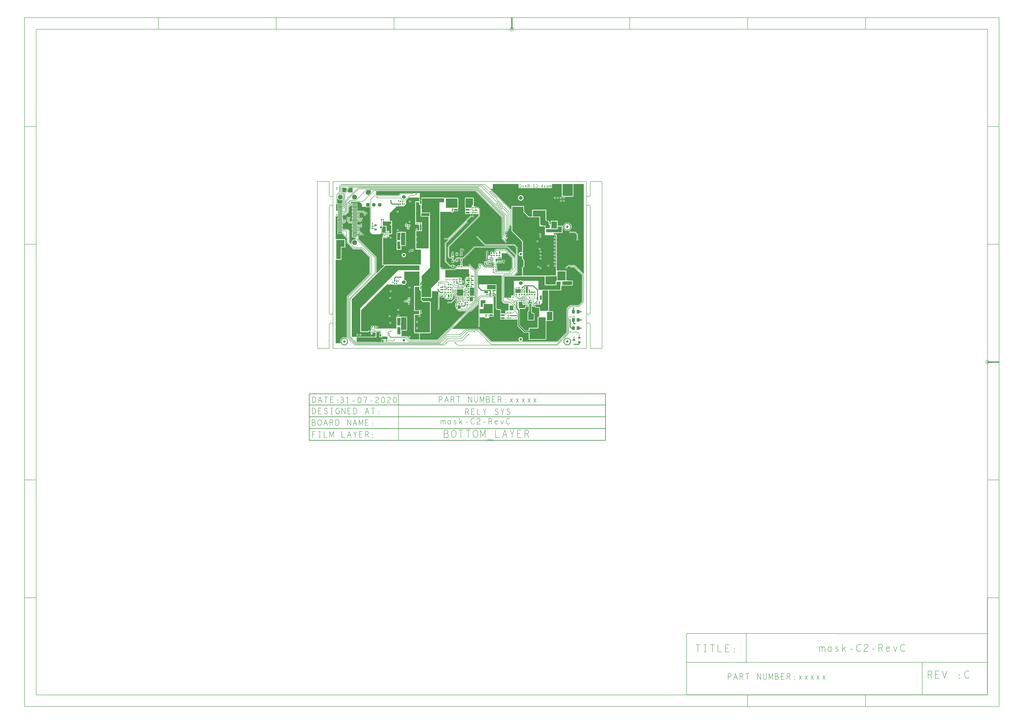
<source format=gbr>
G04 ================== begin FILE IDENTIFICATION RECORD ==================*
G04 Layout Name:  E:/Mask Board/WORK/16-05-22/mask-C2-RevC.brd*
G04 Film Name:    mask-C2-RevC_L4-BOTTOM.gbr*
G04 File Format:  Gerber RS274X*
G04 File Origin:  Cadence Allegro 16.6-P004*
G04 Origin Date:  Mon May 16 22:50:49 2022*
G04 *
G04 Layer:  VIA CLASS/BOTTOM*
G04 Layer:  PIN/BOTTOM*
G04 Layer:  ETCH/BOTTOM*
G04 Layer:  DRAWING FORMAT/OUTLINE_DATA*
G04 Layer:  BOARD GEOMETRY/OUTLINE*
G04 Layer:  BOARD GEOMETRY/TITLE_BLOCK*
G04 *
G04 Offset:    (0.00 0.00)*
G04 Mirror:    No*
G04 Mode:      Positive*
G04 Rotation:  0*
G04 FullContactRelief:  No*
G04 UndefLineWidth:     6.00*
G04 ================== end FILE IDENTIFICATION RECORD ====================*
%FSLAX55Y55*MOIN*%
%IR0*IPPOS*OFA0.00000B0.00000*MIA0B0*SFA1.00000B1.00000*%
%ADD57R,.08504X.08898*%
%ADD52R,.055X.11*%
%ADD10C,.01*%
%ADD13C,.02*%
%ADD30C,.044*%
%ADD51R,.02X.02*%
%ADD22C,.063*%
%ADD31C,.064*%
%ADD25R,.021X.021*%
%ADD55C,.0551*%
%ADD15C,.083*%
%ADD50R,.0087X.0142*%
%ADD14C,.076*%
%ADD21R,.063X.063*%
%ADD24R,.0244X.0244*%
%ADD49R,.0087X.0157*%
%AMMACRO41*
4,1,21,-.004,.02,
-.004,-.016,
-.003939,-.016695,
-.003759,-.017368,
-.003464,-.018,
-.003064,-.018571,
-.002571,-.019064,
-.002,-.019464,
-.001368,-.019759,
-.000695,-.019939,
0.0,-.02,
.000695,-.019939,
.001368,-.019759,
.002,-.019464,
.002571,-.019064,
.003064,-.018571,
.003464,-.018,
.003759,-.017368,
.003939,-.016695,
.004,-.016,
.004,.02,
-.004,.02,
0.0*
%
%ADD41MACRO41*%
%AMMACRO39*
4,1,21,.02,.004,
-.016,.004,
-.016695,.003939,
-.017368,.003759,
-.018,.003464,
-.018571,.003064,
-.019064,.002571,
-.019464,.002,
-.019759,.001368,
-.019939,.000695,
-.02,0.0,
-.019939,-.000695,
-.019759,-.001368,
-.019464,-.002,
-.019064,-.002571,
-.018571,-.003064,
-.018,-.003464,
-.017368,-.003759,
-.016695,-.003939,
-.016,-.004,
.02,-.004,
.02,.004,
0.0*
%
%ADD39MACRO39*%
%ADD11C,.03937*%
%ADD47R,.0276X.0098*%
%ADD59C,.05937*%
%ADD48R,.0098X.0276*%
%ADD19R,.00984X.02362*%
%ADD20R,.15157X.08268*%
%ADD58R,.05937X.05937*%
%ADD35R,.02X.032*%
%ADD33R,.024X.022*%
%ADD56R,.04X.043*%
%ADD29R,.022X.024*%
%ADD26R,.04X.025*%
%ADD28R,.043X.04*%
%ADD23R,.025X.04*%
%ADD54R,.07X.06*%
%ADD12R,.06X.07*%
%ADD43R,.039X.012*%
%ADD18R,.038X.031*%
%ADD27R,.031X.038*%
%ADD32R,.028X.043*%
%ADD17C,.315*%
%ADD45R,.059X.051*%
%ADD53R,.051X.059*%
%ADD38R,.105X.105*%
%ADD36R,.02362X.04331*%
%AMMACRO40*
4,1,21,.004,-.02,
.004,.016,
.003939,.016695,
.003759,.017368,
.003464,.018,
.003064,.018571,
.002571,.019064,
.002,.019464,
.001368,.019759,
.000695,.019939,
0.0,.02,
-.000695,.019939,
-.001368,.019759,
-.002,.019464,
-.002571,.019064,
-.003064,.018571,
-.003464,.018,
-.003759,.017368,
-.003939,.016695,
-.004,.016,
-.004,-.02,
.004,-.02,
0.0*
%
%ADD40MACRO40*%
%AMMACRO34*
4,1,21,-.02,-.004,
.016,-.004,
.016695,-.003939,
.017368,-.003759,
.018,-.003464,
.018571,-.003064,
.019064,-.002571,
.019464,-.002,
.019759,-.001368,
.019939,-.000695,
.02,0.0,
.019939,.000695,
.019759,.001368,
.019464,.002,
.019064,.002571,
.018571,.003064,
.018,.003464,
.017368,.003759,
.016695,.003939,
.016,.004,
-.02,.004,
-.02,-.004,
0.0*
%
%ADD34MACRO34*%
%ADD16R,.0748X.01181*%
%ADD44R,.06299X.01181*%
%ADD37R,.05925X.03158*%
%ADD42R,.10287X.13787*%
%ADD46R,.0669X.0787*%
%ADD60C,.012*%
%ADD61C,.015*%
%ADD62C,.01969*%
%ADD63C,.005*%
%ADD64C,.006*%
%ADD65C,.008*%
%ADD66C,.00787*%
%ADD67C,.03204*%
%ADD68C,.07404*%
%ADD69C,.09404*%
G75*
%LPD*%
G75*
G36*
G01X31444Y177906D02*
X31108Y177716D01*
G02X30869Y177749I-98J174D01*
G01X28311Y180307D01*
G02X28252Y180449I141J142D01*
G01Y199283D01*
G03X28193Y199425I-200J0D01*
G01X25537Y202081D01*
G03X25395Y202140I-142J-141D01*
G01X16812D01*
G02X16612Y202340I0J200D01*
G01Y204250D01*
G03X16412Y204450I-200J0D01*
G01X7728D01*
G03X7528Y204250I0J-200D01*
G01Y193986D01*
G03X7728Y193786I200J0D01*
G01X15794D01*
G02X15936Y193727I0J-200D01*
G01X23349Y186313D01*
G02X23408Y186171I-141J-142D01*
G01Y178877D01*
G03X23467Y178735I200J0D01*
G01X31058Y171145D01*
G03X31200Y171086I142J141D01*
G01X31244D01*
X33439Y168890D01*
G02X33498Y168748I-141J-142D01*
G01Y168704D01*
X34325Y167877D01*
G03X34467Y167818I142J141D01*
G01X47841D01*
G02X47983Y167759I0J-200D01*
G01X62089Y153653D01*
G02X62148Y153511I-141J-142D01*
G01Y126800D01*
G02X62089Y126658I-200J0D01*
G01X23818Y88387D01*
Y88356D01*
X23798Y88336D01*
Y17120D01*
G02X23675Y16936I-200J0D01*
G01X23619Y16912D01*
X23500Y16936D01*
X22312Y18125D01*
G03X22170Y18184I-142J-141D01*
G01X16450D01*
G03X16308Y18125I0J-200D01*
G01X12455Y14272D01*
G03X12396Y14130I141J-142D01*
G01Y8620D01*
G02X12196Y8420I-200J0D01*
G01X4700D01*
G02X4500Y8620I0J200D01*
G01Y149856D01*
G02X4700Y150056I200J0D01*
G01X14196D01*
G03X14396Y150256I0J200D01*
G01Y170648D01*
G02X14596Y170848I200J0D01*
G01X20674D01*
G03X20874Y171048I0J200D01*
G01Y184730D01*
G03X20674Y184930I-200J0D01*
G01X16300D01*
Y184968D01*
X4700D01*
G02X4500Y185168I0J200D01*
G01Y223400D01*
G02X4700Y223600I200J0D01*
G01X6083D01*
X6200Y223717D01*
X6262Y223810D01*
X6323Y223835D01*
G02X6541Y223791I76J-185D01*
G01X6597Y223735D01*
G03X6739Y223676I142J141D01*
G01X7328D01*
G02X7528Y223476I0J-200D01*
G01Y223453D01*
X7645Y223336D01*
X16412D01*
G03X16612Y223536I0J200D01*
G01Y225446D01*
G02X16812Y225646I200J0D01*
G01X21295D01*
G03X21437Y225705I0J200D01*
G01X27087Y231356D01*
G03X27146Y231498I-141J142D01*
G01Y239632D01*
G02X27221Y239788I200J0D01*
G01X27467Y239983D01*
G02X27635Y240022I125J-156D01*
G01X27636D01*
G03X29596Y241627I359J1561D01*
G01X29621Y241652D01*
X29694Y241682D01*
X31266D01*
G02X31408Y241623I0J-200D01*
G01X31625Y241405D01*
G03X31767Y241346I142J141D01*
G01X32128D01*
G02X32328Y241146I0J-200D01*
G01X32418Y241056D01*
X41212D01*
G03X41412Y241256I0J200D01*
G01Y245610D01*
G03X41212Y245810I-200J0D01*
G01X32528D01*
G03X32328Y245610I0J-200D01*
G01X32238Y245520D01*
X31767D01*
G03X31625Y245461I0J-200D01*
G01X31613Y245449D01*
G02X31471Y245390I-142J141D01*
G01X30430D01*
G02X30230Y245590I0J200D01*
G01Y247938D01*
G02X30430Y248138I200J0D01*
G01X45149D01*
G02X45291Y248079I0J-200D01*
G01X49211Y244159D01*
G02X49270Y244017I-141J-142D01*
G01Y240120D01*
G03X49470Y239920I200J0D01*
G01X54960D01*
G02X55160Y239720I0J-200D01*
G01Y239388D01*
G03X55360Y239188I200J0D01*
G01X62748D01*
G02X62948Y238988I0J-200D01*
G01Y203377D01*
G03X63007Y203235I200J0D01*
G01X63041Y203202D01*
G02X63100Y203060I-141J-142D01*
G01Y201663D01*
G02X63041Y201521I-200J0D01*
G01X62869Y201349D01*
G03X62810Y201207I141J-142D01*
G01Y197103D01*
G03X62869Y196961I200J0D01*
G01X66561Y193269D01*
G03X66703Y193210I142J141D01*
G01X79197D01*
G03X79339Y193269I0J200D01*
G01X80950Y194880D01*
G02X81232I141J-142D01*
G01X82205Y193907D01*
G03X82347Y193848I142J141D01*
G01X85818D01*
G02X86018Y193648I0J-200D01*
G01Y191902D01*
G02X85818Y191702I-200J0D01*
G01X83988D01*
G03X83788Y191502I0J-200D01*
G01Y141068D01*
G03X83988Y140868I200J0D01*
G01X87457D01*
G02X87641Y140745I0J-200D01*
G01X87665Y140689D01*
X87641Y140570D01*
X74433Y127362D01*
G02X74214Y127319I-141J141D01*
G01X74158Y127342D01*
X74092Y127442D01*
Y154572D01*
G03X74033Y154714I-200J0D01*
G01X43681Y185066D01*
G02X43622Y185208I141J142D01*
G01Y190442D01*
G03X43563Y190584I-200J0D01*
G01X41916Y192231D01*
G03X41774Y192290I-142J-141D01*
G01X41612D01*
G02X41412Y192490I0J200D01*
G01Y192513D01*
X41295Y192630D01*
X32528D01*
G03X32328Y192430I0J-200D01*
G01Y188076D01*
G03X32528Y187876I200J0D01*
G01X35701D01*
X35818Y187759D01*
Y187733D01*
X35848Y187660D01*
X38598Y184911D01*
G02X38626Y184664I-142J-141D01*
G01X38384Y184275D01*
X38253Y184228D01*
X38187Y184250D01*
G03X31540Y178128I-1647J-4882D01*
G01Y178127D01*
G02X31444Y177906I-194J-47D01*
G37*
G36*
G01X15098Y183729D02*
X19472D01*
G02X19672Y183529I0J-200D01*
G01Y172249D01*
G02X19472Y172049I-200J0D01*
G01X13394D01*
G03X13194Y171849I0J-200D01*
G01Y151457D01*
G02X12994Y151257I-200J0D01*
G01X5779D01*
G02X5579Y151457I0J200D01*
G01Y183566D01*
G02X5779Y183766I200J0D01*
G01X15098D01*
Y183729D01*
G37*
G36*
G01X5458Y245505D02*
X7470Y243493D01*
G02X7528Y243352I-142J-141D01*
G01Y243226D01*
G03X7728Y243026I200J0D01*
G01X15458D01*
G02X15658Y242826I0J-200D01*
G01Y242070D01*
G02X15458Y241870I-200J0D01*
G01X7728D01*
G03X7528Y241670I0J-200D01*
G01Y235346D01*
G03X7728Y235146I200J0D01*
G01X15910D01*
G02X16110Y234946I0J-200D01*
G01Y234200D01*
G02X15910Y234000I-200J0D01*
G01X7728D01*
G03X7528Y233800I0J-200D01*
G01Y233430D01*
G02X7328Y233230I-200J0D01*
G01X5353D01*
G02X5168Y233353I0J200D01*
G01X5140Y233420D01*
X5156Y233501D01*
G03X5160Y233540I-196J40D01*
G01Y245320D01*
G02X5283Y245505I200J0D01*
G01X5340Y245529D01*
X5458Y245505D01*
G37*
G36*
G01X8068Y245869D02*
X7270Y246667D01*
G02X7212Y246808I142J141D01*
G01Y253478D01*
G02X7359Y253671I200J0D01*
G01X7797Y253790D01*
X7922Y253739D01*
X7956Y253681D01*
G03X15053Y251871I4444J2607D01*
G01X15099Y251899D01*
X15207Y251901D01*
X15557Y251703D01*
G02X15658Y251528I-99J-174D01*
G01Y246010D01*
G02X15458Y245810I-200J0D01*
G01X8210D01*
G02X8068Y245869I0J200D01*
G37*
G36*
G01X15560Y266789D02*
Y271120D01*
G02X15619Y271262I200J0D01*
G01X16681Y272324D01*
G02X16899Y272368I142J-141D01*
G01X16953Y272345D01*
G03X17030Y272330I76J185D01*
G01X22900D01*
G02X23100Y272130I0J-200D01*
G01Y270410D01*
X23138D01*
Y266907D01*
G02X23080Y266766I-200J0D01*
G01X21003Y264689D01*
G02X20861Y264630I-142J141D01*
G01X17719D01*
G02X17577Y264689I0J200D01*
G01X15619Y266647D01*
G02X15560Y266789I141J142D01*
G37*
G36*
G01X72100Y19500D02*
X32230D01*
G02X32030Y19700I0J200D01*
G01Y83177D01*
G02X32089Y83319I200J0D01*
G01X89161Y140391D01*
G02X89303Y140450I142J-141D01*
G01X146340D01*
G02X146540Y140250I0J-200D01*
G01Y132480D01*
G02X146340Y132280I-200J0D01*
G01X110923D01*
G03X110781Y132221I0J-200D01*
G01X46229Y67669D01*
G03X46170Y67527I141J-142D01*
G01Y27689D01*
G03X46370Y27489I200J0D01*
G01X63800D01*
G02X64000Y27289I0J-200D01*
G01Y23100D01*
G03X64200Y22900I200J0D01*
G01X66800D01*
G03X67000Y23100I0J200D01*
G01Y27100D01*
G02X67200Y27300I200J0D01*
G01X67800D01*
G02X68000Y27100I0J-200D01*
G01Y26800D01*
G03X68200Y26600I200J0D01*
G01X72100D01*
G02X72300Y26400I0J-200D01*
G01Y19700D01*
G02X72100Y19500I-200J0D01*
G37*
G36*
G01X25290Y264670D02*
Y265980D01*
X25242D01*
Y269371D01*
G02X25300Y269512I200J0D01*
G01X27997Y272209D01*
G02X28138Y272268I142J-141D01*
G01X33230D01*
G02X33430Y272068I0J-200D01*
G01Y264670D01*
G02X33230Y264470I-200J0D01*
G01X25490D01*
G02X25290Y264670I0J200D01*
G37*
G36*
G01X40170Y10782D02*
Y18098D01*
G02X40370Y18298I200J0D01*
G01X73302D01*
G03X73502Y18498I-1J201D01*
G01Y27618D01*
G02X73702Y27818I199J0D01*
G01X78502D01*
G02X78643Y27760I0J-200D01*
G01X79069Y27334D01*
X79099Y27259D01*
X79098Y27218D01*
G03X79587Y26037I1602J-28D01*
G02X79648Y25893I-139J-144D01*
G01Y24538D01*
G02X79448Y24338I-200J0D01*
G01X78848D01*
G03X78648Y24138I0J-200D01*
G01Y18936D01*
G03X78848Y18736I200J0D01*
G01X79242D01*
G02X79442Y18536I0J-200D01*
G01Y18465D01*
X79559Y18348D01*
X82940D01*
G03X83140Y18548I0J200D01*
G01Y19580D01*
G02X83340Y19780I200J0D01*
G01X92190D01*
G02X92390Y19580I0J-200D01*
G01Y14684D01*
G02X92190Y14484I-200J0D01*
G01X89840D01*
G02X89640Y14684I0J200D01*
G01Y15110D01*
G03X89440Y15310I-200J0D01*
G01X86240D01*
Y15264D01*
X82588D01*
G03X82388Y15064I0J-200D01*
G01Y10782D01*
G02X82188Y10582I-200J-1D01*
G01X40370D01*
G02X40170Y10782I0J200D01*
G37*
G36*
G01X131492Y14649D02*
X125860Y20281D01*
G03X125718Y20340I-142J-141D01*
G01X116873D01*
X116799Y20370D01*
X116771Y20399D01*
X116369Y20801D01*
G02X116310Y20943I141J142D01*
G01Y28927D01*
X116314Y28947D01*
X116318Y28970D01*
G02X116373Y29073I196J-39D01*
G01X116724Y29424D01*
G02X116802Y29472I141J-142D01*
G03X117207Y29675I-508J1520D01*
G01X117231Y29692D01*
X117317Y29720D01*
G02X117378Y29730I62J-190D01*
G01X124458D01*
G03X124600Y29789I0J200D01*
G01X125742Y30931D01*
G03X125801Y31073I-141J142D01*
G01Y53270D01*
G03X125601Y53470I-200J0D01*
G01X108020D01*
G03X107820Y53270I0J-200D01*
G01Y33550D01*
G02X107620Y33350I-200J0D01*
G01X72072D01*
G02X71872Y33550I0J200D01*
G01Y34148D01*
G02X72072Y34348I200J0D01*
G01X72322D01*
G03X72522Y34548I0J200D01*
G01Y34798D01*
G02X72581Y34939I200J-1D01*
G02X72722Y34998I142J-141D01*
G01X74168D01*
G02X74294Y34954I1J-200D01*
G03Y37446I1006J1246D01*
G02X74168Y37402I-125J156D01*
G01X72722D01*
G02X72522Y37602I0J200D01*
G01Y37852D01*
G03X72322Y38052I-200J0D01*
G01X65278D01*
G03X65078Y37852I0J-200D01*
G01Y35878D01*
X65048Y35804D01*
X65019Y35776D01*
X64491Y35248D01*
G03X64432Y35107I141J-142D01*
G01Y34236D01*
G02X64232Y34036I-200J0D01*
G01X64190D01*
Y29910D01*
G02X63990Y29710I-200J0D01*
G01X60065D01*
G03X59866Y29510I0J-200D01*
G01Y28890D01*
G02X59795Y28737I-200J0D01*
G02X59676Y28690I-129J154D01*
G01X48093D01*
G02X47951Y28749I0J200D01*
G01X47554Y29146D01*
G02X47495Y29288I141J142D01*
G01Y63959D01*
X47499Y63979D01*
X47503Y64002D01*
G02X47558Y64105I196J-39D01*
G01X91494Y108041D01*
G02X91636Y108100I142J-141D01*
G01X102573D01*
G02X102773Y107900I0J-200D01*
G01Y107658D01*
G03X102973Y107458I200J0D01*
G01X109777D01*
G03X109977Y107658I0J200D01*
G01Y107900D01*
G02X110177Y108100I200J0D01*
G01X117240D01*
G02X117302Y108090I0J-200D01*
G01X117390Y108061D01*
X117415Y108043D01*
G03X121201Y116439I2758J3808D01*
G01X121132Y116455D01*
X121045Y116563D01*
Y129910D01*
G02X121245Y130110I200J0D01*
G01X146510D01*
G02X146710Y129910I0J-200D01*
G01Y105880D01*
G02X146510Y105680I-200J0D01*
G01X137899D01*
G03X137699Y105480I0J-200D01*
G01Y63490D01*
G03X137899Y63290I200J0D01*
G01X146110D01*
G02X146310Y63090I0J-200D01*
G01Y57720D01*
G02X146110Y57520I-200J0D01*
G01X137899D01*
G03X137699Y57320I0J-200D01*
G01Y34890D01*
X137704Y34884D01*
Y26279D01*
G03X137763Y26137I200J0D01*
G01X138391Y25509D01*
G03X138533Y25450I142J141D01*
G01X145607D01*
X145681Y25420D01*
X145709Y25391D01*
X146111Y24989D01*
G02X146170Y24847I-141J-142D01*
G01Y14790D01*
G02X145970Y14590I-200J0D01*
G01X131634D01*
G02X131492Y14649I0J200D01*
G37*
G36*
G01X63996Y25950D02*
X61067D01*
Y28509D01*
X63996D01*
Y25950D01*
G37*
G36*
G01X64004Y29691D02*
X61067D01*
Y32250D01*
X64004D01*
Y29691D01*
G37*
G36*
G01X64420Y267778D02*
Y263870D01*
G02X64361Y263728I-200J0D01*
G01X60342Y259709D01*
G02X60200Y259650I-142J141D01*
G01X59543D01*
G02X59401Y259709I0J200D01*
G01X58209Y260901D01*
G03X58067Y260960I-142J-141D01*
G01X57313D01*
G03X57171Y260901I0J-200D01*
G01X57049Y260779D01*
G02X56907Y260720I-142J141D01*
G01X56750D01*
G02X56550Y260920I0J200D01*
G01Y261769D01*
G02X56609Y261911I200J0D01*
G01X56796Y262098D01*
G03X56851Y262201I-141J142D01*
G01X56856Y262229D01*
X56851Y262286D01*
X56839Y262315D01*
G03X56655Y262438I-184J-77D01*
G01X55900D01*
G02X55700Y262638I0J200D01*
G01Y264717D01*
G02X55759Y264859I200J0D01*
G01X56671Y265771D01*
G03X56730Y265913I-141J142D01*
G01Y267310D01*
G02X56789Y267452I200J0D01*
G01X57257Y267920D01*
G02X57398Y267978I141J-142D01*
G01X64220D01*
G02X64420Y267778I0J-200D01*
G37*
G36*
G01X307785Y123168D02*
X313163Y128546D01*
G03X313222Y128687I-141J142D01*
G01Y171273D01*
G03X313163Y171414I-200J-1D01*
G01X308464Y176113D01*
G03X308323Y176172I-142J-141D01*
G01X258678D01*
G02X258537Y176230I0J200D01*
G01X246411Y188356D01*
X246381Y188431D01*
X246382Y188472D01*
G03X244808Y186898I-1602J28D01*
G01X244849Y186899D01*
X244924Y186869D01*
X257666Y174127D01*
G03X257807Y174068I142J141D01*
G01X307452D01*
G02X307593Y174010I0J-200D01*
G01X311060Y170543D01*
G02X311118Y170402I-142J-141D01*
G01Y158621D01*
G02X310995Y158436I-200J0D01*
G01X310938Y158413D01*
X310821Y158436D01*
X296514Y172743D01*
G03X296373Y172802I-142J-141D01*
G01X239897D01*
G03X239756Y172743I1J-200D01*
G01X221223Y154210D01*
G02X221082Y154152I-141J142D01*
G01X210647D01*
G03X210506Y154093I1J-200D01*
G01X209307Y152894D01*
G03X209248Y152753I141J-142D01*
G01Y152742D01*
X209132Y152625D01*
X208518D01*
G03X208318Y152425I0J-200D01*
G01Y150910D01*
G02X208118Y150710I-200J0D01*
G01X207305D01*
G03X207164Y150651I1J-200D01*
G01X205183Y148670D01*
G02X204965Y148626I-142J141D01*
G01X204908Y148650D01*
X204842Y148750D01*
Y149218D01*
G03X204642Y149418I-201J-1D01*
G01X204292D01*
G02X204092Y149618I-1J199D01*
G01Y151088D01*
G02X204292Y151288I200J0D01*
G01X204862D01*
G03X205062Y151488I0J200D01*
G01Y158670D01*
G03X204862Y158870I-200J0D01*
G01X204792D01*
G02X204592Y159070I0J200D01*
G01Y162317D01*
X204593Y162327D01*
G03Y162673I-1593J173D01*
G01X204592Y162683D01*
Y163020D01*
G03X204533Y163161I-200J-1D01*
G01X204397Y163298D01*
G02X204367Y163335I139J143D01*
G03X201478Y161999I-1367J-835D01*
G01X201488Y161968D01*
Y159070D01*
G02X201288Y158870I-200J0D01*
G01X201218D01*
G03X201018Y158670I0J-200D01*
G01Y154560D01*
G02X200818Y154360I-200J0D01*
G01X198509D01*
G02X198368Y154419I1J200D01*
G01X197310Y155477D01*
G02X197252Y155618I142J141D01*
G01Y171582D01*
G02X197310Y171723I200J0D01*
G01X249193Y223606D01*
G03X249252Y223747I-141J142D01*
G01Y236413D01*
G03X249193Y236554I-200J-1D01*
G01X246354Y239393D01*
G03X246213Y239452I-142J-141D01*
G01X243035D01*
G02X242835Y239652I0J200D01*
G01Y240202D01*
G03X242635Y240402I-200J0D01*
G01X239202D01*
G02X239002Y240602I0J200D01*
G01Y242385D01*
Y254515D01*
G03X238943Y254656I-200J-1D01*
G01X238056Y255543D01*
G03X237915Y255602I-142J-141D01*
G01X224885D01*
G03X224744Y255543I1J-200D01*
G01X223957Y254756D01*
G03X223898Y254615I141J-142D01*
G01Y238085D01*
G03X223957Y237944I200J1D01*
G01X224437Y237464D01*
X224417Y237417D01*
G03X224402Y237341I185J-76D01*
G01Y227820D01*
G03X224602Y227620I200J0D01*
G01X231840D01*
X231871Y227651D01*
G02X232013Y227710I142J-141D01*
G01X246948D01*
G02X247148Y227510I0J-200D01*
G01Y224618D01*
G02X247090Y224477I-200J0D01*
G01X195207Y172594D01*
G03X195148Y172453I141J-142D01*
G01Y154747D01*
G03X195207Y154606I200J1D01*
G01X197497Y152316D01*
G03X197638Y152258I141J142D01*
G01X200818D01*
G02X201018Y152058I0J-200D01*
G01Y151488D01*
G03X201218Y151288I200J0D01*
G01X201788D01*
G02X201988Y151088I0J-200D01*
G01Y149618D01*
G02X201788Y149418I-199J-1D01*
G01X201438D01*
G03X201238Y149218I0J-201D01*
G01Y144814D01*
G03X201438Y144614I200J0D01*
G01X204642D01*
G03X204842Y144814I0J200D01*
G01Y145764D01*
G02X205042Y145964I199J1D01*
G01X205369D01*
G03X205510Y146023I-1J200D01*
G01X207976Y148489D01*
G02X208194Y148533I142J-141D01*
G01X208251Y148509D01*
X208318Y148409D01*
Y146891D01*
G03X208518Y146691I200J0D01*
G01X212082D01*
G03X212282Y146891I0J200D01*
G01Y151848D01*
G02X212482Y152048I200J0D01*
G01X215598D01*
G02X215798Y151848I0J-200D01*
G01Y146891D01*
G03X215998Y146691I200J0D01*
G01X216528D01*
G02X216728Y146491I0J-200D01*
G01Y145347D01*
G03X216787Y145206I200J1D01*
G01X216930Y145063D01*
G02X216988Y144922I-142J-141D01*
G01Y144070D01*
G02X216788Y143870I-200J0D01*
G01X216218D01*
G03X216018Y143670I0J-200D01*
G01Y140670D01*
G02X215818Y140470I-200J0D01*
G01X211420D01*
G03X211220Y140270I0J-200D01*
G01Y140160D01*
X211190D01*
Y139560D01*
G02X210990Y139360I-200J0D01*
G01X210655D01*
G03X210514Y139302I0J-200D01*
G01X206022Y134810D01*
G02X205881Y134752I-141J142D01*
G01X186018D01*
G02X185877Y134810I0J200D01*
G01X185031Y135656D01*
X185001Y135731D01*
X185002Y135772D01*
G03X182601Y137189I-1602J28D01*
G01X182554Y137161D01*
X182448D01*
X182101Y137362D01*
G02X182002Y137535I101J173D01*
G01Y231300D01*
G02X182202Y231500I200J0D01*
G01X200358D01*
G02X200558Y231300I0J-200D01*
G01Y230880D01*
Y230650D01*
G03X200758Y230450I200J0D01*
G01X204400D01*
G03X204600Y230650I0J200D01*
G01Y231080D01*
X204560D01*
Y232420D01*
G02X204760Y232620I201J0D01*
G01X212064D01*
G03X212264Y232820I0J200D01*
G01Y237882D01*
G02X212323Y238023I200J-1D01*
G01X212543Y238244D01*
G03X212602Y238385I-141J142D01*
G01Y254089D01*
G03X212543Y254230I-200J-1D01*
G01X211630Y255143D01*
G03X211489Y255202I-142J-141D01*
G01X191902D01*
X190550D01*
G02X190350Y255402I0J200D01*
G01Y255452D01*
G03X190150Y255652I-200J0D01*
G01X189772D01*
X149658D01*
G03X149458Y255452I1J-201D01*
G01Y244822D01*
G02X149258Y244622I-199J0D01*
G01X147766D01*
G02X147566Y244822I0J200D01*
G01Y248604D01*
X147376Y248796D01*
Y256874D01*
X147176Y257074D01*
Y263120D01*
G03X146976Y263320I-200J0D01*
G01X143750D01*
G03X143550Y263120I0J-200D01*
G01X143478Y263048D01*
X142983D01*
G03X142814Y262954I1J-200D01*
G01X142732Y262822D01*
G02X142456Y262758I-170J106D01*
G01X142430Y262775D01*
X142410Y262798D01*
G03X139970I-1220J-1038D01*
G01X139950Y262775D01*
X139923Y262758D01*
G02X139648Y262822I-105J170D01*
G01X139566Y262954D01*
G03X139397Y263048I-170J-106D01*
G01X136972D01*
G03X136808Y262962I0J-200D01*
G01X136739Y262862D01*
G02X136461Y262812I-164J114D01*
G01X136431Y262832D01*
X136411Y262861D01*
G03X133947Y263053I-1311J-921D01*
G02X133803Y262992I-144J139D01*
G01X114617D01*
G03X114476Y262933I1J-200D01*
G01X111252Y259709D01*
G02X111110Y259650I-142J141D01*
G01X73450D01*
G02X73250Y259850I0J200D01*
G01Y266378D01*
G02X73450Y266578I200J0D01*
G01X241582D01*
G02X241723Y266520I0J-200D01*
G01X286110Y222133D01*
G02X286168Y221992I-142J-141D01*
G01Y186147D01*
G03X286227Y186006I200J1D01*
G01X291969Y180264D01*
X291999Y180189D01*
X291998Y180148D01*
G03X293572Y181722I1602J-28D01*
G01X293531Y181721D01*
X293456Y181751D01*
X292656Y182551D01*
G02X292610Y182762I142J141D01*
G01X292757Y183158D01*
X292850Y183228D01*
X292909Y183232D01*
G03X294308Y185342I-119J1598D01*
G01X294290Y185395D01*
X294313Y185501D01*
X294628Y185840D01*
X294731Y185871D01*
X294786Y185857D01*
G03X294939Y188994I394J1553D01*
G01X294891Y188986D01*
X294801Y189016D01*
X293412Y190405D01*
G02X293368Y190622I141J142D01*
G01X293530Y191020D01*
X293629Y191087D01*
X293690Y191088D01*
G03X293117Y194194I-21J1602D01*
G01X293062Y194173D01*
X292949Y194198D01*
X292657Y194490D01*
G02X292598Y194631I141J142D01*
G01Y198497D01*
G02X292683Y198660I200J-1D01*
G01X292722Y198688D01*
X292817Y198702D01*
X293052Y198619D01*
G02X293175Y198364I-66J-189D01*
G01X293171Y198354D01*
X293166Y198344D01*
G03X295723Y198803I1444J-694D01*
G01X295693Y198831D01*
X295662Y198906D01*
Y199008D01*
G02X295862Y199208I200J0D01*
G01X295918D01*
X295967Y199178D01*
G03X297923Y201693I844J1362D01*
G02X297862Y201837I139J144D01*
G01Y202523D01*
G02X297950Y202689I200J0D01*
G01X298266Y202903D01*
X298364Y202913D01*
X298411Y202894D01*
G03X300123Y205533I600J1486D01*
G02X300062Y205677I139J144D01*
G01Y207457D01*
G02X300165Y207632I200J0D01*
G01X300520Y207828D01*
X300628Y207825D01*
X300675Y207795D01*
G03X302437Y207830I854J1355D01*
G01X302483Y207861D01*
X302594Y207868D01*
X302957Y207677D01*
G02X303064Y207500I-93J-177D01*
G01Y198950D01*
G03X303122Y198809I200J0D01*
G01X321037Y180894D01*
G02X321096Y180752I-141J-142D01*
G01Y163187D01*
G02X320994Y163013I-200J0D01*
G01X320645Y162815D01*
X320538Y162816D01*
X320491Y162843D01*
G03Y156481I-1893J-3181D01*
G01X320538Y156508D01*
X320645Y156509D01*
X320994Y156311D01*
G02X321096Y156137I-98J-174D01*
G01Y151488D01*
G03X321154Y151347I200J0D01*
G01X323241Y149260D01*
G02X323300Y149118I-141J-142D01*
G01Y139216D01*
G02X323241Y139074I-200J0D01*
G01X321154Y136987D01*
G03X321096Y136846I142J-141D01*
G01Y123070D01*
G02X320896Y122870I-201J0D01*
G01X307970D01*
G02X307785Y122994I0J200D01*
G01X307762Y123051D01*
X307785Y123168D01*
G37*
G36*
G01X123989Y244163D02*
Y250838D01*
G02X124048Y250980I200J0D01*
G01X128799Y255731D01*
G02X128941Y255790I142J-141D01*
G01X145974D01*
G02X146174Y255590I0J-200D01*
G01Y249696D01*
G02X145974Y249496I-200J0D01*
G01X139750D01*
G03X139550Y249296I0J-200D01*
G01Y209758D01*
G03X139750Y209558I200J0D01*
G01X146150D01*
G02X146350Y209358I0J-200D01*
G01Y200141D01*
G02X146150Y199941I-200J0D01*
G01X140232D01*
G03X140032Y199741I0J-200D01*
G01Y167474D01*
G03X140232Y167274I200J0D01*
G01X149200D01*
G02X149400Y167074I0J-200D01*
G01Y142270D01*
G02X149200Y142070I-200J0D01*
G01X85190D01*
G02X84990Y142270I0J200D01*
G01Y186798D01*
G02X85190Y186998I200J0D01*
G01X91715D01*
G03X91856Y187057I-1J200D01*
G01X93190Y188391D01*
G03X93248Y188532I-142J141D01*
G01Y188864D01*
G02X93448Y189064I200J0D01*
G01X95110D01*
G03X95310Y189264I0J200D01*
G01Y192988D01*
G02X95510Y193188I200J0D01*
G01X100002D01*
G03X100202Y193388I0J201D01*
G01Y215934D01*
G03X100002Y216134I-200J0D01*
G01X96674D01*
G02X96474Y216334I0J200D01*
G01Y228977D01*
G02X96533Y229119I200J0D01*
G01X108154Y240740D01*
G02X108296Y240799I142J-141D01*
G01X110341D01*
G02X110470Y240751I-1J-200D01*
G03X112550I1040J1219D01*
G02X112679Y240799I130J-152D01*
G01X120625D01*
G03X120767Y240858I0J200D01*
G01X123930Y244021D01*
G03X123989Y244163I-141J142D01*
G37*
G36*
G01X83252Y196152D02*
Y202748D01*
G02X83452Y202948I199J0D01*
G01X84138D01*
G03X84338Y203148I0J200D01*
G01Y206408D01*
G02X84538Y206608I200J0D01*
G01X89508D01*
G02X89708Y206408I0J-199D01*
G01Y198142D01*
G02X89508Y197942I-200J0D01*
G01X88036D01*
G03X87836Y197742I0J-200D01*
G01Y197540D01*
G03X88036Y197340I200J0D01*
G01X89990D01*
G02X90190Y197140I0J-200D01*
G01X90250Y197080D01*
X90553D01*
G02X90753Y196880I0J-200D01*
G01Y196152D01*
G02X90553Y195952I-200J0D01*
G01X83452D01*
G02X83252Y196152I-1J200D01*
G37*
G36*
G01X84587Y208010D02*
Y214733D01*
G02X84787Y214933I200J0D01*
G01X98800D01*
G02X99000Y214733I0J-200D01*
G01Y211456D01*
G02X98905Y211286I-200J0D01*
G01X98570Y211080D01*
X98467Y211075D01*
X98420Y211099D01*
G03Y208237I-720J-1431D01*
G01X98467Y208261D01*
X98570Y208256D01*
X98905Y208050D01*
G02X99000Y207880I-105J-170D01*
G01Y194810D01*
G02X98800Y194610I-200J0D01*
G01X95510D01*
G02X95310Y194810I0J200D01*
G01Y198736D01*
G03X95141Y198934I-201J0D01*
G01X95102Y198940D01*
X95047Y198973D01*
G03X94947Y199000I-100J-173D01*
G01X91110D01*
G02X90910Y199200I0J200D01*
G01Y207610D01*
G03X90710Y207810I-200J0D01*
G01X84787D01*
G02X84587Y208010I0J200D01*
G37*
G36*
G01X95504Y197150D02*
X98433D01*
Y194591D01*
X95504D01*
Y197150D01*
G37*
G36*
G01X95496Y193409D02*
X98433D01*
Y190850D01*
X95496D01*
Y193409D01*
G37*
G36*
G01X114400Y35400D02*
Y24000D01*
G02X114200Y23800I-200J0D01*
G01X109500D01*
G02X109300Y24000I0J200D01*
G01Y35400D01*
G02X109500Y35600I200J0D01*
G01X114200D01*
G02X114400Y35400I0J-200D01*
G37*
G36*
G01X109641Y38659D02*
X109159Y39141D01*
G02X109100Y39283I141J142D01*
G01Y50517D01*
G02X109159Y50659I200J0D01*
G01X109741Y51241D01*
G02X109883Y51300I142J-141D01*
G01X114017D01*
G02X114159Y51241I0J-200D01*
G01X114541Y50859D01*
G02X114600Y50717I-141J-142D01*
G01Y45450D01*
X114590Y45440D01*
X114363D01*
G03X114221Y45381I0J-200D01*
G01X114200Y45360D01*
X114170Y45287D01*
Y38973D01*
G02X114111Y38831I-200J0D01*
G01X113939Y38659D01*
G02X113797Y38600I-142J141D01*
G01X109783D01*
G02X109641Y38659I0J200D01*
G37*
G36*
G01X115602Y30422D02*
Y36602D01*
G03X115402Y36802I-200J-1D01*
G01X115372D01*
Y38435D01*
Y44439D01*
G02X115430Y44581I200J1D01*
G01X115743Y44894D01*
G03X115802Y45035I-141J142D01*
G01Y50360D01*
X115810D01*
Y52068D01*
G02X116010Y52268I200J0D01*
G01X124400D01*
G02X124600Y52068I0J-200D01*
G01Y31571D01*
G02X124541Y31429I-200J0D01*
G01X124102Y30990D01*
G02X123960Y30932I-141J142D01*
G01X116615D01*
G03X116474Y30873I1J-200D01*
G01X115943Y30342D01*
G02X115725Y30299I-141J142D01*
G01X115668Y30322D01*
X115602Y30422D01*
G37*
G36*
G01X146148Y26652D02*
X139241D01*
G02X139100Y26710I0J200D01*
G01X138964Y26846D01*
G02X138906Y26987I142J141D01*
G01Y35319D01*
X138900Y35325D01*
Y56118D01*
G02X139100Y56318I200J0D01*
G01X147312D01*
G03X147512Y56518I-1J200D01*
G01Y58224D01*
G02X147712Y58424I200J0D01*
G01X150522D01*
G03X150722Y58624I0J200D01*
G01Y61926D01*
G03X150522Y62126I-200J0D01*
G01X150422Y62226D01*
Y62950D01*
X150427Y62973D01*
G03X147800Y64543I-1557J377D01*
G02X147667Y64492I-133J149D01*
G01X139100D01*
G02X138900Y64692I0J200D01*
G01Y102988D01*
G02X138959Y103129I200J-1D01*
G01X139691Y103861D01*
G02X139833Y103920I142J-141D01*
G01X145957D01*
G02X146099Y103861I0J-200D01*
G01X146551Y103409D01*
G02X146610Y103267I-141J-142D01*
G01Y98273D01*
G03X146669Y98131I200J0D01*
G01X147101Y97699D01*
G03X147243Y97640I142J141D01*
G01X149000D01*
G02X149200Y97440I0J-200D01*
G01Y81663D01*
G03X149259Y81521I200J0D01*
G01X152411Y78369D01*
G03X152553Y78310I142J141D01*
G01X164287D01*
G02X164429Y78251I0J-200D01*
G01X164741Y77939D01*
G02X164800Y77797I-141J-142D01*
G01Y27393D01*
G02X164741Y27251I-200J0D01*
G01X164119Y26629D01*
G02X163977Y26570I-142J141D01*
G01X146312D01*
G02X146171Y26629I1J200D01*
G01X146148Y26652D01*
G37*
G36*
G01X141234Y169680D02*
Y177755D01*
G02X141301Y177905I200J1D01*
G01X141557Y178132D01*
X141639Y178158D01*
X141681Y178153D01*
G03Y181333I192J1590D01*
G01X141639Y181328D01*
X141557Y181354D01*
X141301Y181581D01*
G02X141234Y181731I133J149D01*
G01Y187205D01*
G02X141301Y187355I200J1D01*
G01X141557Y187582D01*
X141639Y187608D01*
X141681Y187603D01*
G03Y190783I192J1590D01*
G01X141639Y190778D01*
X141557Y190804D01*
X141301Y191031D01*
G02X141233Y191181I132J150D01*
G01Y198518D01*
G02X141434Y198718I200J0D01*
G01X150920D01*
G03X151120Y198918I0J200D01*
G01Y213388D01*
G03X150920Y213588I-200J0D01*
G01X141110D01*
G02X140910Y213788I0J200D01*
G01Y247320D01*
G02X141110Y247520I200J0D01*
G01X146165D01*
G02X146365Y247320I0J-200D01*
G01Y243620D01*
G03X146565Y243420I200J0D01*
G01X148430D01*
G02X148630Y243220I0J-200D01*
G01Y223480D01*
G03X148830Y223280I200J0D01*
G01X162000D01*
G02X162200Y223080I0J-200D01*
G01Y180800D01*
X162190Y180790D01*
Y169680D01*
G02X161990Y169480I-200J0D01*
G01X141434D01*
G02X141234Y169680I0J200D01*
G37*
G36*
G01X147372Y14372D02*
Y25168D01*
G02X147572Y25368I199J0D01*
G01X164475D01*
G03X164616Y25427I-1J200D01*
G01X165943Y26754D01*
G03X166002Y26895I-141J142D01*
G01Y78295D01*
G03X165943Y78436I-200J-1D01*
G01X164926Y79453D01*
G03X164785Y79512I-142J-141D01*
G01X153051D01*
G02X152909Y79570I-1J200D01*
G01X150460Y82019D01*
G02X150402Y82161I142J141D01*
G01Y85238D01*
G02X150602Y85438I200J1D01*
G01X167658D01*
G03X167858Y85638I0J200D01*
G01Y96550D01*
G02X168058Y96750I200J0D01*
G01X177733D01*
G02X177874Y96691I-1J-200D01*
G01X178771Y95794D01*
G02X178830Y95653I-141J-142D01*
G01Y89550D01*
G03X178845Y89473I200J-1D01*
G01X178862Y89433D01*
G02X178818Y89215I-185J-76D01*
G01X178447Y88844D01*
G03X178388Y88703I141J-142D01*
G01Y68108D01*
G02X178296Y67939I-200J-1D01*
G03X180522Y67434I864J-1349D01*
G02X180492Y67540I170J105D01*
G01Y87832D01*
G02X180550Y87973I200J0D01*
G01X180675Y88098D01*
G02X180870Y88149I141J-142D01*
G01X181258Y88042D01*
X181332Y87965D01*
X181346Y87912D01*
G03X183277Y86743I1554J388D01*
G01X183300Y86748D01*
X184233D01*
G02X184433Y86548I0J-200D01*
G01Y86478D01*
G03X184633Y86278I200J0D01*
G01X188744D01*
G02X188944Y86078I0J-200D01*
G01Y84752D01*
G03X189002Y84611I200J0D01*
G01X190406Y83207D01*
G03X190547Y83148I142J141D01*
G01X193898D01*
G02X194098Y82948I0J-200D01*
G01Y82398D01*
G03X194298Y82198I200J0D01*
G01X201102D01*
G03X201302Y82398I0J200D01*
G01Y82948D01*
G02X201502Y83148I200J0D01*
G01X202153D01*
G03X202294Y83207I-1J200D01*
G01X203993Y84906D01*
G03X204052Y85047I-141J142D01*
G01Y89532D01*
G02X204110Y89673I200J0D01*
G01X204477Y90040D01*
G02X204618Y90098I141J-142D01*
G01X204624D01*
G02X204824Y89898I0J-200D01*
G01Y88574D01*
G03X205024Y88374I200J-1D01*
G01X206374D01*
G02X206574Y88174I0J-201D01*
G01Y84443D01*
G02X206515Y84302I-200J1D01*
G01X200923Y78710D01*
G02X200782Y78652I-141J142D01*
G01X196897D01*
G02X196753Y78713I0J200D01*
G03Y76487I-1153J-1113D01*
G02X196897Y76548I144J-139D01*
G01X201653D01*
G03X201794Y76607I-1J200D01*
G01X208618Y83431D01*
G03X208676Y83572I-142J141D01*
G01Y88174D01*
G02X208876Y88374I200J-1D01*
G01X209225D01*
G03X209363Y88381I8J1201D01*
G01X209410Y88387D01*
X209495Y88357D01*
X209782Y88070D01*
X209812Y87985D01*
X209806Y87938D01*
G03X209798Y87800I1186J-138D01*
G01Y83516D01*
X209916Y83398D01*
X209948D01*
Y81818D01*
G02X209890Y81677I-200J0D01*
G01X209812Y81599D01*
X209721Y81570D01*
X209672Y81579D01*
G03X210981Y79741I-272J-1579D01*
G01X210986Y79773D01*
X211014Y79827D01*
X211182Y79995D01*
G02X211400Y80039I142J-141D01*
G01X211457Y80015D01*
X211524Y79915D01*
Y78368D01*
G02X211465Y78227I-200J1D01*
G01X210198Y76960D01*
G02X210057Y76902I-141J142D01*
G01X207924D01*
G03X207724Y76702I0J-200D01*
G01Y69898D01*
G03X207924Y69698I200J0D01*
G01X208474D01*
G02X208674Y69498I0J-200D01*
G01Y67022D01*
G03X208732Y66881I200J0D01*
G01X212776Y62837D01*
G03X212917Y62778I142J141D01*
G01X225890D01*
G02X226075Y62655I0J-200D01*
G01X226098Y62598D01*
X226075Y62481D01*
X193997Y30404D01*
X193852Y30391D01*
X193793Y30433D01*
G03X193678Y30469I-115J-164D01*
G01X193619D01*
G03X193478Y30410I1J-200D01*
G01X181036Y17968D01*
X180996D01*
X177258Y14230D01*
G02X177117Y14172I-141J142D01*
G01X147572D01*
G02X147372Y14372I-1J199D01*
G37*
G36*
G01X180741Y115841D02*
X166716Y101816D01*
G03X166657Y101674I141J-142D01*
G01Y86840D01*
G02X166457Y86640I-200J0D01*
G01X150655D01*
G02X150455Y86840I0J200D01*
G01Y99168D01*
G02X150655Y99368I200J0D01*
G01X150722Y99435D01*
Y102872D01*
G03X150522Y103072I-201J-1D01*
G01X150455Y103138D01*
Y104169D01*
X150457Y104182D01*
G03Y104622I-1587J220D01*
G01X150455Y104635D01*
Y105468D01*
G02X150655Y105668I200J0D01*
G01X150722Y105735D01*
Y109172D01*
G03X150522Y109372I-201J-1D01*
G01X150455Y109438D01*
Y110469D01*
X150457Y110482D01*
G03Y110922I-1587J220D01*
G01X150455Y110935D01*
Y113412D01*
X150485Y113485D01*
X150490Y113490D01*
Y122187D01*
G02X150549Y122329I200J0D01*
G01X164541Y136321D01*
G03X164600Y136463I-141J142D01*
G01Y226478D01*
X164652D01*
Y229982D01*
G03X164452Y230182I-200J-1D01*
G01X160948D01*
Y230130D01*
X159994D01*
Y230182D01*
X156292D01*
Y230130D01*
X155152D01*
Y230182D01*
X151448D01*
Y230130D01*
X150860D01*
G02X150660Y230330I0J200D01*
G01Y243975D01*
X150663Y243978D01*
G03X150722Y244119I-141J142D01*
G01Y247678D01*
X150719Y247681D01*
G02X150660Y247822I141J142D01*
G01Y250275D01*
X150663Y250278D01*
G03X150722Y250419I-141J142D01*
G01Y253978D01*
X150719Y253981D01*
G02X150660Y254122I141J142D01*
G01Y254250D01*
G02X150860Y254450I200J0D01*
G01X188570D01*
G02X188770Y254250I0J-200D01*
G01Y247920D01*
G02X188570Y247720I-200J0D01*
G01X181000D01*
G03X180800Y247520I0J-200D01*
G01Y115983D01*
G02X180741Y115841I-200J0D01*
G37*
G36*
G01X147552Y200120D02*
Y210007D01*
G02X147637Y210170I200J0D01*
G01X147944Y210386D01*
X148041Y210399D01*
X148087Y210383D01*
G03X149341Y210454I544J1507D01*
G01X149388Y210478D01*
X149491Y210473D01*
X149824Y210266D01*
G02X149918Y210096I-106J-170D01*
G01Y200120D01*
G02X149718Y199920I-200J0D01*
G01X147752D01*
G02X147552Y200120I0J199D01*
G37*
G36*
G01X149832Y224682D02*
Y228728D01*
G02X150032Y228928I200J0D01*
G01X163198D01*
G02X163398Y228728I1J-200D01*
G01Y224682D01*
G02X163198Y224482I-199J0D01*
G01X150032D01*
G02X149832Y224682I0J199D01*
G37*
G36*
G01X219152Y107430D02*
Y110308D01*
G02X219352Y110508I199J1D01*
G01X221546D01*
G03X221746Y110708I0J200D01*
G01Y114352D01*
G03X221546Y114552I-200J0D01*
G01X218380D01*
G02X218180Y114752I0J200D01*
G01Y119950D01*
G03X217980Y120150I-200J0D01*
G01X216444D01*
G02X216311Y120200I-1J200D01*
G03X214189I-1061J-1200D01*
G02X214056Y120150I-132J150D01*
G01X190730D01*
G02X190530Y120350I0J200D01*
G01Y132448D01*
G02X190730Y132648I200J0D01*
G01X206752D01*
G03X206893Y132707I-1J200D01*
G01X208308Y134122D01*
G02X208526Y134165I141J-142D01*
G01X208573Y134145D01*
G03X208650Y134130I76J185D01*
G01X230440D01*
G02X230640Y133930I0J-200D01*
G01Y125790D01*
G03X230840Y125590I200J0D01*
G01X231530D01*
G02X231730Y125390I0J-200D01*
G01Y121070D01*
G02X231530Y120870I-200J0D01*
G01X226150D01*
G03X225950Y120670I0J-200D01*
G01Y119765D01*
G02X225891Y119623I-200J0D01*
G01X223690Y117422D01*
G03X223632Y117281I142J-141D01*
G01Y109088D01*
G02X223573Y108947I-200J1D01*
G01X221915Y107289D01*
G02X221773Y107230I-142J141D01*
G01X219352D01*
G02X219152Y107430I0J200D01*
G37*
G36*
G01X191773Y238359D02*
X191637Y238495D01*
G02X191578Y238637I141J142D01*
G01Y253178D01*
G02X191637Y253320I200J0D01*
G01X192258Y253941D01*
G02X192400Y254000I142J-141D01*
G01X210991D01*
G02X211133Y253941I0J-200D01*
G01X211341Y253733D01*
G02X211400Y253591I-141J-142D01*
G01Y238883D01*
G02X211341Y238741I-200J0D01*
G01X210959Y238359D01*
G02X210817Y238300I-142J141D01*
G01X203300D01*
Y238344D01*
X201698D01*
Y238300D01*
X191915D01*
G02X191773Y238359I0J200D01*
G37*
G36*
G01X409243Y136879D02*
X422679Y123443D01*
G02X422738Y123301I-141J-142D01*
G01Y79469D01*
G02X422679Y79327I-200J0D01*
G01X416353Y73001D01*
G02X416211Y72942I-142J141D01*
G01X402307D01*
G03X402165Y72883I0J-200D01*
G01X396227Y66945D01*
G03X396168Y66803I141J-142D01*
G01Y26649D01*
G02X396109Y26507I-200J0D01*
G01X381433Y11831D01*
G02X381291Y11772I-142J141D01*
G01X321575D01*
G02X321391Y11893I0J200D01*
G01X321246Y12231D01*
G02X321284Y12447I184J79D01*
G03X315912I-2686J2547D01*
G02X315950Y12231I-146J-137D01*
G01X315805Y11893D01*
G02X315621Y11772I-184J79D01*
G01X268749D01*
G02X268607Y11831I0J200D01*
G01X247875Y32563D01*
G03X247733Y32622I-142J-141D01*
G01X202542D01*
G02X202357Y32746I0J200D01*
G01X202333Y32802D01*
X202357Y32920D01*
X232297Y62860D01*
G02X232472Y62915I141J-142D01*
G01X232843Y62850D01*
X232920Y62791D01*
X232941Y62747D01*
G03X235992Y63458I1449J683D01*
G01X235991Y63499D01*
X236021Y63574D01*
X246686Y74239D01*
G02X246905Y74282I141J-141D01*
G02X247028Y74098I-77J-185D01*
G01Y66705D01*
G02X247024Y66665I-200J0D01*
G01X246964Y66371D01*
G03X246960Y66331I196J-40D01*
G01Y59102D01*
G03X246979Y58900I1051J-3D01*
G01X247024Y58672D01*
G02X247028Y58633I-196J-40D01*
G01Y39056D01*
G02X246950Y38898I-200J0D01*
G03X249175Y38638I980J-1268D01*
G02X249130Y38764I155J126D01*
G01Y52100D01*
G02X249330Y52300I200J0D01*
G01X257588D01*
G02X257788Y52100I0J-200D01*
G01Y51210D01*
G03X257988Y51010I200J0D01*
G01X264940D01*
G03X265140Y51210I0J200D01*
G01Y53320D01*
G02X265340Y53520I200J0D01*
G01X271832D01*
Y53519D01*
X272302D01*
G03X272502Y53719I0J200D01*
G01Y74830D01*
X272520D01*
Y85007D01*
G03X272461Y85149I-200J0D01*
G01Y87462D01*
G02X272661Y87662I200J0D01*
G01X275064D01*
G03X275264Y87862I0J200D01*
G01Y90266D01*
G03X275064Y90466I-200J0D01*
G01X270750D01*
G02X270550Y90666I0J200D01*
G01Y91398D01*
G02X270750Y91598I200J0D01*
G01X275064D01*
G03X275264Y91798I0J200D01*
G01Y91840D01*
G02X275464Y92040I200J0D01*
G01X276192D01*
G03X276206Y91905I1417J79D01*
G02X276208Y91876I-198J-28D01*
G01Y90188D01*
G02X276206Y90159I-200J-1D01*
G03X276190Y89951I1404J-213D01*
G01Y66837D01*
X276307Y66720D01*
X276320D01*
X276471Y66569D01*
G02X276490Y66546I-144J-138D01*
G03X276627Y66388I1138J849D01*
G01X277568Y65447D01*
G03X277726Y65310I1007J1001D01*
G02X277749Y65291I-115J-163D01*
G01X277933Y65107D01*
G03X278075Y65048I142J141D01*
G01X278336D01*
G02X278365Y65046I1J-200D01*
G03X278572Y65030I213J1404D01*
G01X283648D01*
G02X283848Y64830I0J-200D01*
G01Y59415D01*
G03X283864Y59201I1419J-1D01*
G02X283866Y59172I-198J-28D01*
G01Y48890D01*
G03X284066Y48690I200J0D01*
G01X284236Y48520D01*
X291580D01*
X291697Y48637D01*
Y48690D01*
X313178D01*
G02X313378Y48490I0J-200D01*
G01Y37357D01*
G03X313437Y37215I200J0D01*
G01X324095Y26557D01*
G03X324237Y26498I142J141D01*
G01X332268D01*
G02X332468Y26298I0J-200D01*
G01Y14498D01*
G03X332668Y14298I200J0D01*
G01X360715D01*
G03X360857Y14357I0J200D01*
G01X362043Y15543D01*
G03X362102Y15685I-141J142D01*
G01Y46098D01*
G02X362302Y46298I200J0D01*
G01X372015D01*
G03X372157Y46357I0J200D01*
G01X373543Y47743D01*
G03X373602Y47885I-141J142D01*
G01Y61728D01*
G03X373543Y61870I-200J0D01*
G01X372760Y62653D01*
G03X372618Y62712I-142J-141D01*
G01X366678D01*
G02X366494Y62835I0J200D01*
G01X366470Y62891D01*
X366494Y63010D01*
X366512Y63028D01*
X366542Y63101D01*
Y97728D01*
G02X366742Y97928I200J0D01*
G01X387110D01*
G03X387310Y98128I0J200D01*
G01Y102860D01*
G02X387510Y103060I200J0D01*
G01X387583D01*
X387700Y103177D01*
Y105600D01*
G02X387900Y105800I200J0D01*
G01X388660D01*
X388661Y105801D01*
G02X388803Y105860I142J-141D01*
G01X406944D01*
G03X407144Y106060I0J200D01*
G01Y114548D01*
G03X406944Y114748I-200J0D01*
G01X399540D01*
G02X399340Y114948I0J200D01*
G01Y115003D01*
X399223Y115120D01*
X396340D01*
G02X396140Y115320I0J200D01*
G01Y131480D01*
G03X395940Y131680I-200J0D01*
G01X395087D01*
X394970Y131563D01*
Y131544D01*
X379750D01*
G02X379550Y131744I0J200D01*
G01Y192672D01*
G03X379350Y192872I-200J0D01*
G01X374980D01*
G02X374780Y193072I0J200D01*
G01Y195080D01*
G02X374980Y195280I200J0D01*
G01X378236D01*
Y195278D01*
X380090D01*
Y195270D01*
X380990D01*
G03X381190Y195470I0J200D01*
G01X381296Y195576D01*
X389294D01*
G03X389494Y195776I0J200D01*
G01Y207348D01*
G03X389294Y207548I-200J0D01*
G01X381620D01*
G02X381420Y207748I0J200D01*
G01Y216040D01*
G03X381220Y216240I-200J0D01*
G01X380170D01*
Y216214D01*
X369806D01*
G03X369606Y216014I0J-200D01*
G01Y210780D01*
G02X369406Y210580I-200J0D01*
G01X367729D01*
X367722Y210588D01*
Y212580D01*
X367720D01*
Y214140D01*
G03X367520Y214340I-200J0D01*
G01X367452D01*
G02X367310Y214399I0J200D01*
G01X364747Y216963D01*
G03X364605Y217022I-142J-141D01*
G01X362939D01*
G02X362797Y217081I0J200D01*
G01X361907Y217970D01*
G02X361848Y218112I141J142D01*
G01Y234812D01*
G03X361648Y235012I-200J0D01*
G01X338232D01*
G03X338032Y234812I0J-200D01*
G01Y223602D01*
G02X337832Y223402I-200J0D01*
G01X332561D01*
G02X332419Y223461I0J200D01*
G01X324531Y231349D01*
G02X324472Y231491I141J142D01*
G01Y241084D01*
G03X324272Y241284I-200J0D01*
G01X303264D01*
G03X303064Y241084I0J-200D01*
G01Y210499D01*
G02X302936Y210312I-200J0D01*
G01X302839Y210275D01*
G02X302629Y210316I-73J186D01*
G03X302582Y210359I-1105J-1160D01*
G01Y235181D01*
G03X302523Y235323I-200J0D01*
G01X275356Y262489D01*
G03X275214Y262548I-142J-141D01*
G01X274094D01*
G02X273894Y262748I0J200D01*
G01Y263516D01*
G03X273586Y264260I-1053J0D01*
G01X273059Y264787D01*
G03X272318Y265094I-743J-745D01*
G01X271633D01*
G02X271493Y265152I1J200D01*
G01X271408Y265235D01*
G02X271348Y265378I140J143D01*
G01Y266062D01*
G03X271040Y266806I-1053J0D01*
G01X270513Y267333D01*
G03X269772Y267640I-743J-745D01*
G01X269087D01*
G02X268947Y267698I1J200D01*
G01X268862Y267781D01*
G02X268802Y267924I140J143D01*
G01Y268608D01*
G03X268494Y269352I-1053J0D01*
G01X267907Y269939D01*
G02X267863Y270156I141J142D01*
G01X267886Y270213D01*
X267987Y270280D01*
X270650D01*
G03X270850Y270480I0J200D01*
G01Y270877D01*
G02X270909Y271019I200J0D01*
G01X271381Y271491D01*
G03X271440Y271633I-141J142D01*
G01Y278197D01*
G03X271381Y278339I-200J0D01*
G01X271360Y278448D01*
X271385Y278509D01*
G02X271570Y278633I185J-76D01*
G01X314694D01*
G02X314894Y278433I0J-200D01*
G01Y272014D01*
G03X315094Y271814I200J0D01*
G01X371296D01*
G03X371496Y272014I0J200D01*
G01Y278433D01*
G02X371696Y278633I200J0D01*
G01X388208D01*
G02X388408Y278433I0J-200D01*
G01Y257288D01*
G03X388608Y257088I200J0D01*
G01X407902D01*
G03X408102Y257288I0J200D01*
G01Y278433D01*
G02X408302Y278633I200J0D01*
G01X425615D01*
G02X425815Y278433I0J-200D01*
G01Y126024D01*
G02X425691Y125839I-200J0D01*
G01X425635Y125815D01*
X425517Y125839D01*
X410474Y140883D01*
G03X410332Y140942I-142J-141D01*
G01X399217D01*
G03X399075Y140883I0J-200D01*
G01X395924Y137731D01*
X395849Y137701D01*
X395808Y137702D01*
G03X397382Y136128I-28J-1602D01*
G01X397381Y136169D01*
X397411Y136244D01*
X399947Y138779D01*
G02X400089Y138838I142J-141D01*
G01X401789D01*
G02X401945Y138763I0J-200D01*
G01X402140Y138518D01*
G02X402179Y138350I-156J-125D01*
G01Y138349D01*
G03X404893Y136877I1561J-359D01*
G02X405037Y136938I144J-139D01*
G01X409101D01*
G02X409243Y136879I0J-200D01*
G37*
G36*
G01X195450Y86402D02*
Y91100D01*
G02X195650Y91300I200J0D01*
G01X197470D01*
G02X197670Y91100I0J-200D01*
G01Y86402D01*
G02X197470Y86202I-200J0D01*
G01X195650D01*
G02X195450Y86402I0J200D01*
G37*
G36*
G01X210470Y89230D02*
Y91760D01*
G03X210270Y91960I-200J0D01*
G01X210197D01*
G02X210058Y92016I0J200D01*
G03X209225Y92352I-833J-866D01*
G01X205790D01*
G02X205590Y92552I0J200D01*
G01Y92898D01*
G02X205790Y93098I200J0D01*
G01X209225D01*
G03X210280Y93726I-1J1202D01*
G01X210307Y93775D01*
X210400Y93830D01*
X210440D01*
Y99400D01*
G02X210640Y99600I200J0D01*
G01X210944D01*
G03X211056I56J1200D01*
G01X212519D01*
G03X212631I56J1200D01*
G01X214094D01*
G03X214206I56J1200D01*
G01X215669D01*
G03X215781I56J1200D01*
G01X217244D01*
G03X217356I56J1200D01*
G01X218819D01*
G03X218931I56J1200D01*
G01X220394D01*
G03X220506I56J1200D01*
G01X220850D01*
G02X221050Y99400I0J-200D01*
G01Y99277D01*
X221046Y99258D01*
G03Y98792I1179J-233D01*
G01X221050Y98773D01*
Y97702D01*
X221046Y97683D01*
G03Y97217I1179J-233D01*
G01X221050Y97198D01*
Y96580D01*
G03X221250Y96380I200J0D01*
G01X221677D01*
X221717Y96361D01*
G03X222225Y96248I509J1089D01*
G01X225730D01*
G02X225930Y96048I0J-200D01*
G01Y95702D01*
G02X225730Y95502I-200J0D01*
G01X222225D01*
G03X221210Y94943I0J-1201D01*
G02X221041Y94850I-169J107D01*
G01X221010D01*
Y89230D01*
G02X220810Y89030I-200J0D01*
G01X210670D01*
G02X210470Y89230I0J200D01*
G37*
G36*
G01X211727Y67130D02*
Y69898D01*
X211726D01*
Y72520D01*
G02X211926Y72720I200J0D01*
G01X216504D01*
G02X216704Y72520I0J-200D01*
G01Y69708D01*
X216703D01*
Y67130D01*
G02X216503Y66930I-200J0D01*
G01X211927D01*
G02X211727Y67130I0J200D01*
G37*
G36*
G01X226486Y103124D02*
X224736Y104874D01*
G02Y105156I142J141D01*
G01X227076Y107496D01*
G03X227134Y107637I-142J141D01*
G01Y109314D01*
X227165Y109388D01*
X227167Y109390D01*
X231490D01*
G02X231690Y109190I0J-200D01*
G01Y106846D01*
G02X231490Y106646I-200J0D01*
G01X228558D01*
G03X228358Y106446I0J-200D01*
G01Y104797D01*
G02X228300Y104656I-200J0D01*
G01X226768Y103124D01*
G02X226486I-141J142D01*
G37*
G36*
G01X242089Y132798D02*
X233731Y141156D01*
X233701Y141231D01*
X233702Y141272D01*
G03X231076Y140068I-1602J28D01*
G01X231125Y140028D01*
X231158Y139906D01*
X231008Y139493D01*
G02X230820Y139360I-188J67D01*
G01X220262D01*
G02X220062Y139560I0J200D01*
G01Y143670D01*
G03X219862Y143870I-200J0D01*
G01X219292D01*
G02X219092Y144070I0J200D01*
G01Y145793D01*
G03X219033Y145934I-200J-1D01*
G01X218890Y146077D01*
G02X218832Y146218I142J141D01*
G01Y146491D01*
G02X219032Y146691I200J0D01*
G01X219562D01*
G03X219762Y146891I0J200D01*
G01Y151848D01*
G02X219962Y152048I200J0D01*
G01X221953D01*
G03X222094Y152107I-1J200D01*
G01X240627Y170640D01*
G02X240768Y170698I141J-142D01*
G01X295502D01*
G02X295643Y170640I0J-200D01*
G01X308890Y157393D01*
G02X308948Y157252I-142J-141D01*
G01Y153821D01*
G02X308825Y153636I-200J0D01*
G01X308768Y153613D01*
X308651Y153636D01*
X293751Y168536D01*
G03X293610Y168594I-141J-142D01*
G01X276790D01*
G03X276649Y168536I0J-200D01*
G01X273764Y165651D01*
G03X273706Y165510I142J-141D01*
G01Y162962D01*
G02X273506Y162762I-201J1D01*
G01X271336D01*
G02X271136Y162962I0J200D01*
G01X271076Y163022D01*
X270866D01*
G02X270666Y163222I0J200D01*
G01Y163486D01*
X270671Y163509D01*
G03X267557I-1557J377D01*
G01X267562Y163486D01*
Y163222D01*
G02X267362Y163022I-200J0D01*
G01X267292D01*
G03X267092Y162822I0J-200D01*
G01Y157690D01*
G02X266892Y157490I-200J0D01*
G01X263428D01*
G02X263228Y157690I0J200D01*
G01Y163323D01*
X263236Y163348D01*
G03X260323Y164605I-1545J422D01*
G01X260310Y164584D01*
X260184Y164458D01*
G03X260126Y164317I142J-141D01*
G01Y164115D01*
X260121Y164095D01*
G03Y163445I1569J-325D01*
G01X260126Y163425D01*
Y152492D01*
G02X259926Y152292I-201J1D01*
G01X259826Y152192D01*
Y148790D01*
G03X260026Y148590I199J-1D01*
G01X263536D01*
G02X263721Y148466I0J-200D01*
G01X263744Y148409D01*
X263721Y148292D01*
X262671Y147242D01*
G02X262529Y147183I-142J141D01*
G01X256715D01*
G03X256515Y146983I0J-200D01*
G01Y143339D01*
G03X256715Y143139I200J0D01*
G01X256786D01*
G02X256986Y142939I0J-200D01*
G01Y141611D01*
G03X257044Y141470I200J0D01*
G01X259337Y139177D01*
G03X259478Y139118I142J141D01*
G01X268310D01*
X268333Y139113D01*
G03Y142227I377J1557D01*
G01X268310Y142222D01*
X260763D01*
G02X260622Y142280I0J200D01*
G01X260147Y142755D01*
G02X260088Y142896I141J142D01*
G01Y142939D01*
G02X260288Y143139I200J0D01*
G01X263899D01*
G03X264099Y143339I0J200D01*
G01Y145613D01*
G02X264158Y145755I200J0D01*
G01X264822Y146419D01*
G02X265040Y146462I141J-142D01*
G01X265096Y146439D01*
X265163Y146339D01*
Y144130D01*
G03X265363Y143930I200J0D01*
G01X272608D01*
G02X272808Y143730I0J-200D01*
G01Y138932D01*
G02X272750Y138791I-200J0D01*
G01X272721Y138762D01*
X270506D01*
G03X270306Y138562I-1J-199D01*
G01Y138112D01*
G02X270106Y137912I-201J1D01*
G01X258177D01*
G02X258036Y137971I1J200D01*
G01X252364Y143643D01*
G03X252223Y143702I-142J-141D01*
G01X248015D01*
G03X247874Y143643I1J-200D01*
G01X246695Y142464D01*
G03X246636Y142323I141J-142D01*
G01Y137961D01*
G02X246575Y137817I-200J0D01*
G03X246086Y136636I1113J-1153D01*
G01X246087Y136595D01*
X246057Y136520D01*
X242489Y132952D01*
G03X242430Y132811I141J-142D01*
G01Y132806D01*
X242307Y132754D01*
G02X242089Y132798I-76J185D01*
G37*
G36*
G01X237800Y254017D02*
Y242883D01*
G02X237741Y242741I-200J0D01*
G01X237730Y242730D01*
X237657Y242700D01*
X235883D01*
G03X235741Y242641I0J-200D01*
G01X235559Y242459D01*
G03X235500Y242317I141J-142D01*
G01Y238683D01*
G02X235441Y238541I-200J0D01*
G01X235359Y238459D01*
G02X235217Y238400I-142J141D01*
G01X225283D01*
G02X225141Y238459I0J200D01*
G01X225130Y238470D01*
X225100Y238543D01*
Y254117D01*
G02X225159Y254259I200J0D01*
G01X225241Y254341D01*
G02X225383Y254400I142J-141D01*
G01X237417D01*
G02X237559Y254341I0J-200D01*
G01X237741Y254159D01*
G02X237800Y254017I-141J-142D01*
G37*
G36*
G01X231956Y79840D02*
Y83606D01*
X232008D01*
Y86510D01*
G02X232208Y86710I201J-1D01*
G01X236344D01*
G02X236485Y86651I-1J-200D01*
G01X237151Y85985D01*
X237181Y85910D01*
X237180Y85869D01*
G03X237544Y84824I1602J-28D01*
G02X237590Y84697I-154J-128D01*
G01Y79840D01*
G02X237390Y79640I-200J0D01*
G01X232156D01*
G02X231956Y79840I0J200D01*
G37*
G36*
G01X232350Y89290D02*
Y102403D01*
G02X232550Y102603I200J0D01*
G01X233203D01*
Y102604D01*
X236847D01*
Y102603D01*
X239430D01*
G02X239630Y102403I0J-200D01*
G01Y89290D01*
G02X239430Y89090I-200J0D01*
G01X232550D01*
G02X232350Y89290I0J200D01*
G37*
G36*
G01X228610Y113660D02*
X226660D01*
G02X226460Y113860I0J200D01*
G01Y116460D01*
G02X226660Y116660I200J0D01*
G01X228386D01*
Y116614D01*
X231700D01*
G02X231900Y116414I0J-200D01*
G01Y113860D01*
G02X231700Y113660I-200J0D01*
G01X228610D01*
G37*
G36*
G01X271241Y59141D02*
X271190Y59090D01*
G02X271048Y59031I-142J141D01*
G01X249124D01*
X249111Y59062D01*
Y66113D01*
G02X249311Y66313I200J0D01*
G01X254634D01*
G03X254776Y66372I0J200D01*
G01X255641Y67237D01*
G03X255700Y67379I-141J142D01*
G01Y74317D01*
G02X255759Y74459I200J0D01*
G01X256141Y74841D01*
G02X256283Y74900I142J-141D01*
G01X271002D01*
G02X271144Y74841I0J-200D01*
G01X271241Y74744D01*
G02X271300Y74602I-141J-142D01*
G01Y59283D01*
G02X271241Y59141I-200J0D01*
G37*
G36*
G01X258410Y76143D02*
X254570D01*
G03X254370Y75943I0J-200D01*
G01Y70250D01*
G02X254170Y70050I-200J0D01*
G01X250700D01*
G02X250500Y70250I0J200D01*
G01Y81260D01*
G02X250700Y81460I200J0D01*
G01X258410D01*
G02X258610Y81260I0J-200D01*
G01Y76343D01*
G02X258410Y76143I-200J0D01*
G37*
G36*
G01X259810Y93284D02*
Y93320D01*
X257060D01*
G02X256860Y93520I0J200D01*
G01Y96410D01*
G02X257060Y96610I200J0D01*
G01X262880D01*
G02X263080Y96410I0J-200D01*
G01Y93484D01*
G02X262880Y93284I-200J0D01*
G01X259810D01*
G37*
G36*
G01X285241Y59159D02*
X285126Y59274D01*
G02X285067Y59416I141J142D01*
G01Y65510D01*
G03X285008Y65652I-200J0D01*
G01X284469Y66191D01*
G03X284327Y66250I-142J-141D01*
G01X278573D01*
G02X278431Y66309I0J200D01*
G01X277489Y67251D01*
G02X277430Y67393I141J142D01*
G01Y67940D01*
X277410D01*
Y89951D01*
G02X277450Y90071I200J0D01*
G03Y91993I-1282J961D01*
G02X277410Y92113I160J120D01*
G01Y108280D01*
G03X277210Y108480I-200J0D01*
G01X246134D01*
G02X245934Y108680I0J200D01*
G01Y122980D01*
G02X246134Y123180I200J0D01*
G01X286200D01*
G02X286400Y122980I0J-200D01*
G01Y79403D01*
G03X286459Y79261I200J0D01*
G01X290041Y75679D01*
G03X290183Y75620I142J141D01*
G01X297800D01*
G02X298000Y75420I0J-200D01*
G01Y64283D01*
G02X297941Y64141I-200J0D01*
G01X297909Y64109D01*
G02X297767Y64050I-142J141D01*
G01X293133D01*
G03X292991Y63991I0J-200D01*
G01X292659Y63659D01*
G03X292600Y63517I141J-142D01*
G01Y59300D01*
G02X292400Y59100I-200J0D01*
G01X285383D01*
G02X285241Y59159I0J200D01*
G37*
G36*
G01X261520Y100290D02*
Y107078D01*
G02X261720Y107278I200J0D01*
G01X276008D01*
G02X276208Y107078I1J-199D01*
G01Y100290D01*
G02X276008Y100090I-200J0D01*
G01X261720D01*
G02X261520Y100290I0J200D01*
G37*
G36*
G01X303648Y152803D02*
Y135918D01*
G02X303590Y135777I-200J0D01*
G01X299323Y131510D01*
G02X299182Y131452I-141J142D01*
G01X279008D01*
G02X278808Y131652I0J200D01*
G01Y138562D01*
G03X278608Y138762I-199J1D01*
G01X278058D01*
G02X277858Y138962I1J201D01*
G01Y141116D01*
G02X277908Y141247I200J-1D01*
G03X277813Y143453I-1208J1053D01*
G01X277783Y143481D01*
X277752Y143556D01*
Y143882D01*
G02X277810Y144023I200J0D01*
G01X277999Y144212D01*
G02X278140Y144270I141J-142D01*
G01X278349D01*
G02X278549Y144070I0J-200D01*
G01Y144047D01*
X278666Y143930D01*
X286251D01*
G03X286451Y144130I0J200D01*
G01Y146280D01*
G02X286651Y146480I200J0D01*
G01X287886D01*
G02X288086Y146280I0J-200D01*
G01Y146230D01*
G03X288286Y146030I199J0D01*
G01X288386Y145930D01*
Y145063D01*
X288380Y145040D01*
G03X291494I1557J-377D01*
G01X291488Y145063D01*
Y145830D01*
G02X291688Y146030I201J0D01*
G01X291788Y146130D01*
Y149532D01*
G03X291588Y149732I-199J1D01*
G01X288286D01*
G03X288086Y149532I0J-199D01*
G01Y149482D01*
G02X287886Y149282I-201J1D01*
G01X282500D01*
G03X282348Y149274I-2J-1401D01*
G01X282337Y149273D01*
X278749D01*
G03X278549Y149073I0J-200D01*
G01Y147080D01*
G02X278349Y146880I-200J0D01*
G01X276310D01*
G02X276110Y147080I0J200D01*
G01Y151430D01*
G02X276310Y151630I200J0D01*
G01X278549D01*
Y151608D01*
X286251D01*
G03X286451Y151808I0J200D01*
G01Y154392D01*
X286450D01*
Y160910D01*
G02X286650Y161110I200J0D01*
G01X293100D01*
Y161130D01*
X295321D01*
G02X295463Y161071I0J-200D01*
G01X303590Y152944D01*
G02X303648Y152803I-142J-141D01*
G37*
G36*
G01X299810Y64500D02*
Y72060D01*
G02X300010Y72260I200J0D01*
G01X304900D01*
G02X305042Y72201I0J-200D01*
G01X306091Y71152D01*
G02X306150Y71010I-141J-142D01*
G01Y64500D01*
G02X305950Y64300I-200J0D01*
G01X300010D01*
G02X299810Y64500I0J200D01*
G37*
G36*
G01X290550Y85864D02*
Y120870D01*
G02X290609Y121012I200J0D01*
G01X291207Y121610D01*
G02X291349Y121669I142J-141D01*
G01X359168D01*
G02X359368Y121469I0J-200D01*
G01Y106979D01*
G03X359568Y106779I200J0D01*
G01X378963D01*
G03X379163Y106979I0J200D01*
G01Y112958D01*
G02X379363Y113158I200J0D01*
G01X385908D01*
G02X386108Y112958I0J-200D01*
G01Y99329D01*
G02X385908Y99129I-200J0D01*
G01X356236D01*
Y99112D01*
X348723D01*
G02X348523Y99312I0J200D01*
G01Y114092D01*
G03X348323Y114292I-200J0D01*
G01X321099D01*
G02X320997Y114320I0J200D01*
G03X316199I-2399J-4044D01*
G02X316097Y114292I-102J172D01*
G01X307025D01*
G03X306825Y114092I0J-200D01*
G01Y89950D01*
G02X306625Y89750I-200J0D01*
G01X302650D01*
G03X302450Y89550I0J-200D01*
G01Y85864D01*
G02X302250Y85664I-200J0D01*
G01X297599D01*
G02X297504Y85688I0J200D01*
G03X295976I-764J-1408D01*
G02X295881Y85664I-95J176D01*
G01X290750D01*
G02X290550Y85864I0J200D01*
G37*
G36*
G01X322297Y123456D02*
Y136348D01*
G02X322356Y136490I200J0D01*
G01X324442Y138576D01*
G03X324501Y138718I-141J142D01*
G01Y149616D01*
G03X324442Y149758I-200J0D01*
G01X322356Y151844D01*
G02X322297Y151986I141J142D01*
G01Y159517D01*
G03Y159807I-3699J145D01*
G01Y181250D01*
G03X322238Y181392I-200J0D01*
G01X304324Y199306D01*
G02X304265Y199448I141J142D01*
G01Y239883D01*
G02X304465Y240083I200J0D01*
G01X323070D01*
G02X323270Y239883I0J-200D01*
G01Y230993D01*
G03X323329Y230851I200J0D01*
G01X331921Y222259D01*
G03X332063Y222200I142J141D01*
G01X350190D01*
G02X350390Y222000I0J-200D01*
G01Y206890D01*
G03X350590Y206690I200J0D01*
G01X359306D01*
G02X359506Y206490I0J-200D01*
G01Y191871D01*
G03X359706Y191671I200J0D01*
G01X375622D01*
X375644Y191666D01*
G03X376356I356J1562D01*
G01X376378Y191671D01*
X378148D01*
G02X378348Y191471I0J-200D01*
G01Y123456D01*
G02X378148Y123256I-200J0D01*
G01X322497D01*
G02X322297Y123456I0J200D01*
G37*
G36*
G01X317182Y66708D02*
X325615D01*
G03X325756Y66767I-1J200D01*
G01X327043Y68054D01*
G03X327102Y68195I-141J142D01*
G01Y69629D01*
G02X327160Y69771I200J1D01*
G01X327539Y70150D01*
G02X327681Y70208I141J-142D01*
G01X331306D01*
G03X331506Y70408I-1J201D01*
G01Y74012D01*
X331470D01*
Y78208D01*
G02X331670Y78408I200J0D01*
G01X332938D01*
G03X333138Y78608I0J200D01*
G01Y81800D01*
G02X333338Y82000I200J0D01*
G01X334292D01*
G02X334492Y81800I0J-200D01*
G01Y78608D01*
G03X334692Y78408I200J0D01*
G01X337930D01*
G02X338130Y78208I0J-200D01*
G01Y73241D01*
X338100Y73167D01*
X338098Y73166D01*
Y71155D01*
X338129Y71082D01*
X338130Y71080D01*
Y71034D01*
G03X338330Y70834I200J0D01*
G01X338376D01*
X338844Y70367D01*
G03X338985Y70308I142J141D01*
G01X342319D01*
G02X342461Y70250I1J-200D01*
G01X344081Y68630D01*
G03X344222Y68572I141J142D01*
G01X349556D01*
G02X349698Y68513I0J-200D01*
G01X349840Y68371D01*
G02X349898Y68229I-142J-141D01*
G01Y62895D01*
Y53602D01*
G02X349698Y53402I-200J0D01*
G01X348720D01*
G03X348579Y53343I1J-200D01*
G01X347368Y52132D01*
G03X347310Y51991I142J-141D01*
G01Y34764D01*
G02X347110Y34564I-201J0D01*
G01X332668D01*
G03X332468Y34364I0J-200D01*
G01Y30302D01*
G02X332268Y30102I-199J-1D01*
G01X325729D01*
G02X325588Y30160I0J200D01*
G01X317040Y38708D01*
G02X316982Y38849I142J141D01*
G01Y64713D01*
Y66508D01*
G02X317182Y66708I200J0D01*
G37*
G36*
G01X315354Y67969D02*
X315260Y68063D01*
G02X315201Y68205I141J142D01*
G01Y78161D01*
G02X315260Y78303I200J0D01*
G01X315608Y78651D01*
G02X315750Y78710I142J-141D01*
G01X318668D01*
Y78708D01*
X321319D01*
G02X321460Y78650I0J-200D01*
G01X321741Y78369D01*
G02X321800Y78227I-141J-142D01*
G01Y73893D01*
G03X321859Y73751I200J0D01*
G01X322041Y73569D01*
G03X322183Y73510I142J141D01*
G01X325217D01*
G02X325359Y73451I0J-200D01*
G01X325941Y72869D01*
G03X326083Y72810I142J141D01*
G01X327106D01*
Y72802D01*
X330104D01*
G02X330304Y72602I0J-200D01*
G01Y71610D01*
G02X330104Y71410I-200J0D01*
G01X327183D01*
G03X327041Y71351I0J-200D01*
G01X325959Y70269D01*
G03X325900Y70127I141J-142D01*
G01Y68693D01*
G02X325841Y68551I-200J0D01*
G01X325259Y67969D01*
G02X325117Y67910I-142J141D01*
G01X315496D01*
G02X315354Y67969I0J200D01*
G37*
G36*
G01X309528Y93770D02*
Y100098D01*
G02X309586Y100239I200J0D01*
G01X309628Y100281D01*
G02X309770Y100340I142J-141D01*
G01X310110D01*
Y100308D01*
X314277D01*
X318160D01*
Y100340D01*
X318718D01*
G02X318918Y100140I0J-200D01*
G01Y97098D01*
X318802Y96982D01*
X318778D01*
Y93770D01*
G02X318578Y93570I-200J0D01*
G01X309728D01*
G02X309528Y93770I0J200D01*
G37*
G36*
G01X360900Y51817D02*
Y16183D01*
G02X360841Y16041I-200J0D01*
G01X360359Y15559D01*
G02X360217Y15500I-142J141D01*
G01X333870D01*
G02X333670Y15700I0J200D01*
G01Y33163D01*
G02X333870Y33363I200J0D01*
G01X348063D01*
G03X348205Y33422I0J200D01*
G01X348452Y33669D01*
G03X348511Y33811I-141J142D01*
G01Y51493D01*
G02X348570Y51635I200J0D01*
G01X349076Y52141D01*
G02X349218Y52200I142J-141D01*
G01X360517D01*
G02X360659Y52141I0J-200D01*
G01X360841Y51959D01*
G02X360900Y51817I-141J-142D01*
G37*
G36*
G01X327300Y93880D02*
Y100318D01*
X327322D01*
Y104408D01*
G02X327522Y104608I200J1D01*
G01X330610D01*
G02X330810Y104408I0J-200D01*
G01Y99839D01*
G02X330788Y99747I-200J-1D01*
G03Y98273I1422J-737D01*
G02X330810Y98181I-178J-91D01*
G01Y93880D01*
G02X330610Y93680I-200J0D01*
G01X327500D01*
G02X327300Y93880I0J200D01*
G37*
G36*
G01X351170Y63240D02*
X351159Y63251D01*
G02X351100Y63393I141J142D01*
G01Y68727D01*
G03X351041Y68869I-200J0D01*
G01X350196Y69714D01*
G03X350054Y69773I-142J-141D01*
G01X344720D01*
G02X344578Y69832I0J200D01*
G01X342959Y71451D01*
G03X342817Y71510I-142J-141D01*
G01X339483D01*
G02X339341Y71569I0J200D01*
G01X339330Y71580D01*
X339300Y71653D01*
Y72625D01*
X339330Y72698D01*
X339358Y72726D01*
X343333D01*
G03X343475Y72785I0J200D01*
G01X344721Y74031D01*
G02X344862Y74090I142J-141D01*
G01X351880D01*
Y74110D01*
X352517D01*
G03X352659Y74169I0J200D01*
G01X355341Y76851D01*
G03X355400Y76993I-141J142D01*
G01Y96417D01*
G02X355459Y96559I200J0D01*
G01X356711Y97811D01*
G02X356853Y97870I142J-141D01*
G01X362109D01*
X362140Y97873D01*
X364534D01*
G02X364676Y97814I0J-200D01*
G01X365282Y97208D01*
G02X365341Y97066I-141J-142D01*
G01Y63639D01*
G02X365282Y63497I-200J0D01*
G01X365054Y63269D01*
G02X364912Y63210I-142J141D01*
G01X351243D01*
X351170Y63240D01*
G37*
G36*
G01X351190Y82350D02*
Y89210D01*
G02X351390Y89410I200J0D01*
G01X353998D01*
G02X354198Y89210I0J-200D01*
G01Y82350D01*
G02X353998Y82150I-200J0D01*
G01X351390D01*
G02X351190Y82350I0J200D01*
G37*
G36*
G01X362545Y215801D02*
X362571Y215782D01*
G03X364860Y215063I2211J3037D01*
G01X364901Y215064D01*
X364977Y215033D01*
X366155Y213855D01*
G02X366214Y213713I-141J-142D01*
G01Y210479D01*
G03X366273Y210337I200J0D01*
G01X367768Y208842D01*
G02X367827Y208700I-141J-142D01*
G01Y203879D01*
G02X367627Y203679I-200J0D01*
G01X360908D01*
G02X360708Y203879I0J200D01*
G01Y207692D01*
G03X360508Y207892I-201J-1D01*
G01X360052D01*
G02X359911Y207950I0J200D01*
G01X359890Y207971D01*
X354693D01*
G02X354551Y208030I0J200D01*
G01X351768Y210813D01*
G02X351709Y210955I141J142D01*
G01Y223264D01*
G03X351509Y223464I-200J0D01*
G01X339433D01*
G02X339233Y223664I0J200D01*
G01Y233610D01*
G02X339433Y233810I200J0D01*
G01X360447D01*
G02X360647Y233610I0J-200D01*
G01Y217530D01*
X360648D01*
X362299Y215879D01*
G03X362441Y215820I142J141D01*
G01X362485D01*
X362545Y215801D01*
G37*
G36*
G01X363600Y61510D02*
X372120D01*
G02X372262Y61451I0J-200D01*
G01X372341Y61372D01*
G02X372400Y61230I-141J-142D01*
G01Y48383D01*
G02X372341Y48241I-200J0D01*
G01X371659Y47559D01*
G02X371517Y47500I-142J141D01*
G01X363783D01*
G02X363641Y47559I0J200D01*
G01X363459Y47741D01*
G02X363400Y47883I141J142D01*
G01Y61310D01*
G02X363600Y61510I200J0D01*
G37*
G36*
G01X360570Y108180D02*
Y121854D01*
G02X360770Y122054I200J1D01*
G01X379630D01*
G02X379830Y121854I0J-200D01*
G01Y114560D01*
G02X379630Y114360I-200J0D01*
G01X378162D01*
G03X377962Y114160I0J-200D01*
G01Y108180D01*
G02X377762Y107980I-201J1D01*
G01X360770D01*
G02X360570Y108180I0J200D01*
G37*
G36*
G01X361810Y196977D02*
Y201863D01*
G02X362010Y202063I200J0D01*
G01X381153D01*
G03X381353Y202263I0J200D01*
G01Y206147D01*
G02X381553Y206347I200J0D01*
G01X388092D01*
G02X388292Y206147I0J-200D01*
G01Y196977D01*
G02X388092Y196777I-200J0D01*
G01X380238D01*
Y196780D01*
X378236D01*
Y196777D01*
X362010D01*
G02X361810Y196977I0J200D01*
G37*
G36*
G01X381031Y115157D02*
Y130142D01*
G02X381231Y130342I200J0D01*
G01X394351D01*
G02X394551Y130142I0J-200D01*
G01Y124646D01*
X394532D01*
Y122644D01*
X394551D01*
Y115157D01*
G02X394351Y114957I-200J0D01*
G01X381231D01*
G02X381031Y115157I0J200D01*
G37*
G36*
G01X370807Y203607D02*
Y214812D01*
G02X371007Y215012I200J0D01*
G01X379717D01*
G02X379917Y214812I0J-200D01*
G01Y211070D01*
X379886D01*
Y209068D01*
X379917D01*
Y203607D01*
G02X379717Y203407I-200J0D01*
G01X371007D01*
G02X370807Y203607I0J200D01*
G37*
G36*
G01X389268Y107262D02*
Y113050D01*
G02X389468Y113250I200J0D01*
G01X394499D01*
G03X394699Y113450I0J200D01*
G01X394795Y113546D01*
X396446D01*
Y113528D01*
X398450D01*
Y113546D01*
X405742D01*
G02X405942Y113346I0J-200D01*
G01Y107262D01*
G02X405742Y107062I-200J0D01*
G01X389468D01*
G02X389268Y107262I0J200D01*
G37*
G36*
G01X389810Y278610D02*
X406700D01*
G02X406900Y278410I0J-200D01*
G01Y258490D01*
G02X406700Y258290I-200J0D01*
G01X389810D01*
G02X389610Y258490I0J200D01*
G01Y278410D01*
G02X389810Y278610I200J0D01*
G37*
%LPC*%
G75*
G36*
G01X43815Y202321D02*
X43777D01*
X43705Y202290D01*
X43629Y202214D01*
G03Y201932I142J-141D01*
G01X43705Y201856D01*
X43777Y201825D01*
X43815D01*
G02X42181Y200133I-35J-1602D01*
G01X42175Y200233D01*
X42145Y200300D01*
X42123Y200322D01*
X41682D01*
G03X41540Y200263I0J-200D01*
G01X41470Y200193D01*
G03X41412Y200051I142J-141D01*
G01Y199896D01*
G02X41212Y199696I-200J0D01*
G01X32528D01*
G02X32328Y199896I0J200D01*
G01Y204250D01*
G02X32528Y204450I200J0D01*
G01X41212D01*
G02X41412Y204250I0J-200D01*
G01Y204169D01*
G03X41470Y204027I200J-1D01*
G01X41614Y203883D01*
G03X41756Y203824I142J141D01*
G01X42080D01*
X42153Y203854D01*
X42173Y203874D01*
X42181Y204013D01*
G02X43815Y202321I1599J-90D01*
G37*
G36*
G01X52784Y227531D02*
X52831Y227591D01*
X52822Y227741D01*
X50751Y229813D01*
G03X50609Y229872I-142J-141D01*
G01X42474D01*
G03X42332Y229813I0J-200D01*
G01X42115Y229595D01*
G02X41973Y229536I-142J141D01*
G01X41612D01*
G03X41412Y229336I0J-200D01*
G01Y229246D01*
X32528D01*
G02X32328Y229446I0J200D01*
G01Y233800D01*
G02X32528Y234000I200J0D01*
G01X41212D01*
G02X41412Y233800I0J-200D01*
G01X41502Y233710D01*
X41973D01*
G02X42115Y233651I0J-200D01*
G01X42332Y233433D01*
G03X42474Y233374I142J141D01*
G01X52060D01*
G02X52202Y233315I0J-200D01*
G01X55196Y230321D01*
G03X55338Y230262I142J141D01*
G01X55456D01*
X55526Y230290D01*
X55555Y230318D01*
G02Y228004I1108J-1157D01*
G01X55526Y228032D01*
X55456Y228060D01*
X55348D01*
G03X55148Y227860I0J-200D01*
G01Y227790D01*
G03X55203Y227652I200J0D01*
G02X52784Y227531I-1157J-1108D01*
G37*
G36*
G01X43867Y226062D02*
X43829Y226061D01*
X43761Y226031D01*
X43666Y225936D01*
G03Y225654I142J-141D01*
G01X43724Y225596D01*
X43796Y225565D01*
X43835D01*
G02X42208Y223784I-35J-1602D01*
G03X42009Y223962I-199J-22D01*
G01X41822D01*
G03X41680Y223903I0J-200D01*
G01X41470Y223693D01*
G03X41412Y223551I142J-141D01*
G01Y223536D01*
G02X41212Y223336I-200J0D01*
G01X32528D01*
G02X32328Y223536I0J200D01*
G01Y227890D01*
G02X32528Y228090I200J0D01*
G01X41212D01*
G02X41412Y227890I0J-200D01*
G01Y227866D01*
X41754Y227523D01*
G03X41896Y227464I142J141D01*
G01X41996D01*
G03X42138Y227523I0J200D01*
G01X42168Y227554D01*
X42198Y227626D01*
Y227666D01*
G02X43867Y226062I1602J-3D01*
G37*
G36*
G01X49003Y218645D02*
X48922Y218559D01*
G03X48868Y218422I146J-137D01*
G01Y216384D01*
G02X48809Y216242I-200J0D01*
G01X46925Y214359D01*
G02X46783Y214300I-142J141D01*
G01X44112D01*
G02X43970Y214359I0J200D01*
G01X42093Y216236D01*
G02X42034Y216378I141J142D01*
G01Y217257D01*
G03X41975Y217399I-200J0D01*
G01X41753Y217621D01*
G03X41535Y217664I-141J-142D01*
G01X41479Y217641D01*
X41412Y217541D01*
Y217426D01*
X32528D01*
G02X32328Y217626I0J200D01*
G01Y221980D01*
G02X32528Y222180I200J0D01*
G01X41212D01*
G02X41412Y221980I0J-200D01*
G01Y221748D01*
G03X41470Y221608I200J1D01*
G01X41493Y221585D01*
X41566Y221554D01*
X42690D01*
G02X42832Y221496I1J-200D01*
G01X43272Y221056D01*
G03X43437Y220999I141J141D01*
G01X43750Y221036D01*
G03X43897Y221130I-24J199D01*
G01Y221131D01*
G02X46868Y220335I1369J-831D01*
G01Y220296D01*
X46899Y220224D01*
X46975Y220149D01*
G03X47257I141J141D01*
G01X47333Y220224D01*
X47364Y220296D01*
Y220335D01*
G02X49129Y218707I1602J-34D01*
G03X49003Y218645I20J-199D01*
G37*
G36*
G01X28087Y219545D02*
X28006Y219459D01*
G03X27952Y219322I146J-137D01*
G01Y216149D01*
G03X28010Y216007I200J-1D01*
G01X28314Y215703D01*
G03X28456Y215644I142J141D01*
G01X31266D01*
G03X31408Y215703I0J200D01*
G01X31625Y215921D01*
G02X31767Y215980I142J-141D01*
G01X32128D01*
G03X32328Y216180I0J200D01*
G01Y216270D01*
X41212D01*
G02X41412Y216070I0J-200D01*
G01Y211716D01*
G02X41212Y211516I-200J0D01*
G01X32528D01*
G02X32328Y211716I0J200D01*
G01X32238Y211806D01*
X31767D01*
G02X31625Y211865I0J200D01*
G01X31408Y212083D01*
G03X31266Y212142I-142J-141D01*
G01X27005D01*
G02X26863Y212201I0J200D01*
G01X24507Y214556D01*
G02X24448Y214698I141J142D01*
G01Y219322D01*
G03X24394Y219459I-200J0D01*
G01X24313Y219545D01*
G03X24187Y219607I-146J-137D01*
G02X25952Y221235I163J1594D01*
G01Y221196D01*
X25983Y221124D01*
X26059Y221049D01*
G03X26341I141J141D01*
G01X26417Y221124D01*
X26448Y221196D01*
Y221235D01*
G02X28213Y219607I1602J-34D01*
G03X28087Y219545I20J-199D01*
G37*
G36*
G01X18993Y218108D02*
X19022Y218080D01*
X19092Y218052D01*
X19196D01*
G02X19338Y217994I1J-200D01*
G01X19604Y217728D01*
G03X19768Y217671I141J142D01*
G01X20125Y217711D01*
X20201Y217759D01*
X20226Y217799D01*
G02X21976Y215397I1359J-848D01*
G01X21975D01*
G03X21824Y215203I49J-194D01*
G01Y214357D01*
G02X21765Y214215I-200J0D01*
G01X19751Y212201D01*
G02X19609Y212142I-142J141D01*
G01X17024D01*
G03X16882Y212083I0J-200D01*
G01X16670Y211871D01*
G03X16612Y211729I142J-141D01*
G01Y211716D01*
G02X16412Y211516I-200J0D01*
G01X7728D01*
G02X7528Y211716I0J200D01*
G01Y216070D01*
G02X7728Y216270I200J0D01*
G01X15903D01*
G03X16054Y216339I0J200D01*
G01X16281Y216601D01*
X16305Y216683D01*
X16299Y216726D01*
G02X16284Y217011I1586J226D01*
G03X16228Y217157I-200J7D01*
G01X16028Y217365D01*
G03X15884Y217426I-144J-139D01*
G01X7728D01*
G02X7528Y217626I0J200D01*
G01Y221980D01*
G02X7728Y222180I200J0D01*
G01X16412D01*
G02X16612Y221980I0J-200D01*
G01Y218753D01*
G03X16706Y218583I200J0D01*
G01X16993Y218403D01*
G03X17186Y218392I106J169D01*
G02X18993Y218108I699J-1441D01*
G37*
G36*
G01X49147Y208725D02*
X49092Y208667D01*
Y208664D01*
X48624Y208196D01*
G03X48568Y208024I141J-141D01*
G01X48617Y207704D01*
G03X48722Y207557I198J30D01*
G01X48723D01*
G02X46399Y205942I-733J-1424D01*
G01X46390Y206018D01*
X46277Y206118D01*
X42361D01*
G03X42219Y206059I0J-200D01*
G01X42115Y205955D01*
G02X41973Y205896I-142J141D01*
G01X41612D01*
G03X41412Y205696I0J-200D01*
G01Y205606D01*
X32528D01*
G02X32328Y205806I0J200D01*
G01Y210160D01*
G02X32528Y210360I200J0D01*
G01X41212D01*
G02X41412Y210160I0J-200D01*
G01X41502Y210070D01*
X41973D01*
G02X42115Y210011I0J-200D01*
G01X42445Y209681D01*
G03X42587Y209622I142J141D01*
G01X46188D01*
G03X46388Y209822I0J200D01*
G01Y209823D01*
G02X49147Y208725I1602J10D01*
G37*
G36*
G01X44198Y192828D02*
X44199Y192869D01*
X44169Y192944D01*
X43045Y194067D01*
G03X42903Y194126I-142J-141D01*
G01X41612D01*
G03X41412Y193926I0J-200D01*
G01Y193903D01*
X41295Y193786D01*
X32528D01*
G02X32328Y193986I0J200D01*
G01Y198340D01*
G02X32528Y198540I200J0D01*
G01X41212D01*
G02X41412Y198340I0J-200D01*
G01Y198317D01*
X41529Y198200D01*
X46205D01*
G02X46347Y198141I0J-200D01*
G01X50156Y194331D01*
X50231Y194301D01*
X50272Y194302D01*
G02X48698Y192728I28J-1602D01*
G01X48699Y192769D01*
X48669Y192844D01*
X45475Y196037D01*
G03X45333Y196096I-142J-141D01*
G01X44473D01*
G03X44289Y195973I0J-200D01*
G01X44265Y195917D01*
X44289Y195798D01*
X45656Y194431D01*
X45731Y194401D01*
X45772Y194402D01*
G02X44198Y192828I28J-1602D01*
G37*
G36*
G01X16612Y210160D02*
Y205806D01*
G02X16412Y205606I-200J0D01*
G01X7728D01*
G02X7528Y205806I0J200D01*
G01Y210160D01*
G02X7728Y210360I200J0D01*
G01X16412D01*
G02X16612Y210160I0J-200D01*
G37*
G36*
G01X41412Y239700D02*
Y235346D01*
G02X41212Y235146I-200J0D01*
G01X32528D01*
G02X32328Y235346I0J200D01*
G01Y239700D01*
G02X32528Y239900I200J0D01*
G01X41212D01*
G02X41412Y239700I0J-200D01*
G37*
G36*
G01X129952Y77383D02*
Y76337D01*
G03X130011Y76194I200J-1D01*
G02X127777Y76203I-1122J-1144D01*
G03X127838Y76347I-139J144D01*
G01Y76986D01*
X127848Y76996D01*
Y77383D01*
G03X127648Y77583I-200J0D01*
G01X123798D01*
G02X123598Y77783I0J200D01*
G01Y78334D01*
G03X123398Y78534I-200J0D01*
G01X123071D01*
X122996Y78502D01*
X122968Y78472D01*
G02Y80698I-1153J1113D01*
G01X122996Y80668D01*
X123071Y80636D01*
X123398D01*
G03X123598Y80836I0J200D01*
G01Y81387D01*
G02X123798Y81587I200J0D01*
G01X126678D01*
G03X126878Y81787I0J200D01*
G01Y85722D01*
G02X127078Y85922I201J-1D01*
G01X130722D01*
G02X130922Y85722I-1J-201D01*
G01Y81996D01*
X130804Y81878D01*
X130802D01*
Y77783D01*
G02X130602Y77583I-200J0D01*
G01X130152D01*
G03X129952Y77383I0J-200D01*
G37*
G36*
G01X219762Y162267D02*
Y156733D01*
G02X219562Y156533I-200J0D01*
G01X215998D01*
G02X215798Y156733I0J200D01*
G01Y162267D01*
G02X215998Y162467I200J0D01*
G01X216028D01*
G03X216228Y162667I0J200D01*
G01Y164658D01*
G03X216028Y164858I-200J0D01*
G01X215928D01*
Y168360D01*
G02X216128Y168560I200J0D01*
G01X219432D01*
G02X219632Y168360I0J-200D01*
G01X219732Y168260D01*
X220709D01*
X220732Y168266D01*
G02Y165152I377J-1557D01*
G01X220709Y165158D01*
X219832D01*
G03X219632Y164958I0J-200D01*
G01Y164858D01*
X219532D01*
G03X219332Y164658I0J-200D01*
G01Y162667D01*
G03X219532Y162467I200J0D01*
G01X219562D01*
G02X219762Y162267I0J-200D01*
G37*
G36*
G01X226454Y211967D02*
X192310Y177823D01*
G03X192252Y177682I142J-141D01*
G01Y147678D01*
G03X192310Y147537I200J0D01*
G01X199595Y140252D01*
G03X199736Y140194I141J142D01*
G01X201038D01*
G03X201238Y140394I0J199D01*
G01Y141344D01*
G02X201438Y141544I200J-1D01*
G01X204642D01*
G02X204842Y141344I0J-201D01*
G01Y140876D01*
G03X204941Y140703I200J0D01*
G01X205289Y140502D01*
X205394D01*
X205441Y140530D01*
G02Y137754I801J-1388D01*
G01X205394Y137782D01*
X205289D01*
X204941Y137581D01*
G03X204842Y137408I101J-173D01*
G01Y136940D01*
G02X204642Y136740I-201J0D01*
G01X201438D01*
G02X201238Y136940I0J200D01*
G01Y137890D01*
G03X201038Y138090I-200J1D01*
G01X198865D01*
G02X198724Y138149I1J200D01*
G01X190207Y146666D01*
G02X190148Y146807I141J142D01*
G01Y178553D01*
G02X190207Y178694I200J-1D01*
G01X195870Y184357D01*
G03X195914Y184575I-141J142D01*
G01X195890Y184632D01*
X195790Y184698D01*
X191877D01*
G03X191733Y184637I0J-200D01*
G02Y186863I-1153J1113D01*
G03X191877Y186802I144J139D01*
G01X195132D01*
G03X195273Y186860I0J200D01*
G01X233386Y224973D01*
G02X233527Y225032I142J-141D01*
G01X236213D01*
G03X236357Y225093I0J200D01*
G02Y222867I1153J-1113D01*
G03X236213Y222928I-144J-139D01*
G01X234398D01*
G03X234257Y222870I0J-200D01*
G01X227158Y215770D01*
G03X227105Y215578I141J-142D01*
G01X227207Y215193D01*
X227281Y215117D01*
X227332Y215103D01*
G02X226598Y211987I-432J-1543D01*
G01X226549Y211996D01*
X226454Y211967D01*
G37*
G36*
G01X208518Y162467D02*
X212082D01*
G02X212282Y162267I0J-200D01*
G01Y156733D01*
G02X212082Y156533I-200J0D01*
G01X208518D01*
G02X208318Y156733I0J200D01*
G01Y162267D01*
G02X208518Y162467I200J0D01*
G37*
G36*
G01X126239Y210095D02*
X129555D01*
X129672Y209978D01*
Y209969D01*
X129714Y209885D01*
X130045Y209636D01*
X130137Y209619D01*
X130183Y209632D01*
G02Y206554I444J-1539D01*
G01X130137Y206567D01*
X130045Y206550D01*
X129752Y206329D01*
G03X129672Y206170I120J-160D01*
G01Y205892D01*
X129789Y205774D01*
X129792D01*
Y201932D01*
G02X129592Y201732I-200J0D01*
G01X125948D01*
G02X125748Y201932I0J200D01*
G01Y205891D01*
G03X125548Y206091I-200J0D01*
G01X122668D01*
G02X122468Y206291I0J200D01*
G01Y210095D01*
X122490D01*
X122575Y210139D01*
X122822Y210481D01*
X122836Y210576D01*
X122821Y210622D01*
G02X125859I1519J508D01*
G01X125844Y210576D01*
X125858Y210481D01*
X126076Y210178D01*
G03X126239Y210095I162J117D01*
G37*
G36*
G01X115936Y173398D02*
Y167246D01*
G02X115736Y167046I-200J0D01*
G01X108298D01*
G02X108098Y167246I0J200D01*
G01Y182034D01*
G02X108298Y182234I200J0D01*
G01X108553D01*
G03X108737Y182357I0J200D01*
G01X108761Y182414D01*
X108738Y182531D01*
X107957Y183312D01*
G02X107898Y183453I141J142D01*
G01Y195683D01*
G02X107957Y195824I200J-1D01*
G01X109244Y197111D01*
G02X109385Y197170I142J-141D01*
G01X114515D01*
G02X114656Y197111I-1J-200D01*
G01X114893Y196875D01*
G03X115175I141J141D01*
G01X116960Y198659D01*
G02X117302Y198518I142J-141D01*
G01Y197402D01*
G03X117502Y197202I200J-1D01*
G01X123602D01*
G02X123802Y197002I0J-201D01*
G01Y174521D01*
G02X123743Y174380I-200J1D01*
G01X123020Y173657D01*
G02X122879Y173598I-142J141D01*
G01X116136D01*
G03X115936Y173398I0J-200D01*
G37*
G36*
G01X132494Y164300D02*
X131380Y163186D01*
X131367Y163165D01*
G02X129165Y165367I-1367J835D01*
G01X129186Y165380D01*
X131509Y167703D01*
G02X131650Y167762I142J-141D01*
G01X132378D01*
G03X132578Y167962I1J200D01*
G01Y168062D01*
X136082D01*
G02X136282Y167862I0J-201D01*
G01Y164558D01*
G02X136082Y164358I-200J1D01*
G01X132635D01*
G03X132494Y164300I0J-200D01*
G37*
G36*
G01X390735Y209122D02*
X394588Y212975D01*
G02X394730Y213034I142J-141D01*
G01X400450D01*
G02X400592Y212975I0J-200D01*
G01X404445Y209122D01*
G02X404504Y208980I-141J-142D01*
G01Y203260D01*
G02X404445Y203118I-200J0D01*
G01X400592Y199265D01*
G02X400450Y199206I-142J141D01*
G01X394730D01*
G02X394588Y199265I0J200D01*
G01X390735Y203118D01*
G02X390676Y203260I141J142D01*
G01Y208980D01*
G02X390735Y209122I200J0D01*
G37*
G36*
G01X413648Y185627D02*
Y192431D01*
G03X413589Y192573I-200J0D01*
G01X410593Y195569D01*
G03X410451Y195628I-142J-141D01*
G01X403647D01*
G03X403503Y195567I0J-200D01*
G02Y197793I-1153J1113D01*
G03X403647Y197732I144J139D01*
G01X411323D01*
G02X411465Y197673I0J-200D01*
G01X415693Y193445D01*
G02X415752Y193303I-141J-142D01*
G01Y185627D01*
G03X415813Y185483I200J0D01*
G02X413587I-1113J-1153D01*
G03X413648Y185627I-139J144D01*
G37*
G36*
G01X332338Y63811D02*
Y75481D01*
G02X332396Y75622I200J0D01*
G01X333076Y76302D01*
G02X333217Y76360I141J-142D01*
G01X336433D01*
G02X336574Y76302I0J-200D01*
G01X337227Y75649D01*
G02X337286Y75508I-141J-142D01*
G01Y74240D01*
G02X337285Y74238I-161J79D01*
G01X337266Y71722D01*
G03Y71720I200J-1D01*
G01Y60750D01*
G03X337324Y60608I200J-1D01*
G01X337389Y60544D01*
X337409D01*
X338366Y59586D01*
G03X338508Y59528I141J142D01*
G01X341006D01*
G02X341147Y59469I-1J-200D01*
G01X342087Y58529D01*
G02X342146Y58388I-141J-142D01*
G01Y47054D01*
G02X341946Y46854I-200J0D01*
G01X330498D01*
G02X330298Y47054I0J200D01*
G01Y61606D01*
G02X330357Y61747I200J-1D01*
G01X332279Y63669D01*
G03X332338Y63811I-141J142D01*
G37*
G54D67*
X46600Y22800D03*
X41600D03*
X97370Y42950D03*
X96480Y54250D03*
X96840Y85450D03*
X110800Y55550D03*
X110550Y65000D03*
X97950Y96550D03*
X130045Y19325D03*
X129900Y103070D03*
X97700Y187618D03*
X109940Y200300D03*
X109640Y231740D03*
X141880Y202160D03*
X129984Y214393D03*
X130765Y249100D03*
X142745Y44525D03*
X142520Y34160D03*
X146930Y54280D03*
X386560Y249960D03*
Y254960D03*
X381560D03*
X376560D03*
X391560Y249960D03*
Y254960D03*
X352091Y135910D03*
X348400Y137900D03*
X352403Y151884D03*
Y157789D03*
Y163695D03*
X350640Y168430D03*
X347128Y181417D03*
X351904Y189308D03*
X351816Y193205D03*
X365410Y140120D03*
X376000Y140079D03*
Y145984D03*
Y151890D03*
Y157795D03*
Y163701D03*
Y169606D03*
Y175512D03*
Y181417D03*
Y187323D03*
G54D68*
X120173Y158087D03*
G54D69*
X318598Y254944D03*
%LPD*%
G75*
G36*
G01X113690Y181032D02*
X113710Y181012D01*
X113740Y180939D01*
Y173793D01*
G03X113799Y173651I200J0D01*
G01X113871Y173579D01*
G03X114013Y173520I142J141D01*
G01X114534D01*
G02X114734Y173320I0J-200D01*
G01Y168447D01*
G02X114534Y168247I-200J0D01*
G01X109500D01*
G02X109300Y168447I0J200D01*
G01Y180832D01*
G02X109500Y181032I200J0D01*
G01X113690D01*
G37*
G36*
G01X109641Y183327D02*
X109159Y183809D01*
G02X109100Y183951I141J142D01*
G01Y195185D01*
G02X109159Y195327I200J0D01*
G01X109741Y195909D01*
G02X109883Y195968I142J-141D01*
G01X113850D01*
G02X114050Y195768I0J-200D01*
G01Y183501D01*
G02X113992Y183360I-200J0D01*
G01X113959Y183327D01*
G02X113817Y183268I-142J141D01*
G01X109783D01*
G02X109641Y183327I0J200D01*
G37*
G36*
G01X115680Y174859D02*
X115311Y175228D01*
G02X115252Y175370I141J142D01*
G01Y190766D01*
G02X115452Y190966I200J0D01*
G01X115502D01*
Y195419D01*
G02X115560Y195560I200J0D01*
G01X115941Y195941D01*
G02X116083Y196000I142J-141D01*
G01X122400D01*
G02X122600Y195800I0J-200D01*
G01Y175019D01*
G02X122541Y174877I-200J0D01*
G01X122523Y174859D01*
G02X122381Y174800I-142J141D01*
G01X115822D01*
G02X115680Y174859I0J200D01*
G37*
G36*
G01X333398Y75208D02*
X333490Y75300D01*
G02X333632Y75359I142J-141D01*
G01X336018D01*
G02X336160Y75300I0J-200D01*
G01X336225Y75235D01*
G02X336284Y75093I-141J-142D01*
G01Y74244D01*
G02Y74242I-200J-1D01*
G01X336264Y71726D01*
G03Y71724I200J-1D01*
G01Y60335D01*
G03X336323Y60193I200J0D01*
G01X336974Y59542D01*
X336994D01*
X337951Y58585D01*
G03X338093Y58526I142J141D01*
G01X340591D01*
G02X340733Y58467I0J-200D01*
G01X341085Y58115D01*
G02X341144Y57973I-141J-142D01*
G01Y48055D01*
G02X340944Y47855I-200J0D01*
G01X331500D01*
G02X331300Y48055I0J200D01*
G01Y61191D01*
G02X331359Y61333I200J0D01*
G01X333280Y63254D01*
G03X333339Y63396I-141J142D01*
G01Y75066D01*
G02X333398Y75208I200J0D01*
G37*
G54D10*
G01X-40415Y-77276D02*
Y-156476D01*
G01D02*
X387485D01*
G01X-40415Y-136476D02*
X462185D01*
G01X-40415Y-116476D02*
X462185D01*
G01X-40415Y-96476D02*
X462185D01*
G01Y-77276D02*
X-40415D01*
G01X200270Y90200D02*
Y87171D01*
G01X217300Y108300D02*
X214400D01*
G01X271756Y98162D02*
Y95356D01*
X272512Y94600D01*
Y93000D01*
G01X346850Y84410D02*
Y80613D01*
X342300Y76063D01*
X340312D01*
G01X387485Y-156476D02*
X462185D01*
G01D02*
Y-77276D01*
X0Y42472D03*
Y47472D03*
Y57472D03*
Y52472D03*
Y242472D03*
Y257472D03*
Y252472D03*
Y247472D03*
X430315Y47472D03*
Y42472D03*
Y52472D03*
Y57472D03*
Y242472D03*
Y252472D03*
Y247472D03*
Y257472D03*
G54D20*
X69433Y171763D03*
X96205D03*
G54D11*
X19310Y11270D03*
X397590D03*
Y206120D03*
G54D12*
X9351Y141747D03*
Y155747D03*
X194895Y227869D03*
Y241869D03*
X252136Y48750D03*
Y62750D03*
X333000Y218400D03*
Y232400D03*
G54D21*
X59311Y243340D03*
G54D30*
X120173Y13419D03*
Y158087D03*
X318598Y14994D03*
Y159662D03*
G54D40*
X220450Y86200D03*
X218875D03*
X217300D03*
X215725D03*
X214150D03*
X212575D03*
X211000D03*
G54D31*
X120173Y111851D03*
Y256519D03*
X318598Y110276D03*
Y254944D03*
G54D22*
X59311Y263340D03*
X79311Y243340D03*
X69311D03*
X79311Y263340D03*
X355235Y126299D03*
Y203071D03*
X384565Y126299D03*
Y203071D03*
G54D13*
G01X311620Y78260D02*
X311970Y77910D01*
Y67260D01*
X315180Y64050D01*
Y38020D01*
X324900Y28300D01*
X337800D01*
X14000Y142200D03*
Y148200D03*
X15000Y186600D03*
X11900D03*
X8700Y186500D03*
X6400Y205000D03*
X6300Y210900D03*
X6400Y216900D03*
X6300Y222700D03*
X6730Y234330D03*
X6200Y226800D03*
X12000Y249400D03*
X6730Y269850D03*
X13700Y261960D03*
X10580Y262010D03*
X6760Y272610D03*
X22000Y136200D03*
X18000D03*
Y142200D03*
X22000D03*
Y148200D03*
X18000D03*
X23100Y191100D03*
X28500Y205100D03*
X30628Y193208D03*
X29200Y199100D03*
X24350Y221200D03*
X30580Y210900D03*
Y218200D03*
X30559Y222758D03*
X28050Y221200D03*
X17885Y216951D03*
X21585D03*
X29668Y228732D03*
X30100Y231800D03*
X30800Y240400D03*
X31300Y246400D03*
X27995Y241583D03*
Y245283D03*
X41600Y13800D03*
X46600D03*
Y22800D03*
Y17800D03*
X41600D03*
Y22800D03*
X49100Y36900D03*
Y40900D03*
Y44900D03*
Y48900D03*
X43780Y203923D03*
Y200223D03*
X47990Y206133D03*
X45800Y192800D03*
X45266Y220300D03*
X47990Y209833D03*
X48966Y220300D03*
X43800Y227663D03*
Y223963D03*
X51600Y13800D03*
X56600D03*
Y17800D03*
X51600D03*
X53100Y36900D03*
Y40900D03*
Y44900D03*
X57100D03*
Y36900D03*
Y40900D03*
X53100Y48900D03*
X57100D03*
X60270Y179710D03*
X56270D03*
X64270D03*
Y187710D03*
Y183710D03*
X56270Y187710D03*
X60270D03*
X56270Y183710D03*
X60270D03*
X50300Y192700D03*
X54046Y226544D03*
X56663Y229161D03*
X74080Y12660D03*
X80700Y27190D03*
X75300Y36200D03*
X67000Y212000D03*
X74910Y255970D03*
X95470Y25440D03*
X87090Y17800D03*
X97370Y42950D03*
X96480Y54250D03*
X96840Y85450D03*
X85300Y202300D03*
X93890Y209800D03*
Y213800D03*
X89890Y209800D03*
Y213800D03*
X85890D03*
X97910Y28560D03*
X104380Y14310D03*
X113400Y30900D03*
X110200Y31000D03*
X113200Y43600D03*
X110100D03*
X110800Y55550D03*
X110550Y65000D03*
X97950Y96550D03*
X111170Y114120D03*
X101040Y111920D03*
X109980Y174810D03*
X113090Y174690D03*
X97700Y187618D03*
X113070Y177290D03*
X109980Y177460D03*
X113460Y189948D03*
X110260Y190048D03*
X113520Y187278D03*
X110420D03*
X109940Y200300D03*
X97700Y209668D03*
X109640Y231740D03*
X111510Y241970D03*
X98430Y250700D03*
X110860Y250380D03*
X116290Y30990D03*
X119600Y43600D03*
X116500D03*
X119600Y33700D03*
X128890Y75050D03*
X121815Y79585D03*
X115640Y120790D03*
X129410Y138760D03*
Y134760D03*
X120230Y176600D03*
X119880Y181370D03*
Y185500D03*
X119930Y189500D03*
X124340Y211130D03*
X121310Y244553D03*
X130045Y19325D03*
X141970Y16175D03*
X142820Y28890D03*
X142745Y44525D03*
X142520Y34160D03*
X141900Y60230D03*
X142695Y53975D03*
X129900Y103070D03*
X142000Y107520D03*
X142100Y101200D03*
X145410Y138760D03*
Y134760D03*
X141410Y138760D03*
Y134760D03*
X137410Y138760D03*
Y134760D03*
X133410D03*
Y138760D03*
X130000Y164000D03*
X143130Y160830D03*
X141873Y179743D03*
Y189193D03*
X141880Y202160D03*
X141870Y204943D03*
X142790Y196110D03*
X129984Y214393D03*
X130627Y208093D03*
X142207Y211243D03*
X130765Y249100D03*
X142000Y252188D03*
X141900Y245900D03*
X141190Y261760D03*
X135100Y261940D03*
X153270Y16180D03*
X146930Y54280D03*
X148870Y63350D03*
X158843Y80780D03*
X154000D03*
X148870Y110702D03*
Y104402D03*
X146930Y171010D03*
X148870Y207770D03*
X148630Y211890D03*
X153300Y225600D03*
X158200D03*
X148870Y255370D03*
Y249070D03*
X171325Y56280D03*
X175325D03*
Y52280D03*
X171325D03*
X163500Y80780D03*
X169325Y91500D03*
X177325D03*
X173325D03*
Y95500D03*
X177325D03*
X169325D03*
X162800Y225100D03*
X179325Y56280D03*
Y52280D03*
X179160Y66590D03*
X182900Y88300D03*
X192900Y91500D03*
X182900Y103300D03*
Y99300D03*
X178460Y99680D03*
X178900Y106600D03*
X193400Y101400D03*
X181500Y110300D03*
X192061Y124121D03*
X191940Y116120D03*
X183400Y135800D03*
X190580Y185750D03*
X207410Y9290D03*
X194945Y57080D03*
X202945D03*
X198945D03*
Y53080D03*
X202945D03*
X194945D03*
X195600Y77600D03*
X196530Y87270D03*
X200270Y87171D03*
X209400Y80000D03*
X210200Y109600D03*
X202480Y102960D03*
X202613Y125333D03*
X210251Y141849D03*
X206242Y139142D03*
X203000Y162500D03*
X205668Y218602D03*
X208333Y220500D03*
X202333D03*
X208333Y226500D03*
X202333D03*
X214225Y67975D03*
X224160Y78080D03*
X218260Y65950D03*
X215725Y94300D03*
X219725D03*
X211725D03*
Y90300D03*
X219725D03*
X215725D03*
X216400Y78700D03*
X221100Y79000D03*
X211725Y98300D03*
X219725D03*
X215725D03*
X214400Y108300D03*
X221134Y122777D03*
X210964Y122638D03*
X214601Y126634D03*
X219750Y119000D03*
X222783Y111916D03*
X215250Y119000D03*
X214040Y145640D03*
X221109Y170449D03*
Y166709D03*
X225730Y218820D03*
X218333Y220500D03*
X222333D03*
X214333D03*
X218333Y237500D03*
X222333D03*
X214333D03*
Y232500D03*
X222333D03*
X218333D03*
X214333Y226500D03*
X222333D03*
X218333D03*
Y242500D03*
X222333D03*
X214333D03*
X218333Y248500D03*
X222333D03*
X214333D03*
X226300Y249000D03*
X230410Y23450D03*
X240340Y27850D03*
X241245Y44940D03*
X237245D03*
Y48940D03*
X241245D03*
X234390Y63430D03*
X236357Y81265D03*
X237537Y89884D03*
X238782Y85841D03*
X227167Y85830D03*
X226851Y104409D03*
X234100Y97000D03*
X236700Y100779D03*
X230400Y97100D03*
X238146Y108146D03*
X227473Y98493D03*
X227757Y126679D03*
X227558Y115106D03*
X227249Y122171D03*
X238068Y115159D03*
X238147Y122157D03*
X232100Y141300D03*
X226900Y213560D03*
X237510Y223980D03*
X241600Y250400D03*
X230300Y249000D03*
X234300D03*
X245245Y44940D03*
X247930Y37630D03*
X245245Y48940D03*
X253020Y76860D03*
X257020D03*
Y80360D03*
X253020D03*
X257900Y94800D03*
X247030Y109890D03*
Y113890D03*
Y117890D03*
Y121890D03*
X247688Y136664D03*
X249680Y140750D03*
X257937Y153323D03*
X244780Y188500D03*
X244400Y234200D03*
X244300Y230000D03*
X274100Y58400D03*
Y53400D03*
Y63400D03*
X271781Y104832D03*
X263400Y101900D03*
X272400Y129100D03*
X268710Y140670D03*
X269114Y163886D03*
X261690Y163770D03*
X278100Y58400D03*
X282100D03*
Y53400D03*
X278100D03*
X282100Y63400D03*
X278100D03*
X276168Y91032D03*
X275462Y98162D03*
X276700Y142300D03*
X276800Y130400D03*
X277200Y147800D03*
X289937Y144663D03*
X282500Y163900D03*
X276700Y206200D03*
X284700D03*
X280700D03*
X276700Y218200D03*
X284700D03*
X280700D03*
X276700Y212200D03*
X280700D03*
X284700D03*
X289570Y258070D03*
X285570D03*
X289570Y262070D03*
X285570D03*
X291251Y20870D03*
Y16870D03*
X295251D03*
Y20870D03*
Y24870D03*
X301846Y42990D03*
X295251Y35130D03*
X305290Y66260D03*
X301695Y70705D03*
X296740Y84280D03*
X305720Y86690D03*
X300431Y86793D03*
X304431Y90793D03*
X300431D03*
X304431Y94793D03*
X300431D03*
X304431Y98793D03*
X300431D03*
X293677Y144663D03*
X295251Y169538D03*
X295180Y187410D03*
X292790Y184830D03*
X293600Y180120D03*
X293670Y192690D03*
X294610Y197650D03*
X296810Y200540D03*
X299010Y204380D03*
X301530Y209150D03*
X293570Y258070D03*
Y262070D03*
X319200Y57400D03*
Y52400D03*
X311000Y55430D03*
X307790Y78390D03*
X311620Y78260D03*
X316500Y69800D03*
Y73800D03*
Y77800D03*
X308440Y73720D03*
X311300Y98210D03*
X314300Y140400D03*
X318300D03*
X322300D03*
X314300Y148400D03*
Y144400D03*
X322300Y148400D03*
X318300D03*
X322300Y144400D03*
X318300D03*
X318360Y227860D03*
X313360D03*
X308360D03*
Y232860D03*
X313360D03*
X318360D03*
Y237860D03*
X313360D03*
X308360D03*
X327200Y57400D03*
Y52400D03*
X323200Y57400D03*
Y52400D03*
X334900Y74410D03*
X333760Y85520D03*
X328210Y98860D03*
X324820Y97780D03*
X332210Y99010D03*
X328211Y237040D03*
X339900Y66010D03*
Y63010D03*
X342900Y66010D03*
Y63010D03*
X352750Y88260D03*
X350029Y78759D03*
X352091Y135910D03*
X348400Y137900D03*
X352403Y151884D03*
Y157789D03*
Y163695D03*
X350640Y168430D03*
X347128Y181417D03*
X351904Y189308D03*
X351816Y193205D03*
X341920Y225720D03*
X346920D03*
X351920D03*
Y230720D03*
X346920D03*
X341920D03*
X339590Y248850D03*
X368500Y54510D03*
X371300Y54410D03*
X368500Y60510D03*
Y57510D03*
X371300Y60410D03*
Y57410D03*
X361200Y84800D03*
Y88800D03*
Y92800D03*
X357200D03*
Y88800D03*
Y84800D03*
X361200Y96800D03*
X357200D03*
X365410Y140120D03*
X358400Y131100D03*
X367400Y127100D03*
Y131100D03*
X363400D03*
Y127100D03*
X376900Y30200D03*
Y25200D03*
X384900Y30200D03*
X380900D03*
X384900Y25200D03*
X380900D03*
Y45200D03*
X384900D03*
X376900D03*
X380900Y35200D03*
X384900D03*
X380900Y40200D03*
X384900D03*
X376900Y35200D03*
Y40200D03*
X380900Y50200D03*
X384900D03*
X376900D03*
X376000Y140079D03*
X371400Y127100D03*
Y131100D03*
X376000Y145984D03*
Y151890D03*
Y157795D03*
Y163701D03*
Y169606D03*
Y175512D03*
Y181417D03*
Y187323D03*
Y193228D03*
X376029Y214023D03*
Y210023D03*
X372029Y214023D03*
Y210023D03*
X386560Y249960D03*
Y254960D03*
X381560D03*
X376560D03*
X402220Y27210D03*
X394200Y44400D03*
X390200D03*
X394200Y40400D03*
X390200D03*
X394200Y36400D03*
X390200D03*
Y52400D03*
X394200D03*
X390200Y48400D03*
X394200D03*
X402300Y48660D03*
X388638Y102048D03*
X400199Y108508D03*
X401093Y116030D03*
X401059Y123645D03*
X400199Y112508D03*
X395780Y136100D03*
X402350Y196680D03*
X391560Y249960D03*
Y254960D03*
X401000Y268000D03*
Y271000D03*
X397000Y274000D03*
Y277000D03*
X401000D03*
Y274000D03*
X409190Y6720D03*
X409060Y18510D03*
X410730Y41670D03*
X409030Y53090D03*
X408063Y68393D03*
X404199Y108508D03*
Y112508D03*
X403740Y137990D03*
X414700Y184330D03*
X405000Y271000D03*
Y268000D03*
Y277000D03*
Y274000D03*
X420940Y34000D03*
X421470Y48000D03*
X421280Y62000D03*
G54D32*
X192966Y251108D03*
X187060D03*
X258053Y72400D03*
X252147D03*
X346850Y84410D03*
X352750D03*
X359350Y32510D03*
X365250D03*
X359447Y49810D03*
X365353D03*
G54D23*
X76960Y12463D03*
X80700Y21537D03*
X84440Y12463D03*
G54D41*
X211000Y102400D03*
X212575D03*
X214150D03*
X215725D03*
X217300D03*
X218875D03*
X220450D03*
G54D14*
X19290Y167237D03*
Y268419D03*
X29650Y167237D03*
Y268419D03*
G54D50*
X334800Y71909D03*
G54D60*
G01X21672Y5758D02*
X16948D01*
X13798Y8908D01*
Y13632D01*
X16948Y16782D01*
X21672D01*
X24822Y13632D01*
Y8908D01*
X21672Y5758D01*
G01X12070Y205028D02*
X6428D01*
X6400Y205000D01*
G01X12070Y210938D02*
X6338D01*
X6300Y210900D01*
G01X12070Y216848D02*
X6452D01*
X6400Y216900D01*
G01X12070Y222758D02*
X6358D01*
X6300Y222700D01*
G01X12070Y234568D02*
X7068D01*
X6830Y234330D01*
X6730D01*
G01X12070Y246388D02*
Y249330D01*
X12000Y249400D01*
G01X36870Y205028D02*
X28572D01*
X28500Y205100D01*
G01X36870Y193208D02*
X30628D01*
G01X36870Y199118D02*
X29218D01*
X29200Y199100D01*
G01X36870Y210938D02*
X30938D01*
X30900Y210900D01*
X30580D01*
G01X36870Y222758D02*
X30559D01*
G01X36870Y216848D02*
X31800D01*
X30600Y218048D01*
Y218200D01*
X30580D01*
G01X36870Y234568D02*
X31869D01*
X30100Y232799D01*
Y231800D01*
G01X36870Y228668D02*
X29732D01*
X29668Y228732D01*
G01X36870Y240478D02*
X30878D01*
X30800Y240400D01*
G01X36870Y246388D02*
X31312D01*
X31300Y246400D01*
G01X272512Y91032D02*
X276168D01*
G01X269114Y150441D02*
X261677D01*
G01X277200Y147800D02*
Y149240D01*
X278401Y150441D01*
X282500D01*
G01Y147881D02*
X289937D01*
G01X399952Y5758D02*
X395228D01*
X392078Y8908D01*
Y13632D01*
X395228Y16782D01*
X399952D01*
X403102Y13632D01*
Y8908D01*
X399952Y5758D01*
G01Y200608D02*
X395228D01*
X392078Y203758D01*
Y208482D01*
X395228Y211632D01*
X399952D01*
X403102Y208482D01*
Y203758D01*
X399952Y200608D01*
G54D42*
X218333Y237500D03*
X278100Y58400D03*
G54D33*
X209725Y75000D03*
Y71600D03*
X205725Y116000D03*
Y112600D03*
X202559Y236043D03*
Y239443D03*
Y232781D03*
Y229381D03*
X227500Y73800D03*
Y77200D03*
X259790Y53390D03*
Y49990D03*
Y60018D03*
Y56618D03*
X272307Y136861D03*
Y133461D03*
X273307Y157461D03*
Y160861D03*
X276807Y136861D03*
Y133461D03*
X277807Y157461D03*
Y160861D03*
G54D24*
X71000Y25330D03*
Y28870D03*
X67000Y203230D03*
Y206770D03*
X90900Y12463D03*
Y16003D03*
X85770Y218000D03*
X82230D03*
X104535Y114120D03*
X108075D03*
X125360Y83900D03*
X128900D03*
X124230Y203753D03*
X127770D03*
X114804Y244553D03*
X118344D03*
X186455Y88300D03*
X189995D03*
X186455Y94800D03*
X189995D03*
X186455Y103600D03*
X189995D03*
X186455Y99300D03*
X189995D03*
X210225Y112530D03*
Y116070D03*
X203040Y153309D03*
Y156849D03*
X218725Y71530D03*
Y75070D03*
X214225D03*
Y71530D03*
X215225Y116070D03*
Y112530D03*
X219725D03*
Y116070D03*
X218040Y138309D03*
Y141849D03*
X213540Y138309D03*
Y141849D03*
X229935Y81268D03*
X233475D03*
X229987Y85628D03*
X233527D03*
X230039Y89884D03*
X233579D03*
X230380Y104625D03*
Y108165D03*
X230073Y100779D03*
X233613D03*
X235025Y108165D03*
Y104625D03*
X235026Y122176D03*
Y118636D03*
X230431Y111638D03*
Y115178D03*
X234947D03*
Y111638D03*
X230407Y118636D03*
Y122176D03*
X241073Y234200D03*
X237533D03*
X258537Y145161D03*
X261256Y91262D03*
Y94802D03*
X262077Y145161D03*
X269114Y157461D03*
Y161001D03*
X282500Y157461D03*
Y161001D03*
X300840Y55400D03*
X297300D03*
X320430Y76610D03*
X320800Y94960D03*
Y91420D03*
X311300Y91340D03*
Y94880D03*
X316139Y98790D03*
Y102330D03*
X320940D03*
Y98790D03*
X323970Y76610D03*
X329253Y91340D03*
Y94880D03*
X333300Y91340D03*
Y94880D03*
X325300Y102340D03*
X328840D03*
X342300Y91340D03*
Y94880D03*
G54D15*
X12400Y179368D03*
Y256288D03*
X36540Y179368D03*
Y256288D03*
G54D51*
X337800Y91400D03*
X324753D03*
X337800Y94900D03*
X324753D03*
X368720Y211578D03*
X365220D03*
X385111Y104724D03*
X379237Y194279D03*
Y197779D03*
X382387Y210069D03*
X378887D03*
X388611Y104724D03*
X397448Y116030D03*
Y112530D03*
X397033Y123645D03*
X393533D03*
G54D61*
G01X62500Y15825D02*
X58575D01*
X56600Y17800D01*
G01X76960Y12463D02*
X74277D01*
X74080Y12660D01*
G01X90900Y16003D02*
Y16299D01*
X89399Y17800D01*
X87090D01*
G01X88171Y201790D02*
X86020D01*
X85510Y202300D01*
X85300D01*
G01X115640Y120790D02*
X106035D01*
X104535Y119290D01*
Y114120D01*
G01X98430Y250700D02*
Y246811D01*
X100688Y244553D01*
X114804D01*
G01X116290Y33700D02*
X119600D01*
G01X116290D02*
Y30990D01*
G01X141970Y16175D02*
X145130D01*
G01X141900Y60230D02*
X141945Y60275D01*
X145130D01*
G01X142000Y107520D02*
X145130D01*
G01X134430Y166210D02*
X132210D01*
X130000Y164000D01*
G01X141870Y204943D02*
X145130D01*
G01X142000Y252188D02*
X145130D01*
G01X153270Y16180D02*
X153265Y16175D01*
X148870D01*
G01Y60275D02*
Y63350D01*
G01X154000Y84198D02*
Y80780D01*
G01X158843Y84198D02*
Y80780D01*
G01X148870Y107520D02*
Y110702D01*
G01Y101220D02*
Y104402D01*
G01Y204943D02*
Y207770D01*
G01X153300Y228330D02*
Y225600D01*
G01X158143Y228330D02*
Y225657D01*
X158200Y225600D01*
G01X148870Y252188D02*
Y255370D01*
G01Y245888D02*
Y249070D01*
G01X163500Y84198D02*
Y80780D01*
G01X162800Y228330D02*
Y225100D01*
G01X178460Y99680D02*
Y98300D01*
X181960Y94800D01*
X186455D01*
G01Y88300D02*
X182900D01*
G01X186455Y103600D02*
X184800D01*
X184500Y103300D01*
X182900D01*
G01X186455Y99300D02*
X182900D01*
G01X196530Y90200D02*
Y87270D01*
G01X210225Y112530D02*
Y109625D01*
X210200Y109600D01*
G01X203040Y156849D02*
Y162460D01*
X203000Y162500D01*
G01X214225Y71530D02*
Y67975D01*
G01X218725Y71530D02*
X222659D01*
X224160Y73031D01*
Y78080D01*
G01X222783Y111916D02*
Y111091D01*
X221040Y109348D01*
Y108300D01*
G01X219725Y116070D02*
Y118975D01*
X219750Y119000D01*
G01X215225Y116070D02*
Y118975D01*
X215250Y119000D01*
G01X213540Y141849D02*
X210251D01*
G01X214040Y149658D02*
Y145640D01*
G01X217780Y170449D02*
X221109D01*
G01X217780Y166709D02*
X221109D01*
G01X217780Y159500D02*
Y166709D01*
G01X234095Y94300D02*
Y96995D01*
X234100Y97000D01*
G01X233475Y81268D02*
X236354D01*
X236357Y81265D01*
G01D02*
X236470Y81378D01*
Y84567D01*
X235409Y85628D01*
X233527D01*
G01X233579Y89884D02*
X237537D01*
G01X230355Y94300D02*
Y97055D01*
X230400Y97100D01*
G01X233613Y100779D02*
X236700D01*
G01X226851Y104409D02*
Y105922D01*
X229094Y108165D01*
X230380D01*
G01X235025D02*
X238127D01*
X238146Y108146D01*
G01X230431Y115178D02*
X227630D01*
X227558Y115106D01*
G01X230407Y122176D02*
X227254D01*
X227249Y122171D01*
G01X234947Y115178D02*
X238049D01*
X238068Y115159D01*
G01X235026Y122176D02*
X238128D01*
X238147Y122157D01*
G01X241073Y234200D02*
X244400D01*
G01X261256Y94802D02*
X257902D01*
X257900Y94800D01*
G01X247030Y109890D02*
Y103170D01*
X252038Y98162D01*
X266756D01*
G01X258537Y145161D02*
Y142171D01*
X260038Y140670D01*
X268710D01*
G01X257937Y150441D02*
Y153323D01*
G01X268267Y50900D02*
X271600D01*
X274100Y53400D01*
G01X267000Y93000D02*
Y97918D01*
X266756Y98162D01*
G01X271756Y101902D02*
Y104807D01*
X271781Y104832D01*
G01X266756Y101902D02*
X263402D01*
X263400Y101900D01*
G01X271756Y98162D02*
X275462D01*
G01X261677Y150441D02*
Y163757D01*
X261690Y163770D01*
G01X269114Y161001D02*
Y163886D01*
G01X289937Y147881D02*
Y144663D01*
G01X282500Y161001D02*
Y163900D01*
G01X300840Y55400D02*
X310970D01*
X311000Y55430D01*
G01X301695Y66260D02*
Y70705D01*
G01Y66260D02*
X305290D01*
G01X293677Y147881D02*
Y144663D01*
G01X311300Y94880D02*
Y98210D01*
G01X316300Y95020D02*
X311440D01*
X311300Y94880D01*
G01X316139Y98790D02*
Y95181D01*
X316300Y95020D01*
G01X320940Y102330D02*
X324770Y106160D01*
X339600D01*
X346850Y98910D01*
Y84410D01*
G01X328840Y102340D02*
Y99490D01*
X328210Y98860D01*
G01D02*
X329253Y97817D01*
Y94880D01*
G01X324820Y97780D02*
X324753Y97713D01*
Y94900D01*
G01X333300Y94880D02*
Y94900D01*
G01D02*
Y97920D01*
X332210Y99010D01*
G01X337800Y94900D02*
X333300D01*
G01X342300Y94880D02*
X337800D01*
Y94900D01*
G01X350029Y75941D02*
Y78759D01*
G01X352750Y84410D02*
Y88260D01*
G01X402300Y48660D02*
Y36460D01*
X404760Y34000D01*
X408063D01*
G01X388611Y104724D02*
Y102075D01*
X388638Y102048D01*
G01X397448Y116030D02*
X401093D01*
G01X397033Y123645D02*
X401059D01*
G01X418121Y10260D02*
Y8221D01*
X416620Y6720D01*
X409190D01*
G01X415937Y34000D02*
X420940D01*
G01X408063Y48000D02*
Y43170D01*
X409563Y41670D01*
X410730D01*
G01X415937Y48000D02*
X421470D01*
G01X408063Y62000D02*
Y68393D01*
G01X415937Y62000D02*
X421280D01*
G54D16*
X12070Y189268D03*
Y191238D03*
Y193208D03*
Y195178D03*
Y197148D03*
Y199118D03*
Y201088D03*
Y203058D03*
Y205028D03*
Y206998D03*
Y208968D03*
Y210938D03*
Y212908D03*
Y214878D03*
Y216848D03*
Y218818D03*
Y220788D03*
Y222758D03*
Y224728D03*
Y226698D03*
Y228668D03*
Y230638D03*
Y232608D03*
Y234568D03*
Y236538D03*
Y238508D03*
Y240478D03*
Y242448D03*
Y244418D03*
Y246388D03*
X36870Y189268D03*
Y206998D03*
Y205028D03*
Y203058D03*
Y201088D03*
Y199118D03*
Y197148D03*
Y195178D03*
Y193208D03*
Y191238D03*
Y222758D03*
Y220788D03*
Y218818D03*
Y216848D03*
Y214878D03*
Y212908D03*
Y210938D03*
Y208968D03*
Y228668D03*
Y230638D03*
Y232608D03*
Y234568D03*
Y236538D03*
Y238508D03*
Y226698D03*
Y224728D03*
Y240478D03*
Y242448D03*
Y244418D03*
Y246388D03*
G54D34*
X207625Y89575D03*
Y91150D03*
Y92725D03*
Y94300D03*
Y95875D03*
Y97450D03*
Y99025D03*
G54D43*
X267000Y93000D03*
Y91032D03*
Y89064D03*
X272512D03*
Y91032D03*
Y93000D03*
G54D25*
X70670Y36200D03*
X66930D03*
X84130Y192000D03*
X87870D03*
X112550Y33700D03*
Y39800D03*
Y184468D03*
X112530Y179960D03*
X116290Y33700D03*
Y39800D03*
Y184468D03*
X116270Y179960D03*
X145130Y16175D03*
Y60275D03*
Y107520D03*
Y101220D03*
X138170Y166210D03*
X134430D03*
X145130Y204943D03*
Y252188D03*
Y245888D03*
X148870Y16175D03*
Y60275D03*
X154000Y87938D03*
Y84198D03*
X158843Y87938D03*
Y84198D03*
X148870Y107520D03*
Y101220D03*
Y204943D03*
X158143Y232070D03*
Y228330D03*
X153300Y232070D03*
Y228330D03*
X148870Y252188D03*
Y245888D03*
X163500Y87938D03*
Y84198D03*
X162800Y232070D03*
Y228330D03*
X200270Y90200D03*
X196530D03*
X217300Y108300D03*
X221040D03*
X217780Y170449D03*
Y166709D03*
X230355Y94300D03*
X234095D03*
X257937Y150441D03*
X271756Y101902D03*
Y98162D03*
X266756D03*
Y101902D03*
X261677Y150441D03*
X289937Y147881D03*
X293677D03*
X316300Y91280D03*
Y95020D03*
X346289Y75941D03*
X350029D03*
G54D52*
X358200Y21810D03*
X370400D03*
G54D62*
G01X303531Y560956D02*
Y541271D01*
G01X1130302Y-23689D02*
X1110617D01*
G54D44*
X269114Y153000D03*
Y150441D03*
Y147881D03*
Y145322D03*
X282500D03*
Y147881D03*
Y150441D03*
Y153000D03*
G54D53*
X358363Y41210D03*
X366237D03*
X408063Y48000D03*
X415937D03*
X408063Y34000D03*
X415937D03*
X408063Y62000D03*
X415937D03*
G54D17*
X45320Y140450D03*
X405319Y90300D03*
Y231535D03*
G54D26*
X81537Y205000D03*
X72463Y201260D03*
Y208740D03*
X409047Y14000D03*
X418121Y10260D03*
Y17740D03*
G54D35*
X203040Y139142D03*
Y147016D03*
G54D63*
G01X-6200Y-275D02*
X-26200D01*
Y283133D01*
X-6200D01*
G01Y39972D02*
Y-275D01*
G01X0Y39972D02*
Y29972D01*
G01X-6200Y39972D02*
G02X0I3100J0D01*
G01Y59972D02*
G02X-6200I-3100J0D01*
G01X0D02*
Y69972D01*
G01X-6200Y59972D02*
Y229972D01*
G01X0Y239972D02*
Y229972D01*
G01X-6200Y239972D02*
Y229972D01*
G01Y239972D02*
G02X0I3100J0D01*
G01Y259972D02*
G02X-6200I-3100J0D01*
G01X0D02*
Y269972D01*
G01X-6200Y259972D02*
Y283133D01*
G01X23100Y191100D02*
Y197930D01*
X21912Y199118D01*
X12070D01*
G01X230410Y23450D02*
X219230Y12270D01*
X195970D01*
X188919Y5219D01*
X36991Y5218D01*
X24850Y17359D01*
Y87900D01*
X24870Y87920D01*
Y87951D01*
X63200Y126281D01*
Y154030D01*
X48360Y168870D01*
X34820D01*
X34550Y169140D01*
Y169267D01*
X31680Y172137D01*
X31553D01*
X24460Y179230D01*
Y186690D01*
X15972Y195178D01*
X12070D01*
G01Y201088D02*
X25042D01*
X27200Y198930D01*
Y179930D01*
X36300Y170830D01*
X50410D01*
X65610Y155630D01*
Y126680D01*
X26250Y87320D01*
Y18799D01*
X38430Y6619D01*
X185549D01*
X194950Y16020D01*
X217540D01*
X229370Y27850D01*
X240340D01*
G01X293670Y192690D02*
X292970D01*
X291547Y194113D01*
Y225393D01*
X245050Y271890D01*
X42730D01*
X27034Y256194D01*
X26288D01*
X25894Y256588D01*
X25148D01*
X24621Y256061D01*
Y255315D01*
X25015Y254921D01*
Y254175D01*
X20910Y250070D01*
Y234580D01*
X18930Y232600D01*
X12078D01*
X12070Y232608D01*
G01X295180Y187410D02*
X294920D01*
X290147Y192183D01*
Y195823D01*
X290020Y195950D01*
Y224720D01*
X244300Y270440D01*
X43260D01*
X22310Y249490D01*
Y233364D01*
X19584Y230638D01*
X12070D01*
G01Y228668D02*
X19594D01*
X23710Y232784D01*
Y245666D01*
X29082Y251038D01*
X38888D01*
X56880Y269030D01*
X243510D01*
X288620Y223920D01*
Y188880D01*
X292670Y184830D01*
X292790D01*
G01X12070Y226698D02*
X20942D01*
X26095Y231851D01*
Y246071D01*
X29214Y249190D01*
X51310D01*
X69750Y267630D01*
X242100D01*
X287220Y222510D01*
Y186500D01*
X293600Y180120D01*
G01X12070Y236538D02*
X12168Y236636D01*
X18026D01*
X19510Y238120D01*
Y252012D01*
X20450Y252952D01*
Y262649D01*
X24190Y266389D01*
Y269889D01*
X27620Y273319D01*
X246452D01*
X275635Y244136D01*
X276381D01*
X277803Y245558D01*
X278549D01*
X279076Y245031D01*
Y244285D01*
X277654Y242863D01*
Y242117D01*
X278181Y241590D01*
X278927D01*
X280349Y243012D01*
X281095D01*
X281622Y242485D01*
Y241739D01*
X280200Y240317D01*
Y239571D01*
X280727Y239044D01*
X281473D01*
X282895Y240466D01*
X283641D01*
X284168Y239939D01*
Y239193D01*
X282746Y237771D01*
Y237025D01*
X283273Y236498D01*
X284019D01*
X285441Y237920D01*
X286187D01*
X286714Y237393D01*
Y236647D01*
X285292Y235225D01*
Y234479D01*
X294610Y225161D01*
Y197650D01*
G01X12070Y238508D02*
X16708D01*
X18110Y239910D01*
Y252593D01*
X19050Y253533D01*
Y261729D01*
X13890Y266889D01*
Y271020D01*
X17660Y274790D01*
X251300D01*
X277693Y248397D01*
X278439D01*
X278911Y248869D01*
X279657D01*
X280184Y248342D01*
Y247596D01*
X279712Y247124D01*
Y246378D01*
X280239Y245851D01*
X280985D01*
X281457Y246323D01*
X282203D01*
X282730Y245796D01*
Y245050D01*
X282258Y244578D01*
Y243832D01*
X282785Y243305D01*
X283531D01*
X284003Y243777D01*
X284749D01*
X285276Y243250D01*
Y242504D01*
X284804Y242032D01*
Y241286D01*
X285331Y240759D01*
X286077D01*
X286549Y241231D01*
X287295D01*
X287822Y240704D01*
Y239958D01*
X287350Y239486D01*
Y238740D01*
X296810Y229280D01*
Y200540D01*
G01X12070Y224728D02*
X7092D01*
X6200Y225620D01*
Y226800D01*
G01X12070Y244418D02*
X8032D01*
X6160Y246290D01*
Y260370D01*
X10900Y265110D01*
Y274460D01*
X14390Y277950D01*
X258408D01*
X267750Y268608D01*
Y267862D01*
X266564Y266676D01*
Y265930D01*
X267091Y265403D01*
X267837D01*
X269023Y266589D01*
X269769D01*
X270296Y266062D01*
Y265316D01*
X269110Y264130D01*
Y263384D01*
X269637Y262857D01*
X270383D01*
X271569Y264043D01*
X272315D01*
X272842Y263516D01*
Y262770D01*
X271656Y261584D01*
Y260838D01*
X272183Y260311D01*
X272929D01*
X274115Y261497D01*
X274861D01*
X301530Y234828D01*
Y209150D01*
G01X12070Y240478D02*
X16110D01*
X16710Y241078D01*
Y253173D01*
X17650Y254113D01*
Y260771D01*
X12350Y266071D01*
Y273330D01*
X15560Y276540D01*
X253970D01*
X272698Y257812D01*
X273444D01*
X274630Y258998D01*
X275376D01*
X275903Y258471D01*
Y257725D01*
X274717Y256539D01*
Y255793D01*
X275244Y255266D01*
X275990D01*
X277176Y256452D01*
X277922D01*
X278449Y255925D01*
Y255179D01*
X277263Y253993D01*
Y253247D01*
X299010Y231500D01*
Y204380D01*
G01X36870Y191238D02*
X41421D01*
X42570Y190089D01*
Y184689D01*
X73040Y154219D01*
Y126930D01*
X29480Y83370D01*
Y19761D01*
X39711Y9530D01*
X118475D01*
X118536Y9469D01*
X179899D01*
X193110Y22680D01*
X215650D01*
X224540Y31570D01*
X247380D01*
X268230Y10720D01*
X381810D01*
X397220Y26130D01*
Y66450D01*
X402660Y71890D01*
X416730D01*
X423790Y78950D01*
Y123820D01*
X409620Y137990D01*
X403740D01*
G01X395780Y136100D02*
X399570Y139890D01*
X409979D01*
X425387Y124482D01*
Y78288D01*
X417392Y70293D01*
X403326D01*
X398730Y65697D01*
Y25219D01*
X380011Y6500D01*
X268670D01*
X245000Y30170D01*
X226790D01*
X215810Y19190D01*
X192580D01*
X181409Y8019D01*
X39150D01*
X27880Y19289D01*
Y84033D01*
X71440Y127593D01*
Y153556D01*
X36870Y188126D01*
Y189268D01*
G01Y197148D02*
X45852D01*
X50300Y192700D01*
G01X36870Y195178D02*
X43422D01*
X45800Y192800D01*
G01X67000Y203230D02*
X64500D01*
X64000Y203730D01*
Y252200D01*
X70130Y258330D01*
X111360D01*
X114970Y261940D01*
X135100D01*
G01X80700Y21537D02*
Y27190D01*
G01X71000Y28870D02*
X79020D01*
X80700Y27190D01*
G01X71000Y28870D02*
X70770Y29100D01*
X66100D01*
X65484Y28484D01*
Y26147D01*
G01Y32053D02*
Y34754D01*
X66930Y36200D01*
G01X72463Y201260D02*
X71740D01*
X69770Y203230D01*
X67000D01*
G01X74910Y255970D02*
X75790Y255090D01*
X114530D01*
X118101Y251519D01*
X123100D01*
X130516Y258935D01*
X138365D01*
X141190Y261760D01*
G01X104380Y14310D02*
X102533Y12463D01*
X90900D01*
G01D02*
X84440D01*
G01X95470Y25440D02*
Y22220D01*
X98750Y18940D01*
X125060D01*
X130880Y13120D01*
X178201D01*
X243482Y78401D01*
Y132458D01*
X247688Y136664D01*
G01X97910Y28560D02*
X95140D01*
X93300Y26720D01*
Y22410D01*
X98170Y17540D01*
X122520D01*
X129190Y10870D01*
X178820D01*
X244882Y76932D01*
Y130562D01*
X250190Y135870D01*
Y140240D01*
X249680Y140750D01*
G01X81537Y205000D02*
X81730D01*
X82230Y205500D01*
Y218000D01*
G01X81537Y205000D02*
X82200Y204337D01*
Y195400D01*
X82700Y194900D01*
X93516D01*
X94016Y195400D01*
Y196953D01*
G01X87870Y192000D02*
X89209Y193339D01*
X93661D01*
X94016Y192984D01*
Y191047D01*
G01X108075Y114120D02*
Y109460D01*
G01X101040Y111920D02*
X102890D01*
X104675Y110135D01*
Y109460D01*
G01X108075Y114120D02*
X111170D01*
G01X110860Y250380D02*
X112059Y249181D01*
X114944D01*
G01X128890Y75050D02*
Y76550D01*
X128900Y76560D01*
Y79585D01*
G01X125500D02*
X121815D01*
G01X128900Y83900D02*
Y79585D01*
G01X127770Y208093D02*
Y203753D01*
G01X124370Y208093D02*
Y211100D01*
X124340Y211130D01*
G01X127770Y208093D02*
X130627D01*
G01X118344Y244553D02*
X121310D01*
G01X118344Y249181D02*
Y244553D01*
G01X148630Y211890D02*
X142854D01*
X142207Y211243D01*
G01X179160Y66590D02*
X179440Y66870D01*
Y88350D01*
X182090Y91000D01*
X188300D01*
X189995Y92695D01*
Y94800D01*
G01Y88300D02*
Y85105D01*
X190900Y84200D01*
X196000D01*
G01X189995Y88300D02*
Y90095D01*
X191400Y91500D01*
X192900D01*
G01X196025Y94760D02*
X195985Y94800D01*
X189995D01*
G01X178900Y106600D02*
Y110970D01*
X180630Y112700D01*
X193901D01*
X196025Y110576D01*
Y107800D01*
G01Y99260D02*
X190035D01*
X189995Y99300D01*
G01X193400Y101400D02*
X190500D01*
X189995Y100895D01*
Y99300D01*
G01X196025Y103300D02*
X190295D01*
X189995Y103600D01*
G01X181500Y110300D02*
X188560D01*
X189995Y108865D01*
Y103600D01*
G01X191940Y116120D02*
X191960Y116100D01*
X205625D01*
X205725Y116000D01*
G01X183400Y135800D02*
X185500Y133700D01*
X206399D01*
X211008Y138309D01*
X213540D01*
G01X226900Y213560D02*
X226560D01*
X191200Y178200D01*
Y147160D01*
X199218Y139142D01*
X203040D01*
G01X237510Y223980D02*
X233880D01*
X195650Y185750D01*
X190580D01*
G01X409030Y53090D02*
X401590D01*
X400130Y51630D01*
Y24550D01*
X380680Y5100D01*
X211600D01*
X207410Y9290D01*
G01X207625Y89575D02*
Y83925D01*
X201300Y77600D01*
X195600D01*
G01X211000Y86200D02*
Y81300D01*
X209700Y80000D01*
X209400D01*
G01X207625Y91150D02*
X204100D01*
X203000Y90050D01*
Y85400D01*
X201800Y84200D01*
X199400D01*
G01X212575Y102400D02*
Y105104D01*
X211779Y105900D01*
X207199D01*
X205725Y107374D01*
Y112600D01*
G01X207625Y95875D02*
X200540D01*
X199425Y94760D01*
G01Y107800D02*
X201900D01*
X207300Y102400D01*
X211000D01*
G01X207625Y97450D02*
X202851D01*
X201041Y99260D01*
X199425D01*
G01X207625Y99025D02*
X203700D01*
X199425Y103300D01*
G01X210225Y116070D02*
X205795D01*
X205725Y116000D01*
G01X203040Y139142D02*
X206242D01*
G01X203040Y153309D02*
Y147016D01*
G01D02*
X205016D01*
X207658Y149658D01*
X210300D01*
G01X240933Y238400D02*
X245860D01*
X248200Y236060D01*
Y224100D01*
X196200Y172100D01*
Y155100D01*
X197991Y153309D01*
X203040D01*
G01X202559Y236043D02*
X203818D01*
X204861Y235000D01*
X208500D01*
G01X202559Y232781D02*
Y236043D01*
G01X214150Y86200D02*
Y75145D01*
X214225Y75070D01*
G01D02*
X218725D01*
G01X218260Y65950D02*
X225340D01*
X227500Y68110D01*
Y73800D01*
G01X232100Y141300D02*
X242082Y131318D01*
Y79442D01*
X226470Y63830D01*
X213270D01*
X209725Y67375D01*
Y71600D01*
G01X212575Y86200D02*
Y77850D01*
X209725Y75000D01*
G01X218875Y86200D02*
Y83350D01*
X221225Y81000D01*
X226600D01*
X227500Y80100D01*
Y77200D01*
G01X215725Y86200D02*
Y79375D01*
X216400Y78700D01*
G01X217300Y86200D02*
Y82800D01*
X221100Y79000D01*
G01X220450Y86200D02*
X223322D01*
X223825Y86703D01*
Y89575D01*
G01X229935Y81268D02*
X228225Y82978D01*
X221319D01*
X220450Y83847D01*
Y86200D01*
G01X223825Y92725D02*
X227198D01*
X230039Y89884D01*
G01X223825Y91150D02*
X226410D01*
X227010Y90550D01*
Y86010D01*
X227190Y85830D01*
G01X214150Y102400D02*
Y105620D01*
X212500Y107270D01*
Y111985D01*
X213045Y112530D01*
X215225D01*
G01X230407Y118636D02*
X226391D01*
X224683Y116928D01*
Y108570D01*
X222223Y106110D01*
X220049D01*
X218875Y104936D01*
Y102400D01*
G01X220450D02*
X222090Y104040D01*
X222133D01*
X226083Y107990D01*
Y109793D01*
X227928Y111638D01*
X230431D01*
G01X223825Y99025D02*
Y100625D01*
X224780Y101580D01*
X226711D01*
X229756Y104625D01*
X230380D01*
G01X227473Y98493D02*
X226430Y97450D01*
X223825D01*
G01X215225Y112530D02*
X219725D01*
G01X217780Y149658D02*
Y145700D01*
X218040Y145440D01*
Y141849D01*
G01Y138309D02*
X232321D01*
X240682Y129948D01*
Y80712D01*
X233770Y73800D01*
X227500D01*
G01X213540Y138309D02*
X218040D01*
G01X210300Y149658D02*
Y152400D01*
X211000Y153100D01*
X221600D01*
X240250Y171750D01*
X296020D01*
X310000Y157770D01*
Y133300D01*
X302187Y125487D01*
X291276D01*
X287530Y121741D01*
Y80810D01*
X290920Y77420D01*
X301310D01*
X307660Y71070D01*
Y61710D01*
X305650Y59700D01*
X300500D01*
G01X234390Y63430D02*
X246679Y75719D01*
Y85757D01*
X249986Y89064D01*
X267000D01*
G01X238782Y85841D02*
X236862Y87761D01*
X230529D01*
X230039Y88251D01*
Y89884D01*
G01X229987Y85628D02*
X228427D01*
X228225Y85830D01*
X227190D01*
G01X230380Y104625D02*
X235025D01*
G01X230073Y100779D02*
X228020D01*
X227473Y100232D01*
Y98493D01*
G01X230407Y118636D02*
X235026D01*
G01X230431Y111638D02*
X234947D01*
G01X240933Y230000D02*
X244300D01*
G01X228166D02*
X237533D01*
G01D02*
Y234200D01*
G01X228166Y235000D02*
X234133D01*
X237533Y238400D01*
G01X272512Y89064D02*
X271103D01*
X269039Y87000D01*
X251290D01*
X248079Y83789D01*
Y66537D01*
X248062Y66496D01*
X248011Y66245D01*
Y59102D01*
X248060Y58852D01*
X248079Y58806D01*
Y37779D01*
X247930Y37630D01*
G01X272307Y136861D02*
X257659D01*
X251870Y142650D01*
X248368D01*
X247688Y141970D01*
Y136664D01*
G01X308440Y73720D02*
Y74370D01*
X303810Y79000D01*
X291920D01*
X289420Y81500D01*
Y121310D01*
X291540Y123430D01*
X306560D01*
X312170Y129040D01*
Y170920D01*
X307970Y175120D01*
X258160D01*
X244780Y188500D01*
G01X259790Y56618D02*
Y53390D01*
G01Y56618D02*
X263043D01*
X263761Y55900D01*
X268267D01*
G01X261256Y91262D02*
X263538D01*
X263768Y91032D01*
X267000D01*
G01X269114Y145322D02*
X273259D01*
X273860Y144721D01*
Y138414D01*
X272307Y136861D01*
G01X273307Y160861D02*
X274757Y162311D01*
Y165157D01*
X277143Y167543D01*
X293257D01*
X308006Y152794D01*
Y136207D01*
X299299Y127500D01*
X274000D01*
X272400Y129100D01*
G01X272307Y133461D02*
Y129193D01*
X272400Y129100D01*
G01X269114Y147881D02*
X264797D01*
X262077Y145161D01*
G01X269114Y157461D02*
X273307D01*
G01X269114Y153000D02*
Y157461D01*
G01X297100Y59700D02*
X294800D01*
X291000Y55900D01*
X287933D01*
G01Y50900D02*
X297300D01*
G01X276700Y142300D02*
Y144400D01*
X277622Y145322D01*
X282500D01*
G01X276807Y136861D02*
Y142193D01*
X276700Y142300D01*
G01X276800Y130400D02*
X299700D01*
X304700Y135400D01*
Y153321D01*
X292078Y165943D01*
X277731D01*
X276400Y164612D01*
Y162268D01*
X277807Y160861D01*
G01X276807Y133461D02*
X276800D01*
Y130400D01*
G01X282500Y157461D02*
X277807D01*
G01X282500Y153000D02*
Y157461D01*
G01X300700Y50900D02*
X310710D01*
X312920Y53110D01*
Y58490D01*
X309840Y61570D01*
Y72320D01*
X308440Y73720D01*
G01X297300Y50900D02*
Y55400D01*
G01X296740Y84280D02*
Y83930D01*
X298790Y81880D01*
X304820D01*
X307790Y78910D01*
Y78390D01*
G01D02*
X310110Y80710D01*
X320570D01*
G01X329288Y78031D02*
Y81602D01*
X325080Y85810D01*
X317710D01*
X316300Y87220D01*
Y91280D01*
G01X311300Y91340D02*
Y88820D01*
X315800Y84320D01*
X323933D01*
X326600Y81653D01*
Y76641D01*
X327178Y76063D01*
X329288D01*
G01X320800Y91420D02*
Y88120D01*
X321710Y87210D01*
X326631D01*
X331847Y81994D01*
Y80590D01*
G01X323970Y80710D02*
Y80950D01*
X322070Y82850D01*
X314560D01*
X308476Y88934D01*
Y100616D01*
X310190Y102330D01*
X316139D01*
G01X320940Y98790D02*
Y95100D01*
X320800Y94960D01*
G01X320940Y98790D02*
X322770D01*
X325300Y101320D01*
Y102340D01*
G01X323970Y76610D02*
Y80710D01*
G01X329288Y74094D02*
X326316D01*
X323970Y76440D01*
Y76610D01*
G01X329253Y91340D02*
X333300D01*
G01X337800Y91400D02*
X333360D01*
X333300Y91340D01*
G01X337753Y80590D02*
Y91353D01*
X337800Y91400D01*
G01X335784Y80590D02*
Y82516D01*
X333760Y84540D01*
Y85520D01*
G01D02*
Y87340D01*
X332160Y88940D01*
X325510D01*
X324753Y89697D01*
Y91400D01*
G01X346289Y75941D02*
X344780D01*
X342933Y74094D01*
X340312D01*
G01X342300Y91340D02*
Y84910D01*
X340312Y82922D01*
Y78031D01*
G01X402220Y27210D02*
X414809D01*
X418121Y23898D01*
Y17740D01*
G01X402350Y196680D02*
X410970D01*
X414700Y192950D01*
Y184330D01*
G01X409047Y14000D02*
Y18497D01*
X409060Y18510D01*
G01X430315Y39972D02*
Y29972D01*
G01Y39972D02*
G02X436515I3100J0D01*
G01Y59972D02*
G02X430315I-3100J0D01*
G01D02*
Y69972D01*
G01Y239972D02*
Y229972D01*
G01Y239972D02*
G02X436515I3100J0D01*
G01Y259972D02*
G02X430315I-3100J0D01*
G01D02*
Y269972D01*
G01X436515Y283133D02*
X456515D01*
Y-275D01*
X436515D01*
G01Y39972D02*
Y-275D01*
G01Y59972D02*
Y69972D01*
G01Y239972D02*
Y69972D01*
G01Y259972D02*
Y283133D01*
G54D36*
X210300Y149658D03*
Y159500D03*
X217780Y149658D03*
X214040D03*
X217780Y159500D03*
G54D45*
X321500Y62773D03*
Y70647D03*
G54D27*
X88171Y201790D03*
X93721D03*
X241608Y245500D03*
X236058D03*
X301695Y66260D03*
X296145D03*
G54D18*
X62500Y15825D03*
Y21375D03*
X346800Y71385D03*
Y65835D03*
G54D54*
X372378Y66202D03*
X358378D03*
X372648Y76136D03*
X358648D03*
G54D64*
G01X-523241Y-608335D02*
Y560956D01*
G01Y-608335D02*
X1130302D01*
G01X-523241Y560956D02*
X1130302D01*
G01X-34740Y-151376D02*
Y-141376D01*
G01X-31740Y-146209D02*
X-34740D01*
G01Y-141376D02*
X-29990D01*
G01X-31515Y-125977D02*
X-35390D01*
G01Y-131310D02*
X-31265D01*
G01X-35390Y-121310D02*
Y-131310D01*
G01X-32015Y-121310D02*
X-35390D01*
G01X-32415Y-101776D02*
X-31415Y-102276D01*
G01X-34915Y-101776D02*
X-32415D01*
G01Y-111776D02*
X-34915D01*
G01X-31415Y-111276D02*
X-32415Y-111776D01*
G01X-34915D02*
Y-101776D01*
G01X-32215Y-92576D02*
X-34715D01*
G01X-31215Y-92076D02*
X-32215Y-92576D01*
G01X-34715D02*
Y-82576D01*
G01X-32215D02*
X-31215Y-83076D01*
G01X-34715Y-82576D02*
X-32215D01*
G01X-23865Y-151376D02*
X-20865D01*
G01X-22365Y-141376D02*
Y-151376D01*
G01X-23865Y-141376D02*
X-20865D01*
G01X-21515Y-131143D02*
X-22515Y-131310D01*
G01X-20640Y-130477D02*
X-21515Y-131143D01*
G01X-19890Y-129477D02*
X-20640Y-130477D01*
G01X-19390Y-128310D02*
X-19890Y-129477D01*
G01X-19140Y-126977D02*
X-19390Y-128310D01*
G01X-19140Y-125643D02*
Y-126977D01*
G01X-19390Y-124310D02*
X-19140Y-125643D01*
G01X-19890Y-123143D02*
X-19390Y-124310D01*
G01X-20640Y-122143D02*
X-19890Y-123143D01*
G01X-21515Y-121477D02*
X-20640Y-122143D01*
G01X-22515Y-121310D02*
X-21515Y-121477D01*
G01X-23515D02*
X-22515Y-121310D01*
G01X-24390Y-122143D02*
X-23515Y-121477D01*
G01X-25140Y-123143D02*
X-24390Y-122143D01*
G01X-25640Y-124310D02*
X-25140Y-123143D01*
G01X-25890Y-125643D02*
X-25640Y-124310D01*
G01X-25890Y-126977D02*
Y-125643D01*
G01X-25640Y-128310D02*
X-25890Y-126977D01*
G01X-25140Y-129477D02*
X-25640Y-128310D01*
G01X-24390Y-130477D02*
X-25140Y-129477D01*
G01X-23515Y-131143D02*
X-24390Y-130477D01*
G01X-22515Y-131310D02*
X-23515Y-131143D01*
G01X-30640Y-126310D02*
X-31515Y-125977D01*
G01X-29890Y-127310D02*
X-30640Y-126310D01*
G01X-29640Y-128477D02*
X-29890Y-127310D01*
G01Y-129643D02*
X-29640Y-128477D01*
G01X-30390Y-130643D02*
X-29890Y-129643D01*
G01X-31265Y-131310D02*
X-30390Y-130643D01*
G01X-31140Y-121810D02*
X-32015Y-121310D01*
G01X-30640Y-122477D02*
X-31140Y-121810D01*
G01X-30390Y-123477D02*
X-30640Y-122477D01*
G01Y-124644D02*
X-30390Y-123477D01*
G01X-31015Y-125477D02*
X-30640Y-124644D01*
G01X-31515Y-125977D02*
X-31015Y-125477D01*
G01X-24665Y-101776D02*
X-19665D01*
G01X-21665Y-106609D02*
X-24665D01*
G01Y-111776D02*
Y-101776D01*
G01X-19665Y-111776D02*
X-24665D01*
G01X-30665Y-110610D02*
X-31415Y-111276D01*
G01X-30040Y-109609D02*
X-30665Y-110610D01*
G01X-29540Y-108443D02*
X-30040Y-109609D01*
G01X-29415Y-106776D02*
X-29540Y-108443D01*
G01Y-105110D02*
X-29415Y-106776D01*
G01X-30040Y-103943D02*
X-29540Y-105110D01*
G01X-30665Y-102943D02*
X-30040Y-103943D01*
G01X-31415Y-102276D02*
X-30665Y-102943D01*
G01X-19965Y-89076D02*
X-23965D01*
G01X-21965Y-82576D02*
X-18840Y-92576D01*
G01X-25090D02*
X-21965Y-82576D01*
G01X-29340Y-85910D02*
X-29215Y-87576D01*
G01X-29840Y-84743D02*
X-29340Y-85910D01*
G01X-30465Y-83743D02*
X-29840Y-84743D01*
G01X-31215Y-83076D02*
X-30465Y-83743D01*
G01Y-91410D02*
X-31215Y-92076D01*
G01X-29840Y-90409D02*
X-30465Y-91410D01*
G01X-29340Y-89243D02*
X-29840Y-90409D01*
G01X-29215Y-87576D02*
X-29340Y-89243D01*
G01X-2365Y-149709D02*
X885Y-141376D01*
G01X-5615D02*
X-2365Y-149709D01*
G01X-5615Y-151376D02*
Y-141376D01*
G01X-14865Y-151376D02*
X-9865D01*
G01X-14865Y-141376D02*
Y-151376D01*
G01X-1890Y-126477D02*
X-15Y-131310D01*
G01X-1890Y-126477D02*
X-5015D01*
G01X-1015Y-125977D02*
X-1890Y-126477D01*
G01X-265Y-125143D02*
X-1015Y-125977D01*
G01X-15Y-123810D02*
X-265Y-125143D01*
G01Y-122477D02*
X-15Y-123810D01*
G01X-890Y-121810D02*
X-265Y-122477D01*
G01X-1890Y-121310D02*
X-890Y-121810D01*
G01X-5015Y-121310D02*
X-1890D01*
G01X-5015Y-131310D02*
Y-121310D01*
G01X-12515D02*
X-9390Y-131310D01*
G01X-10515Y-127810D02*
X-14515D01*
G01X-15640Y-131310D02*
X-12515Y-121310D01*
G01X-3665Y-101776D02*
X-665D01*
G01X-11665D02*
X-10790Y-102109D01*
G01X-12540Y-101776D02*
X-11665D01*
G01X-3665Y-111776D02*
X-665D01*
G01X-2165Y-101776D02*
Y-111776D01*
G01X-10790Y-102109D02*
X-10040Y-102943D01*
G01X-11540Y-106443D02*
X-13040Y-106109D01*
G01X-10415Y-107109D02*
X-11540Y-106443D01*
G01X-9790Y-108110D02*
X-10415Y-107109D01*
G01X-9540Y-109276D02*
X-9790Y-108110D01*
G01X-9915Y-110443D02*
X-9540Y-109276D01*
G01X-10665Y-111276D02*
X-9915Y-110443D01*
G01X-11665Y-111776D02*
X-10665Y-111276D01*
G01X-12665Y-111776D02*
X-11665D01*
G01X-13415Y-102276D02*
X-12540Y-101776D01*
G01X-14040Y-103109D02*
X-13415Y-102276D01*
G01X-14290Y-104276D02*
X-14040Y-103109D01*
G01X-13915Y-105443D02*
X-14290Y-104276D01*
G01X-13040Y-106109D02*
X-13915Y-105443D01*
G01X-13790Y-111276D02*
X-12665Y-111776D01*
G01X-14790Y-110443D02*
X-13790Y-111276D01*
G01X-1465Y-87409D02*
X-4465D01*
G01Y-92576D02*
Y-82576D01*
G01X535Y-92576D02*
X-4465D01*
G01X-11965Y-82576D02*
Y-92576D01*
G01X-4465Y-82576D02*
X535D01*
G01X-14840D02*
X-9090D01*
G01X430315Y-275D02*
Y283133D01*
X0D01*
Y-275D01*
X430315D01*
G01X15135Y-151376D02*
X20135D01*
G01X15135Y-141376D02*
Y-151376D01*
G01X885Y-141376D02*
Y-151376D01*
G01X7235Y-131310D02*
X4735D01*
G01X8235Y-130810D02*
X7235Y-131310D01*
G01X8985Y-130144D02*
X8235Y-130810D01*
G01X9610Y-129143D02*
X8985Y-130144D01*
G01X10110Y-127977D02*
X9610Y-129143D01*
G01X10235Y-126310D02*
X10110Y-127977D01*
G01Y-124644D02*
X10235Y-126310D01*
G01X9610Y-123477D02*
X10110Y-124644D01*
G01X8985Y-122477D02*
X9610Y-123477D01*
G01X8235Y-121810D02*
X8985Y-122477D01*
G01X7235Y-121310D02*
X8235Y-121810D01*
G01X4735Y-121310D02*
X7235D01*
G01X4735Y-131310D02*
Y-121310D01*
G01X8710Y-101776D02*
X9710Y-102109D01*
G01X7835Y-101776D02*
X8710D01*
G01X6835Y-102276D02*
X7835Y-101776D01*
G01X14960D02*
X20710Y-111776D01*
G01X14960D02*
Y-101776D01*
G01X9710Y-102109D02*
X10460Y-102776D01*
G01X6085Y-102943D02*
X6835Y-102276D01*
G01X5335Y-103943D02*
X6085Y-102943D01*
G01X4835Y-105110D02*
X5335Y-103943D01*
G01X4585Y-106109D02*
X4835Y-105110D01*
G01X4585Y-107276D02*
Y-106109D01*
G01X4835Y-108609D02*
X4585Y-107276D01*
G01X5335Y-109776D02*
X4835Y-108609D01*
G01X6085Y-110776D02*
X5335Y-109776D01*
G01X6960Y-111443D02*
X6085Y-110776D01*
G01X8210Y-111776D02*
X6960Y-111443D01*
G01X9460D02*
X8210Y-111776D01*
G01X10335Y-110776D02*
X9460Y-111443D01*
G01X11085Y-109776D02*
X10335Y-110776D01*
G01X11085Y-106776D02*
Y-109776D01*
G01X8585Y-106776D02*
X11085D01*
G01X12200Y-91000D02*
X12950Y-92167D01*
X13950Y-92833D01*
X15075Y-93000D01*
X16075Y-92833D01*
X17075Y-92000D01*
X17700Y-91000D01*
X17825Y-90000D01*
X17575Y-88834D01*
X16700Y-88000D01*
X15825Y-87667D01*
X14700D01*
G01X15825D02*
X16575Y-87167D01*
X17200Y-86334D01*
X17450Y-85333D01*
X17200Y-84333D01*
X16575Y-83500D01*
X15450Y-83000D01*
X14325Y-83167D01*
X13200Y-83833D01*
G01X24950Y-93000D02*
Y-83000D01*
X23450Y-85000D01*
G01Y-93000D02*
X26450D01*
G01X33325Y-89667D02*
X36575D01*
G01X44950Y-83000D02*
X43950Y-83333D01*
X43200Y-84167D01*
X42700Y-85167D01*
X42325Y-86500D01*
X42200Y-88000D01*
X42325Y-89500D01*
X42700Y-90833D01*
X43200Y-91834D01*
X43950Y-92667D01*
X44950Y-93000D01*
X45950Y-92667D01*
X46700Y-91834D01*
X47200Y-90833D01*
X47575Y-89500D01*
X47700Y-88000D01*
X47575Y-86500D01*
X47200Y-85167D01*
X46700Y-84167D01*
X45950Y-83333D01*
X44950Y-83000D01*
G01X54700Y-93000D02*
X54950Y-90833D01*
X55325Y-89000D01*
X55825Y-87333D01*
X56450Y-85500D01*
X57450Y-83000D01*
X52450D01*
G01X63325Y-89667D02*
X66575D01*
G01X72575Y-84667D02*
X73325Y-83667D01*
X74200Y-83167D01*
X75200Y-83000D01*
X76450Y-83333D01*
X77325Y-84167D01*
X77575Y-85167D01*
X77450Y-86167D01*
X76950Y-87000D01*
X74450Y-88667D01*
X73325Y-89833D01*
X72575Y-91500D01*
X72325Y-93000D01*
X77575D01*
G01X84950Y-83000D02*
X83950Y-83333D01*
X83200Y-84167D01*
X82700Y-85167D01*
X82325Y-86500D01*
X82200Y-88000D01*
X82325Y-89500D01*
X82700Y-90833D01*
X83200Y-91834D01*
X83950Y-92667D01*
X84950Y-93000D01*
X85950Y-92667D01*
X86700Y-91834D01*
X87200Y-90833D01*
X87575Y-89500D01*
X87700Y-88000D01*
X87575Y-86500D01*
X87200Y-85167D01*
X86700Y-84167D01*
X85950Y-83333D01*
X84950Y-83000D01*
G01X92575Y-84667D02*
X93325Y-83667D01*
X94200Y-83167D01*
X95200Y-83000D01*
X96450Y-83333D01*
X97325Y-84167D01*
X97575Y-85167D01*
X97450Y-86167D01*
X96950Y-87000D01*
X94450Y-88667D01*
X93325Y-89833D01*
X92575Y-91500D01*
X92325Y-93000D01*
X97575D01*
G01X104950Y-83000D02*
X103950Y-83333D01*
X103200Y-84167D01*
X102700Y-85167D01*
X102325Y-86500D01*
X102200Y-88000D01*
X102325Y-89500D01*
X102700Y-90833D01*
X103200Y-91834D01*
X103950Y-92667D01*
X104950Y-93000D01*
X105950Y-92667D01*
X106700Y-91834D01*
X107200Y-90833D01*
X107575Y-89500D01*
X107700Y-88000D01*
X107575Y-86500D01*
X107200Y-85167D01*
X106700Y-84167D01*
X105950Y-83333D01*
X104950Y-83000D01*
G01X8285Y-88243D02*
X8035Y-88410D01*
G01X8285Y-87909D02*
Y-88243D01*
G01X8035Y-87743D02*
X8285Y-87909D01*
G01X7785D02*
X8035Y-87743D01*
G01X7785Y-88243D02*
Y-87909D01*
G01X8035Y-88410D02*
X7785Y-88243D01*
G01X8285Y-92743D02*
X8035Y-92909D01*
G01X8285Y-92409D02*
Y-92743D01*
G01X8035Y-92243D02*
X8285Y-92409D01*
G01X7785D02*
X8035Y-92243D01*
G01X7785Y-92743D02*
Y-92409D01*
G01X8035Y-92909D02*
X7785Y-92743D01*
G01X29635Y-147876D02*
X25635D01*
G01X27635Y-141376D02*
X30760Y-151376D01*
G01X24510D02*
X27635Y-141376D01*
G01X30360Y-131310D02*
Y-121310D01*
G01X24610D02*
X30360Y-131310D01*
G01X24610D02*
Y-121310D01*
G01X25335Y-101776D02*
X30335D01*
G01X28335Y-106609D02*
X25335D01*
G01Y-111776D02*
Y-101776D01*
G01X30335Y-111776D02*
X25335D01*
G01X20710D02*
Y-101776D01*
G01X45135Y-151376D02*
Y-141376D01*
G01X50135Y-151376D02*
X45135D01*
G01X37635D02*
Y-146876D01*
G01X48135Y-146209D02*
X45135D01*
G01Y-141376D02*
X50135D01*
G01X40135D02*
X37635Y-146876D01*
G01D02*
X35135Y-141376D01*
G01X47485Y-129643D02*
X50735Y-121310D01*
G01X44235D02*
X47485Y-129643D01*
G01X44235Y-131310D02*
Y-121310D01*
G01X39485Y-127810D02*
X35485D01*
G01X37485Y-121310D02*
X40610Y-131310D01*
G01X34360D02*
X37485Y-121310D01*
G01X37585Y-101776D02*
X38585Y-102276D01*
G01Y-111276D02*
X37585Y-111776D01*
G01X39335Y-110610D02*
X38585Y-111276D01*
G01X39960Y-109609D02*
X39335Y-110610D01*
G01X40460Y-108443D02*
X39960Y-109609D01*
G01X40585Y-106776D02*
X40460Y-108443D01*
G01Y-105110D02*
X40585Y-106776D01*
G01X39960Y-103943D02*
X40460Y-105110D01*
G01X39335Y-102943D02*
X39960Y-103943D01*
G01X38585Y-102276D02*
X39335Y-102943D01*
G01X35085Y-101776D02*
X37585D01*
G01Y-111776D02*
X35085D01*
G01D02*
Y-101776D01*
G01X58260Y-146543D02*
X60135Y-151376D01*
G01X55135D02*
Y-141376D01*
G01X58260Y-146543D02*
X55135D01*
G01X59135Y-146043D02*
X58260Y-146543D01*
G01X59885Y-145209D02*
X59135Y-146043D01*
G01X60135Y-143876D02*
X59885Y-145209D01*
G01Y-142543D02*
X60135Y-143876D01*
G01X59260Y-141876D02*
X59885Y-142543D01*
G01X58260Y-141376D02*
X59260Y-141876D01*
G01X55135Y-141376D02*
X58260D01*
G01X57985Y-126143D02*
X54985D01*
G01Y-121310D02*
X59985D01*
G01X54985Y-131310D02*
Y-121310D01*
G01X59985Y-131310D02*
X54985D01*
G01X50735Y-121310D02*
Y-131310D01*
G01X59835Y-108276D02*
X55835D01*
G01X57835Y-101776D02*
X60960Y-111776D01*
G01X54710D02*
X57835Y-101776D01*
G01X67885Y-151543D02*
X67635Y-151709D01*
G01X67885Y-151209D02*
Y-151543D01*
G01X67635Y-151043D02*
X67885Y-151209D01*
G01X67385D02*
X67635Y-151043D01*
G01X67385Y-151543D02*
Y-151209D01*
G01X67635Y-151709D02*
X67385Y-151543D01*
G01X67885Y-147043D02*
X67635Y-147210D01*
G01X67885Y-146709D02*
Y-147043D01*
G01X67635Y-146543D02*
X67885Y-146709D01*
G01X67385D02*
X67635Y-146543D01*
G01X67385Y-147043D02*
Y-146709D01*
G01X67635Y-147210D02*
X67385Y-147043D01*
G01X67735Y-126977D02*
X67485Y-127144D01*
G01X67735Y-126643D02*
Y-126977D01*
G01X67485Y-126477D02*
X67735Y-126643D01*
G01Y-131477D02*
X67485Y-131643D01*
G01X67735Y-131143D02*
Y-131477D01*
G01X67485Y-130977D02*
X67735Y-131143D01*
G01X67235Y-126643D02*
X67485Y-126477D01*
G01X67235Y-126977D02*
Y-126643D01*
G01X67485Y-127144D02*
X67235Y-126977D01*
G01Y-131143D02*
X67485Y-130977D01*
G01X67235Y-131477D02*
Y-131143D01*
G01X67485Y-131643D02*
X67235Y-131477D01*
G01X78085Y-107443D02*
X77835Y-107610D01*
G01X78085Y-107109D02*
Y-107443D01*
G01X77835Y-106943D02*
X78085Y-107109D01*
G01X77585D02*
X77835Y-106943D01*
G01X77585Y-107443D02*
Y-107109D01*
G01X77835Y-107610D02*
X77585Y-107443D01*
G01X78085Y-111943D02*
X77835Y-112109D01*
G01X78085Y-111609D02*
Y-111943D01*
G01X77835Y-111443D02*
X78085Y-111609D01*
G01X77585D02*
X77835Y-111443D01*
G01X77585Y-111943D02*
Y-111609D01*
G01X77835Y-112109D02*
X77585Y-111943D01*
G01X67835Y-101776D02*
Y-111776D01*
G01X64960Y-101776D02*
X70710D01*
G01X111485Y-77697D02*
Y-155856D01*
G01X193590Y-144833D02*
X194210Y-144208D01*
X194675Y-143167D01*
X194985Y-141708D01*
X194675Y-140458D01*
X194055Y-139625D01*
X192970Y-139000D01*
X188785D01*
Y-151500D01*
X193900D01*
X194985Y-150667D01*
X195605Y-149417D01*
X195915Y-147958D01*
X195605Y-146500D01*
X194675Y-145250D01*
X193590Y-144833D01*
X188785D01*
G01X204750Y-151500D02*
X203510Y-151292D01*
X202425Y-150459D01*
X201495Y-149208D01*
X200875Y-147750D01*
X200565Y-146083D01*
Y-144417D01*
X200875Y-142750D01*
X201495Y-141292D01*
X202425Y-140042D01*
X203510Y-139208D01*
X204750Y-139000D01*
X205990Y-139208D01*
X207075Y-140042D01*
X208005Y-141292D01*
X208625Y-142750D01*
X208935Y-144417D01*
Y-146083D01*
X208625Y-147750D01*
X208005Y-149208D01*
X207075Y-150459D01*
X205990Y-151292D01*
X204750Y-151500D01*
G01X217150Y-139000D02*
Y-151500D01*
G01X213585Y-139000D02*
X220715D01*
G01X229550D02*
Y-151500D01*
G01X225985Y-139000D02*
X233115D01*
G01X241950Y-151500D02*
X240710Y-151292D01*
X239625Y-150459D01*
X238695Y-149208D01*
X238075Y-147750D01*
X237765Y-146083D01*
Y-144417D01*
X238075Y-142750D01*
X238695Y-141292D01*
X239625Y-140042D01*
X240710Y-139208D01*
X241950Y-139000D01*
X243190Y-139208D01*
X244275Y-140042D01*
X245205Y-141292D01*
X245825Y-142750D01*
X246135Y-144417D01*
Y-146083D01*
X245825Y-147750D01*
X245205Y-149208D01*
X244275Y-150459D01*
X243190Y-151292D01*
X241950Y-151500D01*
G01X250320D02*
Y-139000D01*
X254350Y-149417D01*
X258380Y-139000D01*
Y-151500D01*
G01X262100Y-155667D02*
X271400D01*
G01X276050Y-139000D02*
Y-151500D01*
X282250D01*
G01X287675D02*
X291550Y-139000D01*
X295425Y-151500D01*
G01X294030Y-147125D02*
X289070D01*
G01X303950Y-151500D02*
Y-145875D01*
X300850Y-139000D01*
G01X307050D02*
X303950Y-145875D01*
G01X319450Y-151500D02*
X313250D01*
Y-139000D01*
X319450D01*
G01X316970Y-145042D02*
X313250D01*
G01X325650Y-151500D02*
Y-139000D01*
X329525D01*
X330765Y-139625D01*
X331540Y-140458D01*
X331850Y-142125D01*
X331540Y-143792D01*
X330610Y-144833D01*
X329525Y-145458D01*
X325650D01*
G01X329525D02*
X331850Y-151500D01*
G01X183240Y-129040D02*
Y-122374D01*
G01Y-124207D02*
X183615Y-123373D01*
X184240Y-122707D01*
X185115Y-122374D01*
X185990Y-122707D01*
X186615Y-123373D01*
X186990Y-124207D01*
Y-129040D01*
G01Y-124207D02*
X187365Y-123373D01*
X187990Y-122707D01*
X188865Y-122374D01*
X189740Y-122707D01*
X190365Y-123373D01*
X190740Y-124373D01*
Y-129040D01*
G01X199240D02*
Y-122374D01*
G01Y-123540D02*
X198740Y-122873D01*
X197990Y-122540D01*
X197115Y-122374D01*
X196240Y-122707D01*
X195490Y-123373D01*
X194990Y-124373D01*
X194740Y-125707D01*
X194990Y-127040D01*
X195490Y-128040D01*
X196240Y-128707D01*
X197115Y-129040D01*
X197990Y-128873D01*
X198740Y-128373D01*
X199240Y-127707D01*
G01X205115Y-127874D02*
X205740Y-128540D01*
X206615Y-129040D01*
X207365D01*
X208115Y-128707D01*
X208615Y-128207D01*
X208865Y-127540D01*
X208740Y-126540D01*
X208240Y-126040D01*
X205990Y-125040D01*
X205490Y-123873D01*
X205740Y-123040D01*
X206240Y-122540D01*
X206990Y-122374D01*
X207740Y-122540D01*
X208490Y-123040D01*
G01X214865Y-129040D02*
Y-119040D01*
G01X218865Y-122374D02*
X214865Y-126207D01*
G01X216490Y-124707D02*
X219115Y-129040D01*
G01X225365Y-125707D02*
X228615D01*
G01X239740Y-119873D02*
X238990Y-119373D01*
X238115Y-119040D01*
X237115D01*
X235990Y-119540D01*
X235115Y-120373D01*
X234490Y-121373D01*
X233990Y-123040D01*
X233865Y-124540D01*
X234115Y-126040D01*
X234490Y-127040D01*
X235240Y-128040D01*
X236115Y-128707D01*
X236990Y-129040D01*
X237865D01*
X238740Y-128707D01*
X239490Y-128207D01*
X240115Y-127540D01*
G01X244615Y-120707D02*
X245365Y-119707D01*
X246240Y-119207D01*
X247240Y-119040D01*
X248490Y-119373D01*
X249365Y-120207D01*
X249615Y-121207D01*
X249490Y-122207D01*
X248990Y-123040D01*
X246490Y-124707D01*
X245365Y-125873D01*
X244615Y-127540D01*
X244365Y-129040D01*
X249615D01*
G01X255365Y-125707D02*
X258615D01*
G01X264490Y-129040D02*
Y-119040D01*
X267615D01*
X268615Y-119540D01*
X269240Y-120207D01*
X269490Y-121540D01*
X269240Y-122873D01*
X268490Y-123707D01*
X267615Y-124207D01*
X264490D01*
G01X267615D02*
X269490Y-129040D01*
G01X275115Y-124540D02*
X279115D01*
X278740Y-123373D01*
X278115Y-122707D01*
X277240Y-122374D01*
X276365Y-122540D01*
X275615Y-123040D01*
X275115Y-124207D01*
X274865Y-125207D01*
Y-126207D01*
X275115Y-127207D01*
X275740Y-128207D01*
X276490Y-128873D01*
X277365Y-129040D01*
X278240Y-128707D01*
X279115Y-127707D01*
G01X284740Y-122374D02*
X286990Y-129040D01*
X289240Y-122374D01*
G01X299740Y-119873D02*
X298990Y-119373D01*
X298115Y-119040D01*
X297115D01*
X295990Y-119540D01*
X295115Y-120373D01*
X294490Y-121373D01*
X293990Y-123040D01*
X293865Y-124540D01*
X294115Y-126040D01*
X294490Y-127040D01*
X295240Y-128040D01*
X296115Y-128707D01*
X296990Y-129040D01*
X297865D01*
X298740Y-128707D01*
X299490Y-128207D01*
X300115Y-127540D01*
G01X185385Y-84910D02*
X185135Y-86243D01*
G01Y-83577D02*
X185385Y-84910D01*
G01X184385Y-82410D02*
X185135Y-83577D01*
G01X194885Y-88410D02*
X190885D01*
G01X189760Y-91910D02*
X192885Y-81910D01*
G01X183385Y-87744D02*
X180385D01*
G01X184510Y-87243D02*
X183385Y-87744D01*
G01X185135Y-86243D02*
X184510Y-87243D01*
G01X180385Y-91910D02*
Y-81910D01*
G01X183385D02*
X184385Y-82410D01*
G01X180385Y-81910D02*
X183385D01*
G01X192885D02*
X196010Y-91910D01*
G01X205135Y-85743D02*
X204385Y-86577D01*
G01X205385Y-84410D02*
X205135Y-85743D01*
G01Y-83077D02*
X205385Y-84410D01*
G01X203510Y-87077D02*
X205385Y-91910D01*
G01X203510Y-87077D02*
X200385D01*
G01X204385Y-86577D02*
X203510Y-87077D01*
G01X200385Y-91910D02*
Y-81910D01*
G01X204510Y-82410D02*
X205135Y-83077D01*
G01X203510Y-81910D02*
X204510Y-82410D01*
G01X200385Y-81910D02*
X203510D01*
G01X228260Y-108143D02*
X225135D01*
G01Y-102976D02*
X228260D01*
G01X225135Y-112976D02*
Y-102976D01*
G01X212885Y-81910D02*
Y-91910D01*
G01X210010Y-81910D02*
X215760D01*
G01X238135Y-107809D02*
X235135D01*
G01Y-102976D02*
X240135D01*
G01X235135Y-112976D02*
Y-102976D01*
G01X240135Y-112976D02*
X235135D01*
G01X229885Y-106809D02*
X229135Y-107643D01*
G01X230135Y-105476D02*
X229885Y-106809D01*
G01Y-104143D02*
X230135Y-105476D01*
G01X229260Y-103476D02*
X229885Y-104143D01*
G01X228260Y-108143D02*
X230135Y-112976D01*
G01X229135Y-107643D02*
X228260Y-108143D01*
G01Y-102976D02*
X229260Y-103476D01*
G01X240635Y-90577D02*
X241635Y-91577D01*
G01X240135Y-89077D02*
X240635Y-90577D01*
G01X240135Y-81910D02*
Y-89077D01*
G01X235760Y-91910D02*
Y-81910D01*
G01X230010D02*
X235760Y-91910D01*
G01X230010D02*
Y-81910D01*
G01X260135Y-102976D02*
X257635Y-108476D01*
G01D02*
X255135Y-102976D01*
G01X257635Y-112976D02*
Y-108476D01*
G01X245135Y-112976D02*
X250135D01*
G01X245135Y-102976D02*
Y-112976D01*
G01X256135Y-81910D02*
Y-91910D01*
G01X252885Y-90243D02*
X256135Y-81910D01*
G01X249635D02*
X252885Y-90243D01*
G01X249635Y-91910D02*
Y-81910D01*
G01X245635Y-89077D02*
Y-81910D01*
G01X245135Y-90577D02*
X245635Y-89077D01*
G01X244135Y-91577D02*
X245135Y-90577D01*
G01X242885Y-91910D02*
X244135Y-91577D01*
G01X241635D02*
X242885Y-91910D01*
G01X265010Y-84077D02*
X264760Y-83077D01*
G01Y-85244D02*
X265010Y-84077D01*
G01X264385Y-86077D02*
X264760Y-85244D01*
G01X263885Y-86577D02*
X264385Y-86077D01*
G01X273385Y-86743D02*
X270385D01*
G01Y-91910D02*
Y-81910D01*
G01X275385Y-91910D02*
X270385D01*
G01X264760Y-86910D02*
X263885Y-86577D01*
G01X265510Y-87910D02*
X264760Y-86910D01*
G01X265760Y-89077D02*
X265510Y-87910D01*
G01Y-90243D02*
X265760Y-89077D01*
G01X265010Y-91243D02*
X265510Y-90243D01*
G01X264135Y-91910D02*
X265010Y-91243D01*
G01X263885Y-86577D02*
X260010D01*
G01Y-91910D02*
X264135D01*
G01X260010Y-81910D02*
Y-91910D01*
G01X270385Y-81910D02*
X275385D01*
G01X264260Y-82410D02*
X263385Y-81910D01*
G01X264760Y-83077D02*
X264260Y-82410D01*
G01X263385Y-81910D02*
X260010D01*
G01X290135Y-102976D02*
X287635Y-108476D01*
G01D02*
X285135Y-102976D01*
G01X287635Y-112976D02*
Y-108476D01*
G01X279010Y-103309D02*
X279760Y-104143D01*
G01X278135Y-102976D02*
X279010Y-103309D01*
G01X277260Y-102976D02*
X278135D01*
G01X278260Y-107643D02*
X276760Y-107309D01*
G01X279385Y-108309D02*
X278260Y-107643D01*
G01X280010Y-109310D02*
X279385Y-108309D01*
G01X280260Y-110476D02*
X280010Y-109310D01*
G01X279885Y-111643D02*
X280260Y-110476D01*
G01X279135Y-112476D02*
X279885Y-111643D01*
G01X278135Y-112976D02*
X279135Y-112476D01*
G01X277135Y-112976D02*
X278135D01*
G01X276385Y-103476D02*
X277260Y-102976D01*
G01X275760Y-104309D02*
X276385Y-103476D01*
G01X275510Y-105476D02*
X275760Y-104309D01*
G01X275885Y-106643D02*
X275510Y-105476D01*
G01X276760Y-107309D02*
X275885Y-106643D01*
G01X276010Y-112476D02*
X277135Y-112976D01*
G01X275010Y-111643D02*
X276010Y-112476D01*
G01X285135Y-85743D02*
X284385Y-86577D01*
G01X285385Y-84410D02*
X285135Y-85743D01*
G01Y-83077D02*
X285385Y-84410D01*
G01X283510Y-87077D02*
X285385Y-91910D01*
G01X283510Y-87077D02*
X280385D01*
G01X284385Y-86577D02*
X283510Y-87077D01*
G01X280385Y-91910D02*
Y-81910D01*
G01X284510Y-82410D02*
X285135Y-83077D01*
G01X283510Y-81910D02*
X284510Y-82410D01*
G01X280385Y-81910D02*
X283510D01*
G01X299010Y-103309D02*
X299760Y-104143D01*
G01X298135Y-102976D02*
X299010Y-103309D01*
G01X297260Y-102976D02*
X298135D01*
G01X296385Y-103476D02*
X297260Y-102976D01*
G01X295760Y-104309D02*
X296385Y-103476D01*
G01X295510Y-105476D02*
X295760Y-104309D01*
G01X295885Y-106643D02*
X295510Y-105476D01*
G01X296760Y-107309D02*
X295885Y-106643D01*
G01X298260Y-107643D02*
X296760Y-107309D01*
G01X299385Y-108309D02*
X298260Y-107643D01*
G01X300010Y-109310D02*
X299385Y-108309D01*
G01X300260Y-110476D02*
X300010Y-109310D01*
G01X299885Y-111643D02*
X300260Y-110476D01*
G01X299135Y-112476D02*
X299885Y-111643D01*
G01X298135Y-112976D02*
X299135Y-112476D01*
G01X297135Y-112976D02*
X298135D01*
G01X296010Y-112476D02*
X297135Y-112976D01*
G01X295010Y-111643D02*
X296010Y-112476D01*
G01X304760Y-85244D02*
X301010Y-91910D01*
G01Y-85244D02*
X304760Y-91910D01*
G01X293135Y-87577D02*
X292885Y-87744D01*
G01X293135Y-87243D02*
Y-87577D01*
G01X292885Y-87077D02*
X293135Y-87243D01*
G01Y-92077D02*
X292885Y-92243D01*
G01X293135Y-91743D02*
Y-92077D01*
G01X292885Y-91577D02*
X293135Y-91743D01*
G01X292635Y-87243D02*
X292885Y-87077D01*
G01X292635Y-87577D02*
Y-87243D01*
G01X292885Y-87744D02*
X292635Y-87577D01*
G01Y-91743D02*
X292885Y-91577D01*
G01X292635Y-92077D02*
Y-91743D01*
G01X292885Y-92243D02*
X292635Y-92077D01*
G01X324760Y-85244D02*
X321010Y-91910D01*
G01Y-85244D02*
X324760Y-91910D01*
G01X314760Y-85244D02*
X311010Y-91910D01*
G01Y-85244D02*
X314760Y-91910D01*
G01X334760Y-85244D02*
X331010Y-91910D01*
G01Y-85244D02*
X334760Y-91910D01*
G01X341010Y-85244D02*
X344760Y-91910D01*
G01Y-85244D02*
X341010Y-91910D01*
G01X600009Y-588311D02*
X1110245D01*
G01X600009Y-484466D02*
Y-588311D01*
G01Y-533193D02*
X1110245D01*
G01X600009Y-484466D02*
X1110485Y-484666D01*
G01X619335Y-503166D02*
Y-515666D01*
G01X615770Y-503166D02*
X622900D01*
G01X629875D02*
X633595D01*
G01X631735D02*
Y-515666D01*
G01X629875D02*
X633595D01*
G01X640570Y-503166D02*
X647700D01*
G01X644135D02*
Y-515666D01*
G01X653435Y-503166D02*
Y-515666D01*
G01D02*
X659635D01*
G01X670585Y-562200D02*
Y-552200D01*
G01D02*
X673585D01*
G01D02*
X674585Y-552700D01*
G01D02*
X675335Y-553867D01*
G01D02*
X675585Y-555200D01*
G01D02*
X675335Y-556533D01*
G01D02*
X674710Y-557533D01*
G01D02*
X673585Y-558034D01*
G01D02*
X670585D01*
G01X672035Y-515666D02*
X665835D01*
G01D02*
Y-503166D01*
G01D02*
X672035D01*
G01X669555Y-509208D02*
X665835D01*
G01X679960Y-562200D02*
X683085Y-552200D01*
G01D02*
X686210Y-562200D01*
G01X685085Y-558700D02*
X681085D01*
G01X690585Y-562200D02*
Y-552200D01*
G01D02*
X693710D01*
G01Y-557367D02*
X690585D01*
G01X681335Y-516083D02*
X681025Y-515874D01*
G01D02*
Y-515458D01*
G01D02*
X681335Y-515249D01*
G01D02*
X681645Y-515458D01*
G01D02*
Y-515874D01*
G01D02*
X681335Y-516083D01*
G01Y-510458D02*
X681025Y-510249D01*
G01D02*
Y-509833D01*
G01D02*
X681335Y-509624D01*
G01D02*
X681645Y-509833D01*
G01D02*
Y-510249D01*
G01D02*
X681335Y-510458D01*
G01X693710Y-552200D02*
X694710Y-552700D01*
G01D02*
X695335Y-553367D01*
G01D02*
X695585Y-554700D01*
G01D02*
X695335Y-556033D01*
G01D02*
X694585Y-556867D01*
G01D02*
X693710Y-557367D01*
G01D02*
X695585Y-562200D01*
G01X703085Y-552200D02*
Y-562200D01*
G01X700210Y-552200D02*
X705960D01*
G01X701485Y-484466D02*
Y-532625D01*
G01X720210Y-562200D02*
Y-552200D01*
G01D02*
X725960Y-562200D01*
G01D02*
Y-552200D01*
G01X730335D02*
Y-559367D01*
G01D02*
X730835Y-560867D01*
G01D02*
X731835Y-561867D01*
G01D02*
X733085Y-562200D01*
G01D02*
X734335Y-561867D01*
G01D02*
X735335Y-560867D01*
G01D02*
X735835Y-559367D01*
G01D02*
Y-552200D01*
G01X739835Y-562200D02*
Y-552200D01*
G01D02*
X743085Y-560533D01*
G01D02*
X746335Y-552200D01*
G01D02*
Y-562200D01*
G01X754085Y-556867D02*
X754585Y-556367D01*
G01D02*
X754960Y-555534D01*
G01D02*
X755210Y-554367D01*
G01D02*
X754960Y-553367D01*
G01D02*
X754460Y-552700D01*
G01D02*
X753585Y-552200D01*
G01D02*
X750210D01*
G01D02*
Y-562200D01*
G01D02*
X754335D01*
G01D02*
X755210Y-561533D01*
G01D02*
X755710Y-560533D01*
G01D02*
X755960Y-559367D01*
G01D02*
X755710Y-558200D01*
G01D02*
X754960Y-557200D01*
G01D02*
X754085Y-556867D01*
G01D02*
X750210D01*
G01X765585Y-562200D02*
X760585D01*
G01D02*
Y-552200D01*
G01D02*
X765585D01*
G01X763585Y-557033D02*
X760585D01*
G01X770585Y-562200D02*
Y-552200D01*
G01D02*
X773710D01*
G01Y-557367D02*
X770585D01*
G01X773710Y-552200D02*
X774710Y-552700D01*
G01D02*
X775335Y-553367D01*
G01D02*
X775585Y-554700D01*
G01D02*
X775335Y-556033D01*
G01D02*
X774585Y-556867D01*
G01D02*
X773710Y-557367D01*
G01D02*
X775585Y-562200D01*
G01X783085Y-562533D02*
X782835Y-562367D01*
G01D02*
Y-562033D01*
G01D02*
X783085Y-561867D01*
G01D02*
X783335Y-562033D01*
G01D02*
Y-562367D01*
G01D02*
X783085Y-562533D01*
G01Y-558034D02*
X782835Y-557867D01*
G01D02*
Y-557533D01*
G01D02*
X783085Y-557367D01*
G01D02*
X783335Y-557533D01*
G01D02*
Y-557867D01*
G01D02*
X783085Y-558034D01*
G01X791210Y-555534D02*
X794960Y-562200D01*
G01Y-555534D02*
X791210Y-562200D01*
G01X801210Y-555534D02*
X804960Y-562200D01*
G01Y-555534D02*
X801210Y-562200D01*
G01X811210Y-555534D02*
X814960Y-562200D01*
G01Y-555534D02*
X811210Y-562200D01*
G01X821210Y-555534D02*
X824960Y-562200D01*
G01Y-555534D02*
X821210Y-562200D01*
G01X831210Y-555534D02*
X834960Y-562200D01*
G01Y-555534D02*
X831210Y-562200D01*
G01X825603Y-515061D02*
Y-506728D01*
G01Y-509019D02*
X826068Y-507978D01*
X826843Y-507144D01*
X827928Y-506728D01*
X829013Y-507144D01*
X829788Y-507978D01*
X830253Y-509019D01*
Y-515061D01*
G01Y-509019D02*
X830718Y-507978D01*
X831493Y-507144D01*
X832578Y-506728D01*
X833663Y-507144D01*
X834438Y-507978D01*
X834903Y-509228D01*
Y-515061D01*
G01X845443D02*
Y-506728D01*
G01Y-508186D02*
X844823Y-507353D01*
X843893Y-506936D01*
X842808Y-506728D01*
X841723Y-507144D01*
X840793Y-507978D01*
X840173Y-509228D01*
X839863Y-510894D01*
X840173Y-512561D01*
X840793Y-513811D01*
X841723Y-514644D01*
X842808Y-515061D01*
X843893Y-514853D01*
X844823Y-514228D01*
X845443Y-513395D01*
G01X852728Y-513603D02*
X853503Y-514436D01*
X854588Y-515061D01*
X855518D01*
X856448Y-514644D01*
X857068Y-514020D01*
X857378Y-513186D01*
X857223Y-511936D01*
X856603Y-511311D01*
X853813Y-510061D01*
X853193Y-508603D01*
X853503Y-507561D01*
X854123Y-506936D01*
X855053Y-506728D01*
X855983Y-506936D01*
X856913Y-507561D01*
G01X864818Y-515061D02*
Y-502561D01*
G01X869778Y-506728D02*
X864818Y-511519D01*
G01X866833Y-509644D02*
X870088Y-515061D01*
G01X877838Y-510894D02*
X881868D01*
G01X895663Y-503603D02*
X894733Y-502978D01*
X893648Y-502561D01*
X892408D01*
X891013Y-503186D01*
X889928Y-504228D01*
X889153Y-505478D01*
X888533Y-507561D01*
X888378Y-509436D01*
X888688Y-511311D01*
X889153Y-512561D01*
X890083Y-513811D01*
X891168Y-514644D01*
X892253Y-515061D01*
X893338D01*
X894423Y-514644D01*
X895353Y-514020D01*
X896128Y-513186D01*
G01X901708Y-504644D02*
X902638Y-503395D01*
X903723Y-502769D01*
X904963Y-502561D01*
X906513Y-502978D01*
X907598Y-504019D01*
X907908Y-505269D01*
X907753Y-506520D01*
X907133Y-507561D01*
X904033Y-509644D01*
X902638Y-511103D01*
X901708Y-513186D01*
X901398Y-515061D01*
X907908D01*
G01X915038Y-510894D02*
X919068D01*
G01X926353Y-515061D02*
Y-502561D01*
X930228D01*
X931468Y-503186D01*
X932243Y-504019D01*
X932553Y-505686D01*
X932243Y-507353D01*
X931313Y-508394D01*
X930228Y-509019D01*
X926353D01*
G01X930228D02*
X932553Y-515061D01*
G01X939528Y-509436D02*
X944488D01*
X944023Y-507978D01*
X943248Y-507144D01*
X942163Y-506728D01*
X941078Y-506936D01*
X940148Y-507561D01*
X939528Y-509019D01*
X939218Y-510270D01*
Y-511519D01*
X939528Y-512769D01*
X940303Y-514020D01*
X941233Y-514853D01*
X942318Y-515061D01*
X943403Y-514644D01*
X944488Y-513395D01*
G01X951463Y-506728D02*
X954253Y-515061D01*
X957043Y-506728D01*
G01X970063Y-503603D02*
X969133Y-502978D01*
X968048Y-502561D01*
X966808D01*
X965413Y-503186D01*
X964328Y-504228D01*
X963553Y-505478D01*
X962933Y-507561D01*
X962778Y-509436D01*
X963088Y-511311D01*
X963553Y-512561D01*
X964483Y-513811D01*
X965568Y-514644D01*
X966653Y-515061D01*
X967738D01*
X968823Y-514644D01*
X969753Y-514020D01*
X970528Y-513186D01*
G01X1000009Y-533193D02*
Y-588311D01*
G01X1009985Y-560433D02*
Y-547933D01*
G01X1014945Y-553766D02*
X1013860Y-554391D01*
G01D02*
X1009985D01*
G01X1013860D02*
X1016185Y-560433D01*
G01X1009985Y-547933D02*
X1013860D01*
G01D02*
X1015100Y-548558D01*
G01X1015875Y-549391D02*
X1016185Y-551058D01*
G01D02*
X1015875Y-552725D01*
G01D02*
X1014945Y-553766D01*
G01X1028585Y-560433D02*
X1022385D01*
G01D02*
Y-547933D01*
G01X1026105Y-553975D02*
X1022385D01*
G01X1015100Y-548558D02*
X1015875Y-549391D01*
G01X1022385Y-547933D02*
X1028585D01*
G01X1034010D02*
X1037885Y-560433D01*
G01D02*
X1041760Y-547933D01*
G01X1062685Y-560850D02*
X1062375Y-560641D01*
G01D02*
Y-560225D01*
G01D02*
X1062685Y-560016D01*
G01D02*
X1062995Y-560225D01*
G01Y-560641D02*
X1062685Y-560850D01*
G01Y-555225D02*
X1062375Y-555016D01*
G01D02*
Y-554600D01*
G01D02*
X1062685Y-554391D01*
G01D02*
X1062995Y-554600D01*
G01Y-555016D02*
X1062685Y-555225D01*
G01X1079210Y-548732D02*
X1078280Y-548107D01*
X1077195Y-547690D01*
X1075955D01*
X1074560Y-548315D01*
X1073475Y-549357D01*
X1072700Y-550607D01*
X1072080Y-552690D01*
X1071925Y-554565D01*
X1072235Y-556440D01*
X1072700Y-557690D01*
X1073630Y-558940D01*
X1074715Y-559773D01*
X1075800Y-560190D01*
X1076885D01*
X1077970Y-559773D01*
X1078900Y-559149D01*
X1079675Y-558315D01*
G01X1062995Y-560225D02*
Y-560641D01*
G01Y-554600D02*
Y-555016D01*
G01X1110245Y-422957D02*
Y-588311D01*
G01X1130302Y-608335D02*
Y560956D01*
G01X17885Y216951D02*
X18823D01*
X19423Y216351D01*
Y215269D01*
X18697Y214543D01*
X16437D01*
X16102Y214878D01*
X12070D01*
G01X21585Y216951D02*
X20723Y216089D01*
Y214730D01*
X19236Y213243D01*
X16485D01*
X16150Y212908D01*
X12070D01*
G01X36870D02*
X32140D01*
X31805Y213243D01*
X27378D01*
X25550Y215071D01*
Y220000D01*
X24350Y221200D01*
G01X28050D02*
X26850Y220000D01*
Y215610D01*
X27917Y214543D01*
X31805D01*
X32140Y214878D01*
X36870D01*
G01X27995Y241583D02*
X29195Y242783D01*
X31805D01*
X32140Y242448D01*
X36870D01*
G01X27995Y245283D02*
X29195Y244083D01*
X31805D01*
X32140Y244418D01*
X36870D01*
G01X43780Y203923D02*
X42580Y202723D01*
X41217D01*
X40882Y203058D01*
X36870D01*
G01Y201088D02*
X40808D01*
X41143Y201423D01*
X42580D01*
X43780Y200223D01*
G01X47990Y206133D02*
X46903Y207220D01*
X41822D01*
X41600Y206998D01*
X36870D01*
G01X45266Y220300D02*
X46466Y219100D01*
Y217296D01*
X45871Y216701D01*
X45024D01*
X44435Y217290D01*
Y218335D01*
X42317Y220453D01*
X41067D01*
X40732Y220788D01*
X36870D01*
G01X47990Y209833D02*
Y209120D01*
X47390Y208520D01*
X42048D01*
X41600Y208968D01*
X36870D01*
G01X48966Y220300D02*
X47766Y219100D01*
Y216757D01*
X46410Y215401D01*
X44485D01*
X43135Y216751D01*
Y217796D01*
X41778Y219153D01*
X41293D01*
X40958Y218818D01*
X36870D01*
G01Y230638D02*
X41600D01*
X41935Y230973D01*
X51148D01*
X54046Y228075D01*
Y226544D01*
G01X36870Y226698D02*
X41022D01*
X41357Y226363D01*
X42535D01*
X43800Y227628D01*
Y227663D01*
G01X56663Y229161D02*
X54799D01*
X51687Y232273D01*
X41935D01*
X41600Y232608D01*
X36870D01*
G01Y224728D02*
X40948D01*
X41283Y225063D01*
X42700D01*
X43800Y223963D01*
G01X227190Y85830D02*
X227167D01*
G01X370395Y272916D02*
Y276249D01*
G01Y275333D02*
X370205Y275749D01*
X369888Y276083D01*
X369445Y276249D01*
X369002Y276083D01*
X368685Y275749D01*
X368495Y275333D01*
Y272916D01*
G01Y275333D02*
X368305Y275749D01*
X367988Y276083D01*
X367545Y276249D01*
X367102Y276083D01*
X366785Y275749D01*
X366595Y275249D01*
Y272916D01*
G01X362755D02*
Y276249D01*
G01Y275666D02*
X363008Y275999D01*
X363388Y276166D01*
X363832Y276249D01*
X364275Y276083D01*
X364655Y275749D01*
X364908Y275249D01*
X365035Y274583D01*
X364908Y273916D01*
X364655Y273416D01*
X364275Y273083D01*
X363832Y272916D01*
X363388Y272999D01*
X363008Y273249D01*
X362755Y273583D01*
G01X360245Y273499D02*
X359928Y273166D01*
X359485Y272916D01*
X359105D01*
X358725Y273083D01*
X358472Y273333D01*
X358345Y273666D01*
X358408Y274166D01*
X358662Y274416D01*
X359802Y274916D01*
X360055Y275499D01*
X359928Y275916D01*
X359675Y276166D01*
X359295Y276249D01*
X358915Y276166D01*
X358535Y275916D01*
G01X355772Y272916D02*
Y277916D01*
G01X353745Y276249D02*
X355772Y274333D01*
G01X354948Y275083D02*
X353618Y272916D01*
G01X350918Y274583D02*
X349272D01*
G01X344102Y277499D02*
X344482Y277749D01*
X344925Y277916D01*
X345432D01*
X346002Y277666D01*
X346445Y277249D01*
X346762Y276749D01*
X347015Y275916D01*
X347078Y275166D01*
X346952Y274416D01*
X346762Y273916D01*
X346382Y273416D01*
X345938Y273083D01*
X345495Y272916D01*
X345052D01*
X344608Y273083D01*
X344228Y273333D01*
X343912Y273666D01*
G01X342098Y277083D02*
X341718Y277583D01*
X341275Y277833D01*
X340768Y277916D01*
X340135Y277749D01*
X339692Y277333D01*
X339565Y276833D01*
X339628Y276333D01*
X339882Y275916D01*
X341148Y275083D01*
X341718Y274499D01*
X342098Y273666D01*
X342225Y272916D01*
X339565D01*
G01X337118Y274583D02*
X335472D01*
G01X332962Y272916D02*
Y277916D01*
X331378D01*
X330872Y277666D01*
X330555Y277333D01*
X330428Y276666D01*
X330555Y275999D01*
X330935Y275583D01*
X331378Y275333D01*
X332962D01*
G01X331378D02*
X330428Y272916D01*
G01X328045Y275166D02*
X326018D01*
X326208Y275749D01*
X326525Y276083D01*
X326968Y276249D01*
X327412Y276166D01*
X327792Y275916D01*
X328045Y275333D01*
X328172Y274833D01*
Y274333D01*
X328045Y273833D01*
X327728Y273333D01*
X327348Y272999D01*
X326905Y272916D01*
X326462Y273083D01*
X326018Y273583D01*
G01X323635Y276249D02*
X322495Y272916D01*
X321355Y276249D01*
G01X316502Y277499D02*
X316882Y277749D01*
X317325Y277916D01*
X317832D01*
X318402Y277666D01*
X318845Y277249D01*
X319162Y276749D01*
X319415Y275916D01*
X319478Y275166D01*
X319352Y274416D01*
X319162Y273916D01*
X318782Y273416D01*
X318338Y273083D01*
X317895Y272916D01*
X317452D01*
X317008Y273083D01*
X316628Y273333D01*
X316312Y273666D01*
G54D46*
X337800Y28300D03*
Y51920D03*
G54D37*
X208500Y230000D03*
Y235000D03*
Y240000D03*
Y245000D03*
X228166Y240000D03*
Y235000D03*
Y230000D03*
Y245000D03*
X268267Y50900D03*
Y55900D03*
Y60900D03*
Y65900D03*
X287933Y60900D03*
Y55900D03*
Y50900D03*
Y65900D03*
G54D28*
X112550Y26600D03*
Y49100D03*
Y170268D03*
Y193768D03*
X118650Y26600D03*
Y49100D03*
Y170268D03*
Y193768D03*
X146650Y94900D03*
X146350Y239200D03*
X152750Y94900D03*
X152450Y239200D03*
G54D19*
X65484Y26147D03*
X63516D03*
X61547D03*
Y32053D03*
X63516D03*
X65484D03*
X67453Y26147D03*
Y32053D03*
X95984Y191047D03*
X94016D03*
X92047D03*
Y196953D03*
X94016D03*
X95984D03*
X97953Y191047D03*
Y196953D03*
G54D55*
X364782Y110551D03*
Y218819D03*
X375018Y110551D03*
Y218819D03*
G54D65*
G01X67453Y32053D02*
X70000D01*
X70670Y32723D01*
Y36200D01*
G01D02*
X75300D01*
G01X67000Y206770D02*
Y212000D01*
G01X72463Y208740D02*
X71540D01*
X69570Y206770D01*
X67000D01*
G01X84130Y192000D02*
Y188970D01*
X84900Y188200D01*
X91300D01*
X92047Y188947D01*
Y191047D01*
G01Y200116D02*
X93721Y201790D01*
G01X92047Y196953D02*
Y200116D01*
G01X85890Y213800D02*
Y217880D01*
X85770Y218000D01*
G01X207625Y92725D02*
X210150D01*
X211725Y94300D01*
G01X207625D02*
X203152D01*
X202162Y93310D01*
X202110D01*
X200270Y91470D01*
Y90200D01*
G01X223825Y95875D02*
X221300D01*
X219725Y94300D01*
G01X217300Y102400D02*
Y108300D01*
G01X223825Y94300D02*
X230355D01*
G54D38*
X215725D03*
G54D29*
X108075Y109460D03*
X104675D03*
X128900Y79585D03*
X125500D03*
X127770Y208093D03*
X124370D03*
X118344Y249181D03*
X114944D03*
X199400Y84200D03*
X196000D03*
X199425Y94760D03*
X196025D03*
X199425Y99260D03*
X196025D03*
X199425Y103300D03*
X196025D03*
X199425Y107800D03*
X196025D03*
X240933Y238400D03*
X237533D03*
X240933Y230000D03*
X237533D03*
X300700Y50900D03*
X297300D03*
X300500Y59700D03*
X297100D03*
X320570Y80710D03*
X323970D03*
G54D56*
X365277Y199589D03*
Y205689D03*
X384356Y111057D03*
Y117157D03*
X372760Y199698D03*
Y205798D03*
X391525Y111011D03*
Y117111D03*
G54D47*
X329288Y68189D03*
Y72126D03*
Y74094D03*
Y76063D03*
Y78031D03*
X340312Y68189D03*
Y72126D03*
Y74094D03*
Y76063D03*
Y78031D03*
G54D66*
G01X-523241Y-423689D02*
X-503556D01*
G01X-523241Y-223689D02*
X-503556D01*
G01X-523241Y176311D02*
X-503556D01*
G01X-523241Y376311D02*
X-503556D01*
G01Y-588650D02*
Y541271D01*
G01Y-588650D02*
X1110617D01*
G01X-503556Y541271D02*
X1110617D01*
G01X-296469Y560956D02*
Y541271D01*
G01X-96469Y560956D02*
Y541271D01*
G01X103531Y560956D02*
Y541271D01*
G01X306521D02*
G03X300541I-2990J0D01*
G01D02*
G03X306521I2990J0D01*
G01X503531Y560956D02*
Y541271D01*
G01X703531Y-608335D02*
Y-588650D01*
G01Y560956D02*
Y541271D01*
G01X903531Y-608335D02*
Y-588650D01*
G01Y560956D02*
Y541271D01*
G01X1110617Y-588650D02*
Y541271D01*
G01X1130302Y-423689D02*
X1110617D01*
G01X1130302Y-223689D02*
X1110617D01*
G01X1113607Y-23689D02*
G03X1107627I-2990J0D01*
G01D02*
G03X1113607I2990J0D01*
G01X1130302Y176311D02*
X1110617D01*
G01X1130302Y376311D02*
X1110617D01*
G54D48*
X337753Y65630D03*
X335784D03*
X333816D03*
X331847D03*
X337753Y80590D03*
X335784D03*
X333816D03*
X331847D03*
G54D39*
X223825Y94300D03*
Y92725D03*
Y91150D03*
Y89575D03*
Y99025D03*
Y97450D03*
Y95875D03*
G54D57*
X374784Y265560D03*
X394076D03*
G54D58*
X403930Y261276D03*
G54D49*
X334800Y68878D03*
G54D59*
X413772Y261276D03*
M02*

</source>
